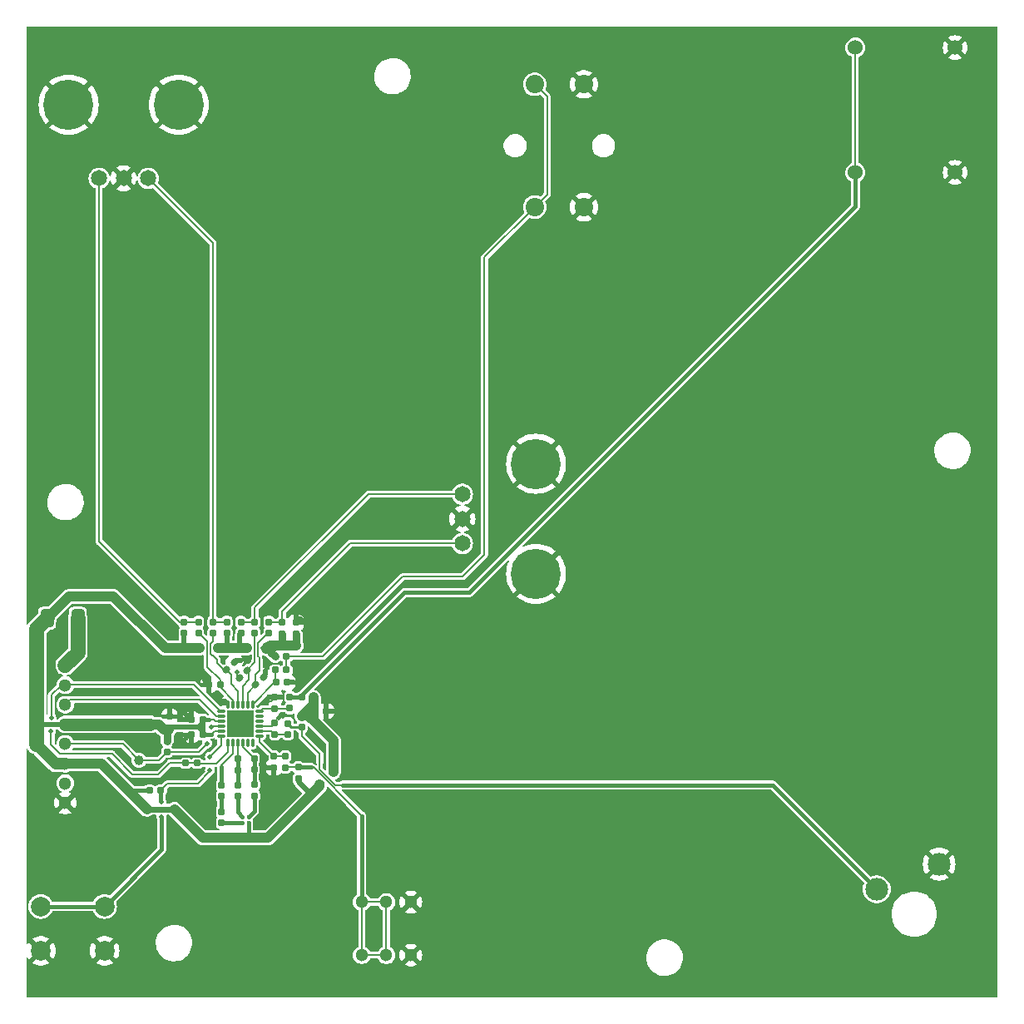
<source format=gtl>
G04 #@! TF.GenerationSoftware,KiCad,Pcbnew,7.0.1*
G04 #@! TF.CreationDate,2023-10-11T19:34:26-05:00*
G04 #@! TF.ProjectId,Tactile_Board,54616374-696c-4655-9f42-6f6172642e6b,1*
G04 #@! TF.SameCoordinates,Original*
G04 #@! TF.FileFunction,Copper,L1,Top*
G04 #@! TF.FilePolarity,Positive*
%FSLAX46Y46*%
G04 Gerber Fmt 4.6, Leading zero omitted, Abs format (unit mm)*
G04 Created by KiCad (PCBNEW 7.0.1) date 2023-10-11 19:34:26*
%MOMM*%
%LPD*%
G01*
G04 APERTURE LIST*
G04 Aperture macros list*
%AMRoundRect*
0 Rectangle with rounded corners*
0 $1 Rounding radius*
0 $2 $3 $4 $5 $6 $7 $8 $9 X,Y pos of 4 corners*
0 Add a 4 corners polygon primitive as box body*
4,1,4,$2,$3,$4,$5,$6,$7,$8,$9,$2,$3,0*
0 Add four circle primitives for the rounded corners*
1,1,$1+$1,$2,$3*
1,1,$1+$1,$4,$5*
1,1,$1+$1,$6,$7*
1,1,$1+$1,$8,$9*
0 Add four rect primitives between the rounded corners*
20,1,$1+$1,$2,$3,$4,$5,0*
20,1,$1+$1,$4,$5,$6,$7,0*
20,1,$1+$1,$6,$7,$8,$9,0*
20,1,$1+$1,$8,$9,$2,$3,0*%
G04 Aperture macros list end*
G04 #@! TA.AperFunction,ComponentPad*
%ADD10C,2.000000*%
G04 #@! TD*
G04 #@! TA.AperFunction,SMDPad,CuDef*
%ADD11RoundRect,0.155000X-0.212500X-0.155000X0.212500X-0.155000X0.212500X0.155000X-0.212500X0.155000X0*%
G04 #@! TD*
G04 #@! TA.AperFunction,SMDPad,CuDef*
%ADD12RoundRect,0.155000X-0.040659X-0.259862X0.259862X0.040659X0.040659X0.259862X-0.259862X-0.040659X0*%
G04 #@! TD*
G04 #@! TA.AperFunction,SMDPad,CuDef*
%ADD13RoundRect,0.155000X-0.155000X0.212500X-0.155000X-0.212500X0.155000X-0.212500X0.155000X0.212500X0*%
G04 #@! TD*
G04 #@! TA.AperFunction,SMDPad,CuDef*
%ADD14RoundRect,0.155000X0.212500X0.155000X-0.212500X0.155000X-0.212500X-0.155000X0.212500X-0.155000X0*%
G04 #@! TD*
G04 #@! TA.AperFunction,SMDPad,CuDef*
%ADD15RoundRect,0.155000X0.155000X-0.212500X0.155000X0.212500X-0.155000X0.212500X-0.155000X-0.212500X0*%
G04 #@! TD*
G04 #@! TA.AperFunction,ComponentPad*
%ADD16C,2.324000*%
G04 #@! TD*
G04 #@! TA.AperFunction,SMDPad,CuDef*
%ADD17C,1.000000*%
G04 #@! TD*
G04 #@! TA.AperFunction,ComponentPad*
%ADD18C,1.650000*%
G04 #@! TD*
G04 #@! TA.AperFunction,ComponentPad*
%ADD19C,5.100000*%
G04 #@! TD*
G04 #@! TA.AperFunction,ComponentPad*
%ADD20C,1.875000*%
G04 #@! TD*
G04 #@! TA.AperFunction,SMDPad,CuDef*
%ADD21RoundRect,0.155000X0.040659X0.259862X-0.259862X-0.040659X-0.040659X-0.259862X0.259862X0.040659X0*%
G04 #@! TD*
G04 #@! TA.AperFunction,ComponentPad*
%ADD22C,1.300000*%
G04 #@! TD*
G04 #@! TA.AperFunction,SMDPad,CuDef*
%ADD23RoundRect,0.067500X0.067500X-0.332500X0.067500X0.332500X-0.067500X0.332500X-0.067500X-0.332500X0*%
G04 #@! TD*
G04 #@! TA.AperFunction,SMDPad,CuDef*
%ADD24RoundRect,0.067500X0.332500X-0.067500X0.332500X0.067500X-0.332500X0.067500X-0.332500X-0.067500X0*%
G04 #@! TD*
G04 #@! TA.AperFunction,SMDPad,CuDef*
%ADD25R,2.700000X2.700000*%
G04 #@! TD*
G04 #@! TA.AperFunction,ComponentPad*
%ADD26C,1.524000*%
G04 #@! TD*
G04 #@! TA.AperFunction,SMDPad,CuDef*
%ADD27RoundRect,0.250000X0.412500X0.650000X-0.412500X0.650000X-0.412500X-0.650000X0.412500X-0.650000X0*%
G04 #@! TD*
G04 #@! TA.AperFunction,SMDPad,CuDef*
%ADD28R,0.400000X0.400000*%
G04 #@! TD*
G04 #@! TA.AperFunction,ViaPad*
%ADD29C,0.500000*%
G04 #@! TD*
G04 #@! TA.AperFunction,Conductor*
%ADD30C,0.400000*%
G04 #@! TD*
G04 #@! TA.AperFunction,Conductor*
%ADD31C,1.000000*%
G04 #@! TD*
G04 #@! TA.AperFunction,Conductor*
%ADD32C,0.500000*%
G04 #@! TD*
G04 #@! TA.AperFunction,Conductor*
%ADD33C,0.200000*%
G04 #@! TD*
G04 #@! TA.AperFunction,Conductor*
%ADD34C,0.800000*%
G04 #@! TD*
G04 #@! TA.AperFunction,Conductor*
%ADD35C,1.200000*%
G04 #@! TD*
G04 #@! TA.AperFunction,Conductor*
%ADD36C,0.130000*%
G04 #@! TD*
G04 #@! TA.AperFunction,Conductor*
%ADD37C,1.500000*%
G04 #@! TD*
G04 #@! TA.AperFunction,Conductor*
%ADD38C,1.300000*%
G04 #@! TD*
G04 #@! TA.AperFunction,Conductor*
%ADD39C,0.600000*%
G04 #@! TD*
G04 #@! TA.AperFunction,Conductor*
%ADD40C,0.250000*%
G04 #@! TD*
G04 #@! TA.AperFunction,Conductor*
%ADD41C,0.300000*%
G04 #@! TD*
G04 #@! TA.AperFunction,Conductor*
%ADD42C,0.381000*%
G04 #@! TD*
G04 APERTURE END LIST*
D10*
X162052000Y-109858800D03*
X168552000Y-109858800D03*
X162052000Y-114358800D03*
X168552000Y-114358800D03*
D11*
X177383700Y-90823600D03*
X178518700Y-90823600D03*
D12*
X182274317Y-86602083D03*
X183076883Y-85799517D03*
D13*
X180440400Y-100212900D03*
X180440400Y-101347900D03*
D14*
X191066300Y-89960000D03*
X189931300Y-89960000D03*
X187053100Y-85794400D03*
X185918100Y-85794400D03*
D13*
X188009600Y-80959700D03*
X188009600Y-82094700D03*
D11*
X185918100Y-84422800D03*
X187053100Y-84422800D03*
D13*
X185876000Y-88571000D03*
X185876000Y-89706000D03*
X186638000Y-80959700D03*
X186638000Y-82094700D03*
D14*
X189796300Y-88588400D03*
X188661300Y-88588400D03*
D15*
X183768200Y-95937300D03*
X183768200Y-94802300D03*
D13*
X182116800Y-97520500D03*
X182116800Y-98655500D03*
D15*
X188263600Y-96835400D03*
X188263600Y-95700400D03*
X182421600Y-82043900D03*
X182421600Y-80908900D03*
D14*
X187103900Y-87064400D03*
X185968900Y-87064400D03*
D15*
X178103600Y-82035200D03*
X178103600Y-80900200D03*
D14*
X174260200Y-98037200D03*
X173125200Y-98037200D03*
D16*
X247140800Y-108095600D03*
X253490800Y-105555600D03*
D17*
X172058400Y-94989200D03*
D18*
X204957200Y-67902800D03*
X204957200Y-72902800D03*
D19*
X212457200Y-64802800D03*
D18*
X204957200Y-70402800D03*
D19*
X212457200Y-76002800D03*
D15*
X174903200Y-94134300D03*
X174903200Y-92999300D03*
D13*
X180999200Y-80908900D03*
X180999200Y-82043900D03*
D20*
X212320799Y-38678400D03*
X212320799Y-26178400D03*
X217320799Y-38678400D03*
X217320799Y-26178400D03*
D13*
X187400000Y-88528900D03*
X187400000Y-89663900D03*
X187196800Y-91221300D03*
X187196800Y-92356300D03*
D15*
X176630400Y-82035200D03*
X176630400Y-80900200D03*
D11*
X177383700Y-92398400D03*
X178518700Y-92398400D03*
X179161700Y-87318400D03*
X180296700Y-87318400D03*
D15*
X186942800Y-95709100D03*
X186942800Y-94574100D03*
D13*
X183793200Y-97469700D03*
X183793200Y-98604700D03*
X188619200Y-90459300D03*
X188619200Y-91594300D03*
D21*
X184702483Y-86510717D03*
X183899917Y-87313283D03*
D15*
X182091800Y-95988100D03*
X182091800Y-94853100D03*
X185266400Y-82043900D03*
X185266400Y-80908900D03*
D13*
X185876000Y-91212600D03*
X185876000Y-92347600D03*
D18*
X167983600Y-35737000D03*
X172983600Y-35737000D03*
D19*
X164883600Y-28237000D03*
D18*
X170483600Y-35737000D03*
D19*
X176083600Y-28237000D03*
D22*
X164540000Y-85325000D03*
X164540000Y-87325000D03*
X164540000Y-89325000D03*
X164540000Y-91325000D03*
X164540000Y-93325000D03*
X164540000Y-95325000D03*
X164540000Y-97325000D03*
X164540000Y-99325000D03*
D23*
X181110000Y-93220000D03*
X181610000Y-93220000D03*
X182110000Y-93220000D03*
X182610000Y-93220000D03*
X183110000Y-93220000D03*
X183610000Y-93220000D03*
D24*
X184335000Y-92495000D03*
X184335000Y-91995000D03*
X184335000Y-91495000D03*
X184335000Y-90995000D03*
X184335000Y-90495000D03*
X184335000Y-89995000D03*
D23*
X183610000Y-89270000D03*
X183110000Y-89270000D03*
X182610000Y-89270000D03*
X182110000Y-89270000D03*
X181610000Y-89270000D03*
X181110000Y-89270000D03*
D24*
X180385000Y-89995000D03*
X180385000Y-90495000D03*
X180385000Y-90995000D03*
X180385000Y-91495000D03*
X180385000Y-91995000D03*
X180385000Y-92495000D03*
D25*
X182360000Y-91245000D03*
D15*
X179576800Y-82035200D03*
X179576800Y-80900200D03*
X183844000Y-82043900D03*
X183844000Y-80908900D03*
D21*
X181756083Y-84986717D03*
X180953517Y-85789283D03*
D13*
X180440400Y-97520500D03*
X180440400Y-98655500D03*
D26*
X244956400Y-22446800D03*
X244956400Y-35146800D03*
X255116400Y-22446800D03*
X255116400Y-35146800D03*
D13*
X175157200Y-90535500D03*
X175157200Y-91670500D03*
D27*
X165817700Y-80511200D03*
X162692700Y-80511200D03*
D22*
X194715200Y-109416400D03*
X194715200Y-114816400D03*
X197215200Y-109416400D03*
X197215200Y-114816400D03*
X199715200Y-109416400D03*
X199715200Y-114816400D03*
D15*
X185774400Y-95709100D03*
X185774400Y-94574100D03*
D28*
X183174000Y-100729600D03*
X182574000Y-100729600D03*
X182574000Y-101329600D03*
X183174000Y-101329600D03*
D11*
X176799900Y-95269000D03*
X177934900Y-95269000D03*
D29*
X190642993Y-97283407D03*
X178478100Y-83559200D03*
X183310600Y-83559200D03*
X184688500Y-83559200D03*
X179837100Y-83559200D03*
X191603952Y-96322448D03*
X163092200Y-92024500D03*
X163117600Y-90625500D03*
X179373600Y-91611000D03*
X178967549Y-93262349D03*
X171790000Y-47500000D03*
X212990000Y-85900000D03*
X166790000Y-89900000D03*
X161390000Y-32300000D03*
X232140336Y-26837816D03*
X189190000Y-86700000D03*
X161390000Y-56500000D03*
X198190000Y-104700000D03*
X227990000Y-82500000D03*
X168790000Y-88100000D03*
X248390000Y-113900000D03*
X167590000Y-92700000D03*
X195655000Y-117900000D03*
X258190000Y-51700000D03*
X188390000Y-64900000D03*
X245390000Y-96100000D03*
X171190000Y-83500000D03*
X161390000Y-59100000D03*
X234023927Y-37103391D03*
X192990000Y-59900000D03*
X198590000Y-89300000D03*
X223390000Y-117900000D03*
X221990000Y-106100000D03*
X202190000Y-59100000D03*
X162990000Y-86500000D03*
X161390000Y-64300000D03*
X184910800Y-85845200D03*
X204590000Y-83900000D03*
X180516600Y-88994800D03*
X188568400Y-80562000D03*
X258190000Y-105700000D03*
X258190000Y-100300000D03*
X176990000Y-53700000D03*
X258190000Y-55100000D03*
X175990000Y-96500000D03*
X188190000Y-52700000D03*
X167990000Y-80900000D03*
X162000000Y-107105000D03*
X187990000Y-93700000D03*
X166590000Y-88100000D03*
X200790000Y-70300000D03*
X161190000Y-79500000D03*
X258190000Y-92700000D03*
X258190000Y-75900000D03*
X161390000Y-66700000D03*
X191590000Y-73100000D03*
X179190000Y-97900000D03*
X243190000Y-49900000D03*
X214590000Y-47500000D03*
X234790000Y-101100000D03*
X179590000Y-22100000D03*
X227790000Y-117900000D03*
X214590000Y-22100000D03*
X209990000Y-69100000D03*
X177390000Y-78500000D03*
X250390000Y-22100000D03*
X258190000Y-87100000D03*
X185990000Y-114100000D03*
X200190000Y-45300000D03*
X258190000Y-97700000D03*
X258190000Y-61900000D03*
X207390000Y-22100000D03*
X240790000Y-22100000D03*
X171190000Y-92700000D03*
X161390000Y-35700000D03*
X181790000Y-105900000D03*
X235190000Y-22100000D03*
X218990000Y-71700000D03*
X222590000Y-22100000D03*
X189390000Y-94700000D03*
X231790000Y-117900000D03*
X173990000Y-88100000D03*
X190084800Y-92883600D03*
X258190000Y-34900000D03*
X227190000Y-75300000D03*
X235390000Y-77700000D03*
X223852532Y-26743637D03*
X185012400Y-95700400D03*
X162000000Y-103295000D03*
X185190000Y-109900000D03*
X210390000Y-111700000D03*
X195990000Y-22100000D03*
X244590000Y-80700000D03*
X254990000Y-113300000D03*
X165810000Y-117900000D03*
X177875000Y-117900000D03*
X169990000Y-94100000D03*
X188790000Y-85300000D03*
X185390000Y-97600000D03*
X171590000Y-42500000D03*
X227190000Y-88500000D03*
X165590000Y-74500000D03*
X226790000Y-22100000D03*
X236590000Y-111100000D03*
X189590000Y-108500000D03*
X228190000Y-106300000D03*
X188670000Y-117900000D03*
X184390000Y-60500000D03*
X161390000Y-39300000D03*
X176990000Y-85100000D03*
X180590000Y-84700000D03*
X258190000Y-90300000D03*
X200190000Y-30300000D03*
X172990000Y-85100000D03*
X173590000Y-22300000D03*
X258190000Y-42100000D03*
X245790000Y-117900000D03*
X212165000Y-117900000D03*
X203590000Y-22100000D03*
X175990000Y-93500000D03*
X196790000Y-53300000D03*
X202990000Y-77100000D03*
X176790000Y-88100000D03*
X171990000Y-59700000D03*
X203698100Y-92480988D03*
X209190000Y-72100000D03*
X204590000Y-99500000D03*
X234965723Y-69406989D03*
X211190000Y-22100000D03*
X258190000Y-108900000D03*
X182066000Y-85972200D03*
X166590000Y-86300000D03*
X258190000Y-38100000D03*
X250590000Y-117900000D03*
X251790000Y-77700000D03*
X258190000Y-58700000D03*
X238638727Y-29569024D03*
X208355000Y-117900000D03*
X251070432Y-44637758D03*
X175157200Y-89833000D03*
X194990000Y-77300000D03*
X216590000Y-111500000D03*
X171590000Y-89900000D03*
X258190000Y-111900000D03*
X252390000Y-84500000D03*
X186990000Y-77500000D03*
X230590000Y-22100000D03*
X258190000Y-27700000D03*
X191390000Y-101100000D03*
X170790000Y-88100000D03*
X165190000Y-63900000D03*
X199590000Y-22100000D03*
X161390000Y-53900000D03*
X161390000Y-42300000D03*
X228190000Y-32300000D03*
X192990000Y-45700000D03*
X171790000Y-97100000D03*
X244590000Y-90100000D03*
X176770100Y-92741300D03*
X161390000Y-45100000D03*
X202790000Y-74700000D03*
X198390000Y-65100000D03*
X236990000Y-92500000D03*
X169790000Y-76500000D03*
X161590000Y-23900000D03*
X186257000Y-90645800D03*
X195926800Y-112060600D03*
X198990000Y-74700000D03*
X227390000Y-66300000D03*
X226790000Y-92900000D03*
X164790000Y-22300000D03*
X215390000Y-100100000D03*
X171990000Y-102300000D03*
X174990000Y-86300000D03*
X192190000Y-30300000D03*
X170990000Y-86100000D03*
X258190000Y-65300000D03*
X182447000Y-84829200D03*
X186790000Y-98500000D03*
X258190000Y-24300000D03*
X258190000Y-84100000D03*
X258190000Y-70900000D03*
X161390000Y-48300000D03*
X176190000Y-42700000D03*
X161390000Y-62100000D03*
X215847267Y-93987861D03*
X224390000Y-47700000D03*
X196790000Y-99300000D03*
X196590000Y-70500000D03*
X249190000Y-102700000D03*
X237390000Y-61500000D03*
X184390000Y-70700000D03*
X244990000Y-63100000D03*
X166990000Y-104300000D03*
X163390000Y-83100000D03*
X243990000Y-73300000D03*
X219426091Y-85229160D03*
X216190000Y-106100000D03*
X183990000Y-22100000D03*
X258190000Y-73500000D03*
X258190000Y-115500000D03*
X187781000Y-87064400D03*
X184590000Y-30700000D03*
X185164800Y-88944000D03*
X235990000Y-117900000D03*
X173190000Y-93300000D03*
X223990000Y-38700000D03*
X188190000Y-22100000D03*
X234790000Y-106300000D03*
X258190000Y-102900000D03*
X168390000Y-99900000D03*
X161390000Y-76500000D03*
X227990000Y-100100000D03*
X190603252Y-113536658D03*
X162000000Y-117900000D03*
X217730859Y-55185872D03*
X177151695Y-86198422D03*
X258190000Y-78700000D03*
X178990000Y-100900000D03*
X235059903Y-55468411D03*
X184590000Y-45500000D03*
X176782800Y-90315600D03*
X205590000Y-111500000D03*
X176390000Y-61100000D03*
X192190000Y-22100000D03*
X174990000Y-84900000D03*
X172990000Y-65700000D03*
X165390000Y-52300000D03*
X219520271Y-89843960D03*
X170255000Y-117900000D03*
X177190000Y-98900000D03*
X200100000Y-117900000D03*
X161390000Y-51100000D03*
X242590000Y-111700000D03*
X161390000Y-68700000D03*
X258190000Y-95100000D03*
X185495000Y-117900000D03*
X222390000Y-110900000D03*
X258190000Y-81300000D03*
X258190000Y-31100000D03*
X219590000Y-117900000D03*
X218390000Y-22100000D03*
X210390000Y-106100000D03*
X191390000Y-79300000D03*
X169390000Y-89900000D03*
X251918049Y-26743637D03*
X228790000Y-110900000D03*
X258190000Y-48100000D03*
X258190000Y-44900000D03*
X188990000Y-39100000D03*
X251390000Y-68900000D03*
X252790000Y-98100000D03*
X193990000Y-75300000D03*
X181685000Y-117900000D03*
X209390000Y-100100000D03*
X215975000Y-117900000D03*
X184990000Y-100500000D03*
X240790000Y-117900000D03*
X210390000Y-90300000D03*
X171990000Y-54100000D03*
X188590000Y-104300000D03*
X191845000Y-117900000D03*
X168990000Y-22300000D03*
X251590000Y-56700000D03*
X176790000Y-47300000D03*
X221590000Y-100100000D03*
X174065000Y-117900000D03*
X235624980Y-85888417D03*
X161390000Y-74100000D03*
X252190000Y-91100000D03*
X161390000Y-71300000D03*
X204545000Y-117900000D03*
X178713200Y-86785000D03*
X254990000Y-117900000D03*
X197190000Y-38500000D03*
X172990000Y-79500000D03*
X174390000Y-109300000D03*
X179990000Y-113500000D03*
X232790000Y-42300000D03*
X258190000Y-68100000D03*
X241390000Y-106300000D03*
X204990000Y-105500000D03*
X249092661Y-31735155D03*
X174390000Y-72900000D03*
X168590000Y-84100000D03*
X174319000Y-100717100D03*
X174319000Y-99218100D03*
X179272000Y-94608200D03*
X179272000Y-95979800D03*
D30*
X179424400Y-92347600D02*
X178569500Y-92347600D01*
D31*
X185190200Y-102863200D02*
X189571700Y-98481700D01*
X189796300Y-89282200D02*
X188619200Y-90459300D01*
X185088600Y-83483000D02*
X185634700Y-83483000D01*
X183158200Y-102863200D02*
X185190200Y-102863200D01*
D30*
X179190000Y-90823600D02*
X178518700Y-90823600D01*
D31*
X174725400Y-83584600D02*
X169442200Y-78301400D01*
D32*
X176630400Y-82035200D02*
X176630400Y-83559200D01*
D33*
X179729200Y-92042800D02*
X180337200Y-92042800D01*
D31*
X173169400Y-91325000D02*
X174033000Y-91325000D01*
X176605000Y-83584600D02*
X174725400Y-83584600D01*
X168203200Y-95325000D02*
X171182100Y-98303900D01*
D30*
X173125200Y-98037200D02*
X171448800Y-98037200D01*
D34*
X185444200Y-83330600D02*
X185444200Y-83948900D01*
D35*
X161593600Y-89655200D02*
X161593600Y-91325000D01*
D32*
X178103600Y-91585600D02*
X178518700Y-91170500D01*
X188263600Y-97173600D02*
X189571700Y-98481700D01*
D36*
X188060400Y-82145500D02*
X188009600Y-82094700D01*
D34*
X185444200Y-83948900D02*
X185918100Y-84422800D01*
D31*
X174598400Y-91890400D02*
X175106400Y-91890400D01*
D37*
X161593600Y-89655200D02*
X161593600Y-93363600D01*
D32*
X178078200Y-91611000D02*
X178103600Y-91585600D01*
D34*
X174903200Y-92999300D02*
X174903200Y-92093600D01*
D35*
X161593600Y-93363600D02*
X163555000Y-95325000D01*
D34*
X186638000Y-83127400D02*
X186638000Y-82094700D01*
D32*
X176630400Y-83559200D02*
X176605000Y-83584600D01*
D31*
X164902500Y-78301400D02*
X162692700Y-80511200D01*
X184961600Y-83610000D02*
X185088600Y-83483000D01*
D33*
X179842915Y-90995000D02*
X179671515Y-90823600D01*
D31*
X191845000Y-92982600D02*
X191845000Y-96183000D01*
D33*
X179424400Y-92347600D02*
X179729200Y-92042800D01*
D32*
X181050000Y-82094700D02*
X181050000Y-83559200D01*
X164540000Y-91325000D02*
X161593600Y-91325000D01*
X178518700Y-91170500D02*
X178518700Y-90823600D01*
X178103600Y-91585600D02*
X178518700Y-92000700D01*
D30*
X183174000Y-101329600D02*
X183174000Y-102847400D01*
D32*
X175411200Y-91585600D02*
X175436600Y-91611000D01*
D31*
X180110200Y-83559200D02*
X181050000Y-83559200D01*
X190422600Y-97630800D02*
X190422600Y-97453000D01*
D38*
X164540000Y-91325000D02*
X173169400Y-91325000D01*
D33*
X180337200Y-92042800D02*
X180385000Y-91995000D01*
D35*
X163555000Y-95325000D02*
X164540000Y-95325000D01*
D31*
X186434800Y-83330600D02*
X188060400Y-83330600D01*
D33*
X180385000Y-90995000D02*
X179842915Y-90995000D01*
D31*
X181050000Y-83559200D02*
X182320000Y-83559200D01*
X175639800Y-99967600D02*
X178535400Y-102863200D01*
X185444200Y-83330600D02*
X186434800Y-83330600D01*
X178535400Y-102863200D02*
X183158200Y-102863200D01*
X189432000Y-90569600D02*
X189889200Y-91026800D01*
D33*
X179671515Y-90823600D02*
X179190000Y-90823600D01*
D32*
X178518700Y-92398400D02*
X178518700Y-90823600D01*
D31*
X174033000Y-91325000D02*
X174598400Y-91890400D01*
D39*
X172845800Y-99967600D02*
X175639800Y-99967600D01*
D31*
X182320000Y-83559200D02*
X183056600Y-83559200D01*
D37*
X162692700Y-80511200D02*
X161593600Y-81610300D01*
D31*
X169442200Y-78301400D02*
X164902500Y-78301400D01*
D32*
X178518700Y-92000700D02*
X178518700Y-92398400D01*
D40*
X180999200Y-82043900D02*
X181050000Y-82094700D01*
D32*
X182421600Y-82043900D02*
X182320000Y-82145500D01*
D31*
X189571700Y-98481700D02*
X190422600Y-97630800D01*
X164540000Y-95325000D02*
X168203200Y-95325000D01*
X189889200Y-91026800D02*
X191845000Y-92982600D01*
D33*
X171448800Y-98037200D02*
X171182100Y-98303900D01*
D37*
X161593600Y-81610300D02*
X161593600Y-89655200D01*
D32*
X188263600Y-96835400D02*
X188263600Y-97173600D01*
X175436600Y-91611000D02*
X178078200Y-91611000D01*
D33*
X183174000Y-102847400D02*
X183158200Y-102863200D01*
X174903200Y-92093600D02*
X175106400Y-91890400D01*
D34*
X188060400Y-83330600D02*
X188060400Y-82145500D01*
D33*
X175106400Y-91890400D02*
X175411200Y-91585600D01*
D32*
X182320000Y-82145500D02*
X182320000Y-83559200D01*
D34*
X186434800Y-83330600D02*
X186638000Y-83127400D01*
D33*
X189889200Y-88681300D02*
X189796300Y-88588400D01*
D34*
X189889200Y-91026800D02*
X189889200Y-88681300D01*
D31*
X171182100Y-98303900D02*
X172845800Y-99967600D01*
X178179800Y-83584600D02*
X176605000Y-83584600D01*
D41*
X178569500Y-92347600D02*
X178518700Y-92398400D01*
D31*
X189796300Y-88588400D02*
X189796300Y-89282200D01*
D37*
X164540000Y-85325000D02*
X165817700Y-84047300D01*
X165817700Y-84047300D02*
X165817700Y-80511200D01*
D33*
X181110000Y-93220000D02*
X181110000Y-94116400D01*
X163092200Y-92024500D02*
X163092200Y-93414400D01*
X163117600Y-88334400D02*
X164127000Y-87325000D01*
X181110000Y-94116400D02*
X179932000Y-95294400D01*
X177934900Y-95269000D02*
X176799900Y-95269000D01*
X179932000Y-95294400D02*
X177960300Y-95294400D01*
X163092200Y-93414400D02*
X164006600Y-94328800D01*
X177646400Y-87293000D02*
X164572000Y-87293000D01*
X164127000Y-87325000D02*
X164540000Y-87325000D01*
X180348400Y-89995000D02*
X177646400Y-87293000D01*
X175156800Y-95269000D02*
X176799900Y-95269000D01*
X163117600Y-90625500D02*
X163117600Y-88334400D01*
X169289800Y-94328800D02*
X171398000Y-96437000D01*
X180385000Y-89995000D02*
X180348400Y-89995000D01*
X171398000Y-96437000D02*
X173988800Y-96437000D01*
X164006600Y-94328800D02*
X169289800Y-94328800D01*
X173988800Y-96437000D02*
X175156800Y-95269000D01*
X177960300Y-95294400D02*
X177934900Y-95269000D01*
X164572000Y-87293000D02*
X164540000Y-87325000D01*
X165048000Y-88817000D02*
X164540000Y-89325000D01*
X179908600Y-90495000D02*
X178230600Y-88817000D01*
X180385000Y-90495000D02*
X179908600Y-90495000D01*
X178230600Y-88817000D02*
X165048000Y-88817000D01*
D30*
X183768200Y-95937300D02*
X183768200Y-97444700D01*
D33*
X183768200Y-94797923D02*
X183768200Y-94802300D01*
X183768200Y-97444700D02*
X183793200Y-97469700D01*
D30*
X183768200Y-94802300D02*
X183768200Y-95937300D01*
D33*
X182610000Y-93220000D02*
X182610000Y-93639723D01*
X182610000Y-93639723D02*
X183768200Y-94797923D01*
X184335000Y-89995000D02*
X184624000Y-89706000D01*
X185876000Y-89706000D02*
X187357900Y-89706000D01*
X187357900Y-89706000D02*
X187400000Y-89663900D01*
X184624000Y-89706000D02*
X185876000Y-89706000D01*
X185815600Y-87064400D02*
X185968900Y-87064400D01*
X185918100Y-87013600D02*
X185968900Y-87064400D01*
X185918100Y-85794400D02*
X185918100Y-87013600D01*
X183610000Y-89270000D02*
X185815600Y-87064400D01*
X182610000Y-87434800D02*
X183234400Y-86810400D01*
X183234400Y-85957034D02*
X183076883Y-85799517D01*
X183844000Y-85032400D02*
X183076883Y-85799517D01*
D36*
X183844000Y-82695600D02*
X183844000Y-84803800D01*
D33*
X183234400Y-86810400D02*
X183234400Y-85957034D01*
X183844000Y-84803800D02*
X183844000Y-85032400D01*
X182610000Y-89270000D02*
X182610000Y-87434800D01*
X183844000Y-82695600D02*
X183844000Y-82043900D01*
X183110000Y-88103200D02*
X183899917Y-87313283D01*
X183899917Y-87313283D02*
X183899917Y-86246483D01*
D36*
X184275800Y-84499200D02*
X184174000Y-84397400D01*
D33*
X183110000Y-89270000D02*
X183110000Y-88103200D01*
X184244000Y-83000400D02*
X185200500Y-82043900D01*
D36*
X184174000Y-84397400D02*
X184174000Y-83070400D01*
D33*
X184275800Y-85870600D02*
X184275800Y-84753000D01*
X185200500Y-82043900D02*
X185266400Y-82043900D01*
D36*
X184174000Y-83070400D02*
X184244000Y-83000400D01*
D33*
X183899917Y-86246483D02*
X184275800Y-85870600D01*
D36*
X184275800Y-84753000D02*
X184275800Y-84499200D01*
D30*
X182091800Y-94853100D02*
X182091800Y-95988100D01*
D33*
X182091800Y-97495500D02*
X182116800Y-97520500D01*
X182110000Y-93220000D02*
X182110000Y-94834900D01*
D30*
X182091800Y-95988100D02*
X182091800Y-97495500D01*
D33*
X182110000Y-94834900D02*
X182091800Y-94853100D01*
X184335000Y-92495000D02*
X184335000Y-93134700D01*
X184335000Y-93134700D02*
X185774400Y-94574100D01*
X185774400Y-94574100D02*
X187018300Y-94574100D01*
X180440400Y-95493533D02*
X181610000Y-94323933D01*
D30*
X180440400Y-95675000D02*
X180440400Y-97520500D01*
D33*
X180440400Y-95675000D02*
X180440400Y-95493533D01*
X181610000Y-94323933D02*
X181610000Y-93220000D01*
X187188100Y-92347600D02*
X187196800Y-92356300D01*
X185523400Y-91995000D02*
X185876000Y-92347600D01*
X184335000Y-91995000D02*
X185523400Y-91995000D01*
X185876000Y-92347600D02*
X187188100Y-92347600D01*
X180296700Y-87536977D02*
X180296700Y-87318400D01*
X178992600Y-82898800D02*
X178891000Y-82797200D01*
X181610000Y-88850277D02*
X180296700Y-87536977D01*
X181610000Y-89270000D02*
X181610000Y-88850277D01*
X178992600Y-85464200D02*
X178992600Y-84321200D01*
X178891000Y-82797200D02*
X178129000Y-82035200D01*
X180296700Y-86768300D02*
X178992600Y-85464200D01*
D36*
X178992600Y-82898800D02*
X178992600Y-84321200D01*
D33*
X178129000Y-82035200D02*
X178103600Y-82035200D01*
X180296700Y-87318400D02*
X180296700Y-86768300D01*
D36*
X179576800Y-84321200D02*
X179526000Y-84321200D01*
D33*
X181405600Y-87216800D02*
X181405600Y-86241366D01*
X179576800Y-82848000D02*
X179576800Y-82035200D01*
X179957800Y-85108600D02*
X179957800Y-84702200D01*
D36*
X179322600Y-84117800D02*
X179322600Y-83102200D01*
D33*
X181405600Y-86241366D02*
X180953517Y-85789283D01*
D36*
X179526000Y-84321200D02*
X179322600Y-84117800D01*
D33*
X180953517Y-85789283D02*
X180638483Y-85789283D01*
X180638483Y-85789283D02*
X179957800Y-85108600D01*
X182110000Y-89270000D02*
X182110000Y-87921200D01*
X179475200Y-82949600D02*
X179576800Y-82848000D01*
X182110000Y-87921200D02*
X181405600Y-87216800D01*
X179957800Y-84702200D02*
X179576800Y-84321200D01*
D36*
X179322600Y-83102200D02*
X179475200Y-82949600D01*
D33*
X179373600Y-91611000D02*
X179489600Y-91495000D01*
X178095598Y-94134300D02*
X174903200Y-94134300D01*
X174048300Y-94989200D02*
X172058400Y-94989200D01*
X174903200Y-94134300D02*
X174048300Y-94989200D01*
X178967549Y-93262349D02*
X178095598Y-94134300D01*
X172058400Y-94989200D02*
X170394200Y-93325000D01*
X170394200Y-93325000D02*
X164540000Y-93325000D01*
X179489600Y-91495000D02*
X180385000Y-91495000D01*
X185012400Y-95700400D02*
X185765700Y-95700400D01*
D32*
X184910800Y-85845200D02*
X184910800Y-86302400D01*
X188407300Y-80562000D02*
X188009600Y-80959700D01*
D33*
X185593600Y-91495000D02*
X184335000Y-91495000D01*
D32*
X175157200Y-89833000D02*
X175157200Y-90535500D01*
X178713200Y-86869900D02*
X179161700Y-87318400D01*
D41*
X180834800Y-88994800D02*
X181110000Y-89270000D01*
D32*
X187103900Y-87064400D02*
X187781000Y-87064400D01*
X176770100Y-92741300D02*
X177113000Y-92398400D01*
D33*
X185765700Y-95700400D02*
X185774400Y-95709100D01*
X182066000Y-86393766D02*
X182274317Y-86602083D01*
D32*
X181913600Y-84829200D02*
X182447000Y-84829200D01*
D36*
X181756083Y-84986717D02*
X181913600Y-84829200D01*
D41*
X177113000Y-92398400D02*
X177383700Y-92398400D01*
D32*
X176875700Y-90315600D02*
X177383700Y-90823600D01*
D33*
X185164800Y-88944000D02*
X185503000Y-88944000D01*
D32*
X180516600Y-88994800D02*
X180834800Y-88994800D01*
D36*
X176782800Y-90315600D02*
X176875700Y-90315600D01*
D33*
X178713200Y-86785000D02*
X178713200Y-86869900D01*
X185876000Y-91026800D02*
X185876000Y-91212600D01*
X184910800Y-86302400D02*
X184702483Y-86510717D01*
D36*
X188568400Y-80562000D02*
X188407300Y-80562000D01*
D33*
X185876000Y-91212600D02*
X185593600Y-91495000D01*
X182066000Y-85972200D02*
X182066000Y-86393766D01*
X185503000Y-88944000D02*
X185876000Y-88571000D01*
X186257000Y-90645800D02*
X185876000Y-91026800D01*
D30*
X183793200Y-100110400D02*
X183174000Y-100729600D01*
X183793200Y-98604700D02*
X183793200Y-100110400D01*
X182116800Y-98655500D02*
X182116800Y-100272400D01*
X182116800Y-100272400D02*
X182574000Y-100729600D01*
X182564400Y-101339200D02*
X182574000Y-101329600D01*
D33*
X180440400Y-101347900D02*
X180458700Y-101329600D01*
D30*
X180458700Y-101329600D02*
X180468300Y-101339200D01*
X180468300Y-101339200D02*
X182564400Y-101339200D01*
D33*
X198880800Y-76294800D02*
X204976800Y-76294800D01*
X213587400Y-27445001D02*
X212320799Y-26178400D01*
X204976800Y-76294800D02*
X207212000Y-74059600D01*
X207212000Y-43787199D02*
X212320799Y-38678400D01*
X187053100Y-84422800D02*
X190752800Y-84422800D01*
X212320799Y-38678400D02*
X213587400Y-37411799D01*
X187053100Y-84422800D02*
X187053100Y-85794400D01*
X207212000Y-74059600D02*
X207212000Y-43787199D01*
X213587400Y-37411799D02*
X213587400Y-27445001D01*
X190752800Y-84422800D02*
X198880800Y-76294800D01*
D30*
X205637200Y-77920400D02*
X244956400Y-38601200D01*
X188661300Y-88588400D02*
X188661300Y-88328700D01*
X188661300Y-88328700D02*
X199069600Y-77920400D01*
D42*
X188601800Y-88528900D02*
X188661300Y-88588400D01*
X187400000Y-88528900D02*
X188601800Y-88528900D01*
D30*
X244956400Y-38601200D02*
X244956400Y-35146800D01*
X199069600Y-77920400D02*
X205637200Y-77920400D01*
D33*
X244956400Y-22446800D02*
X244956400Y-35146800D01*
X194715200Y-109416400D02*
X197215200Y-109416400D01*
X192200600Y-98113400D02*
X194715200Y-100628000D01*
D30*
X194715200Y-100628000D02*
X194715200Y-109416400D01*
D33*
X186951500Y-95700400D02*
X186942800Y-95709100D01*
X197215200Y-109416400D02*
X197215200Y-114816400D01*
D36*
X189787600Y-95700400D02*
X191819600Y-97732400D01*
X189584400Y-95700400D02*
X189787600Y-95700400D01*
D33*
X194715200Y-109416400D02*
X194715200Y-114816400D01*
D36*
X191819600Y-97732400D02*
X192200600Y-98113400D01*
D33*
X197215200Y-114816400D02*
X194715200Y-114816400D01*
D42*
X188263600Y-95700400D02*
X189584400Y-95700400D01*
D33*
X188263600Y-95700400D02*
X186951500Y-95700400D01*
D40*
X187569800Y-91594300D02*
X188619200Y-91594300D01*
D36*
X190448000Y-95192400D02*
X190448000Y-95894110D01*
D33*
X188619200Y-92500000D02*
X190448000Y-94328800D01*
D40*
X187196800Y-91221300D02*
X187569800Y-91594300D01*
D36*
X190448000Y-95894110D02*
X192052945Y-97499055D01*
D33*
X188619200Y-91594300D02*
X188619200Y-92500000D01*
X190448000Y-94328800D02*
X190448000Y-95192400D01*
D42*
X236544255Y-97499055D02*
X247140800Y-108095600D01*
D36*
X192052945Y-97499055D02*
X192759400Y-97499055D01*
D42*
X192759400Y-97499055D02*
X236544255Y-97499055D01*
D33*
X167983600Y-72677200D02*
X167983600Y-35737000D01*
X176206600Y-80900200D02*
X167983600Y-72677200D01*
X176630400Y-80900200D02*
X176206600Y-80900200D01*
X176630400Y-80900200D02*
X178103600Y-80900200D01*
X179576800Y-80900200D02*
X179576800Y-42330200D01*
X179576800Y-42330200D02*
X172983600Y-35737000D01*
X179576800Y-80900200D02*
X180990500Y-80900200D01*
X180990500Y-80900200D02*
X180999200Y-80908900D01*
X182421600Y-80908900D02*
X183844000Y-80908900D01*
X195385600Y-67902800D02*
X204957200Y-67902800D01*
X183844000Y-80908900D02*
X183844000Y-79444400D01*
X183844000Y-79444400D02*
X195385600Y-67902800D01*
X193535200Y-72902800D02*
X186638000Y-79800000D01*
X185266400Y-80908900D02*
X186587200Y-80908900D01*
X186587200Y-80908900D02*
X186638000Y-80959700D01*
X186638000Y-79800000D02*
X186638000Y-80959700D01*
X204957200Y-72902800D02*
X193535200Y-72902800D01*
D30*
X180440400Y-100212900D02*
X180440400Y-98655500D01*
D33*
X179272000Y-96115500D02*
X178010700Y-97376800D01*
D30*
X174260200Y-99159300D02*
X174260200Y-98037200D01*
X174344400Y-104066400D02*
X168552000Y-109858800D01*
X168552000Y-109858800D02*
X162052000Y-109858800D01*
D33*
X179272000Y-95979800D02*
X179272000Y-96115500D01*
X178010700Y-97376800D02*
X174920600Y-97376800D01*
X180385000Y-93495200D02*
X180385000Y-92495000D01*
D30*
X174319000Y-100717100D02*
X174344400Y-100742500D01*
D33*
X179272000Y-94608200D02*
X180385000Y-93495200D01*
X174319000Y-99218100D02*
X174260200Y-99159300D01*
X174920600Y-97376800D02*
X174260200Y-98037200D01*
D30*
X174344400Y-100742500D02*
X174344400Y-104066400D01*
G04 #@! TA.AperFunction,Conductor*
G36*
X259382500Y-20310414D02*
G01*
X259409586Y-20337500D01*
X259419500Y-20374500D01*
X259419500Y-119065500D01*
X259409586Y-119102500D01*
X259382500Y-119129586D01*
X259345500Y-119139500D01*
X160654500Y-119139500D01*
X160617500Y-119129586D01*
X160590414Y-119102500D01*
X160580500Y-119065500D01*
X160580500Y-115582410D01*
X161181941Y-115582410D01*
X161228766Y-115618854D01*
X161447390Y-115737167D01*
X161682510Y-115817883D01*
X161927707Y-115858800D01*
X162176293Y-115858800D01*
X162421489Y-115817883D01*
X162656609Y-115737167D01*
X162875234Y-115618854D01*
X162922056Y-115582410D01*
X162922057Y-115582410D01*
X167681941Y-115582410D01*
X167728766Y-115618854D01*
X167947390Y-115737167D01*
X168182510Y-115817883D01*
X168427707Y-115858800D01*
X168676293Y-115858800D01*
X168921489Y-115817883D01*
X169011563Y-115786961D01*
X199098191Y-115786961D01*
X199200404Y-115850247D01*
X199399139Y-115927238D01*
X199608637Y-115966400D01*
X199821763Y-115966400D01*
X200031260Y-115927238D01*
X200229995Y-115850247D01*
X200332207Y-115786961D01*
X199715200Y-115169953D01*
X199098191Y-115786961D01*
X169011563Y-115786961D01*
X169156609Y-115737167D01*
X169375234Y-115618854D01*
X169422056Y-115582410D01*
X169422057Y-115582410D01*
X168552000Y-114712353D01*
X167681941Y-115582410D01*
X162922057Y-115582410D01*
X162052000Y-114712353D01*
X161181941Y-115582410D01*
X160580500Y-115582410D01*
X160580500Y-115091213D01*
X160597055Y-115044564D01*
X160639314Y-115018788D01*
X160688368Y-115025418D01*
X160722267Y-115061488D01*
X160728267Y-115075168D01*
X160828563Y-115228682D01*
X161698447Y-114358800D01*
X162405553Y-114358800D01*
X163275435Y-115228682D01*
X163375732Y-115075168D01*
X163475586Y-114847522D01*
X163536613Y-114606534D01*
X163557141Y-114358799D01*
X167046858Y-114358799D01*
X167067386Y-114606534D01*
X167128413Y-114847522D01*
X167228267Y-115075168D01*
X167328563Y-115228682D01*
X168198447Y-114358800D01*
X168905553Y-114358800D01*
X169775435Y-115228682D01*
X169875732Y-115075168D01*
X169975586Y-114847522D01*
X170036613Y-114606534D01*
X170057141Y-114358799D01*
X170036613Y-114111065D01*
X169975586Y-113870077D01*
X169876382Y-113643914D01*
X173753780Y-113643914D01*
X173783469Y-113913745D01*
X173852131Y-114176381D01*
X173852132Y-114176384D01*
X173958303Y-114426224D01*
X174099719Y-114657944D01*
X174273368Y-114866604D01*
X174475546Y-115047757D01*
X174701947Y-115197542D01*
X174855176Y-115269373D01*
X174947745Y-115312768D01*
X175207696Y-115390975D01*
X175476265Y-115430500D01*
X175476268Y-115430500D01*
X175679775Y-115430500D01*
X175679781Y-115430500D01*
X175882740Y-115415645D01*
X176147709Y-115356621D01*
X176401261Y-115259646D01*
X176637991Y-115126786D01*
X176852853Y-114960875D01*
X177041269Y-114765447D01*
X177199223Y-114544668D01*
X177323348Y-114303244D01*
X177410998Y-114046320D01*
X177460306Y-113779371D01*
X177470220Y-113508089D01*
X177440530Y-113238253D01*
X177371868Y-112975616D01*
X177265697Y-112725776D01*
X177124281Y-112494056D01*
X176950632Y-112285396D01*
X176931913Y-112268624D01*
X176748454Y-112104243D01*
X176653619Y-112041501D01*
X176522053Y-111954458D01*
X176522051Y-111954457D01*
X176276254Y-111839231D01*
X176016303Y-111761024D01*
X175747735Y-111721500D01*
X175747732Y-111721500D01*
X175544219Y-111721500D01*
X175341260Y-111736355D01*
X175098980Y-111790325D01*
X175076287Y-111795380D01*
X174822742Y-111892352D01*
X174586008Y-112025214D01*
X174371144Y-112191126D01*
X174182731Y-112386552D01*
X174024776Y-112607332D01*
X173900653Y-112848752D01*
X173813001Y-113105683D01*
X173763694Y-113372626D01*
X173761069Y-113444457D01*
X173754421Y-113626387D01*
X173753780Y-113643914D01*
X169876382Y-113643914D01*
X169875732Y-113642431D01*
X169775435Y-113488916D01*
X168905553Y-114358800D01*
X168198447Y-114358800D01*
X167328563Y-113488916D01*
X167228267Y-113642431D01*
X167128413Y-113870077D01*
X167067386Y-114111065D01*
X167046858Y-114358799D01*
X163557141Y-114358799D01*
X163536613Y-114111065D01*
X163475586Y-113870077D01*
X163375732Y-113642431D01*
X163275435Y-113488916D01*
X162405553Y-114358800D01*
X161698447Y-114358800D01*
X160828563Y-113488916D01*
X160728267Y-113642431D01*
X160722267Y-113656112D01*
X160688368Y-113692182D01*
X160639314Y-113698812D01*
X160597055Y-113673036D01*
X160580500Y-113626387D01*
X160580500Y-113135189D01*
X161181942Y-113135189D01*
X162051999Y-114005246D01*
X162922056Y-113135189D01*
X167681942Y-113135189D01*
X168551999Y-114005246D01*
X169422056Y-113135189D01*
X169375232Y-113098745D01*
X169156609Y-112980432D01*
X168921489Y-112899716D01*
X168676293Y-112858800D01*
X168427707Y-112858800D01*
X168182510Y-112899716D01*
X167947390Y-112980432D01*
X167728766Y-113098745D01*
X167681942Y-113135188D01*
X167681942Y-113135189D01*
X162922056Y-113135189D01*
X162875232Y-113098745D01*
X162656609Y-112980432D01*
X162421489Y-112899716D01*
X162176293Y-112858800D01*
X161927707Y-112858800D01*
X161682510Y-112899716D01*
X161447390Y-112980432D01*
X161228766Y-113098745D01*
X161181942Y-113135188D01*
X161181942Y-113135189D01*
X160580500Y-113135189D01*
X160580500Y-100295561D01*
X163922991Y-100295561D01*
X164025204Y-100358847D01*
X164223939Y-100435838D01*
X164433437Y-100475000D01*
X164646563Y-100475000D01*
X164856060Y-100435838D01*
X165054795Y-100358847D01*
X165157007Y-100295561D01*
X164540000Y-99678553D01*
X163922991Y-100295561D01*
X160580500Y-100295561D01*
X160580500Y-99324999D01*
X163385072Y-99324999D01*
X163404737Y-99537216D01*
X163463062Y-99742206D01*
X163558061Y-99932991D01*
X163566835Y-99944609D01*
X164186446Y-99325000D01*
X164893553Y-99325000D01*
X165513164Y-99944609D01*
X165521939Y-99932990D01*
X165616937Y-99742206D01*
X165675262Y-99537216D01*
X165694927Y-99324999D01*
X165675262Y-99112783D01*
X165616937Y-98907790D01*
X165521940Y-98717009D01*
X165513164Y-98705388D01*
X164893553Y-99325000D01*
X164186446Y-99325000D01*
X163566834Y-98705388D01*
X163558060Y-98717008D01*
X163463062Y-98907790D01*
X163404737Y-99112783D01*
X163385072Y-99324999D01*
X160580500Y-99324999D01*
X160580500Y-97325000D01*
X163630517Y-97325000D01*
X163650392Y-97514094D01*
X163709145Y-97694918D01*
X163804214Y-97859581D01*
X163931437Y-98000877D01*
X164085255Y-98112633D01*
X164085258Y-98112634D01*
X164085259Y-98112635D01*
X164109220Y-98123303D01*
X164141674Y-98151369D01*
X164153099Y-98192727D01*
X164139651Y-98233474D01*
X164105853Y-98259908D01*
X164025204Y-98291152D01*
X163922992Y-98354437D01*
X164539999Y-98971445D01*
X165157006Y-98354437D01*
X165157007Y-98354437D01*
X165054795Y-98291152D01*
X164974146Y-98259908D01*
X164940348Y-98233473D01*
X164926900Y-98192727D01*
X164938325Y-98151368D01*
X164970779Y-98123303D01*
X164994741Y-98112635D01*
X164994741Y-98112634D01*
X164994743Y-98112634D01*
X165148562Y-98000877D01*
X165170335Y-97976696D01*
X165275786Y-97859580D01*
X165370853Y-97694920D01*
X165371783Y-97692060D01*
X165415083Y-97558794D01*
X165429608Y-97514092D01*
X165449482Y-97325000D01*
X165429608Y-97135908D01*
X165417413Y-97098375D01*
X165370854Y-96955081D01*
X165275785Y-96790418D01*
X165148562Y-96649122D01*
X164994740Y-96537363D01*
X164821048Y-96460031D01*
X164677032Y-96429420D01*
X164635067Y-96420500D01*
X164444933Y-96420500D01*
X164407737Y-96428406D01*
X164258951Y-96460031D01*
X164085259Y-96537363D01*
X163931437Y-96649122D01*
X163804214Y-96790418D01*
X163709145Y-96955081D01*
X163650392Y-97135905D01*
X163630517Y-97325000D01*
X160580500Y-97325000D01*
X160580500Y-93893993D01*
X160595983Y-93848697D01*
X160635952Y-93822355D01*
X160683682Y-93825990D01*
X160719202Y-93858081D01*
X160764891Y-93940397D01*
X160821137Y-94005916D01*
X160866984Y-94059322D01*
X160897965Y-94095410D01*
X161059517Y-94220460D01*
X161242929Y-94310429D01*
X161242933Y-94310430D01*
X161328722Y-94332642D01*
X161343577Y-94336488D01*
X161377355Y-94355800D01*
X162924083Y-95902528D01*
X162928157Y-95906947D01*
X162963897Y-95949023D01*
X163027870Y-95997655D01*
X163029448Y-95998888D01*
X163092074Y-96049228D01*
X163092077Y-96049229D01*
X163092079Y-96049231D01*
X163096251Y-96051300D01*
X163108148Y-96058679D01*
X163111861Y-96061502D01*
X163111862Y-96061502D01*
X163111863Y-96061503D01*
X163184824Y-96095259D01*
X163186631Y-96096125D01*
X163258586Y-96131811D01*
X163258587Y-96131811D01*
X163258591Y-96131813D01*
X163263102Y-96132934D01*
X163276314Y-96137586D01*
X163280548Y-96139545D01*
X163359078Y-96156830D01*
X163360942Y-96157267D01*
X163438962Y-96176670D01*
X163443615Y-96176795D01*
X163457523Y-96178499D01*
X163462067Y-96179500D01*
X163542427Y-96179500D01*
X163544431Y-96179527D01*
X163624758Y-96181703D01*
X163624758Y-96181702D01*
X163624759Y-96181703D01*
X163629330Y-96180825D01*
X163643275Y-96179500D01*
X164219713Y-96179500D01*
X164249809Y-96185897D01*
X164258955Y-96189969D01*
X164444933Y-96229500D01*
X164635066Y-96229500D01*
X164635067Y-96229500D01*
X164821045Y-96189969D01*
X164821046Y-96189968D01*
X164821048Y-96189968D01*
X164994737Y-96112637D01*
X164994737Y-96112636D01*
X164994741Y-96112635D01*
X165020895Y-96093632D01*
X165064391Y-96079500D01*
X167860024Y-96079500D01*
X167888343Y-96085133D01*
X167912350Y-96101174D01*
X172343360Y-100532184D01*
X172359999Y-100545340D01*
X172447009Y-100614139D01*
X172606860Y-100688679D01*
X172779594Y-100724346D01*
X172955896Y-100719216D01*
X173121509Y-100674839D01*
X173126260Y-100673566D01*
X173126260Y-100673565D01*
X173126263Y-100673565D01*
X173281509Y-100589857D01*
X173319304Y-100556221D01*
X173336612Y-100540820D01*
X173359489Y-100526938D01*
X173385807Y-100522100D01*
X173751948Y-100522100D01*
X173791955Y-100533847D01*
X173819261Y-100565359D01*
X173825195Y-100606631D01*
X173809312Y-100717100D01*
X173829957Y-100860695D01*
X173883213Y-100977309D01*
X173889900Y-101008050D01*
X173889900Y-103847488D01*
X173884267Y-103875807D01*
X173868226Y-103899814D01*
X169094280Y-108673757D01*
X169054805Y-108694307D01*
X169010682Y-108688499D01*
X168982699Y-108675451D01*
X168770674Y-108618638D01*
X168552000Y-108599507D01*
X168333325Y-108618638D01*
X168121300Y-108675451D01*
X167922352Y-108768221D01*
X167742543Y-108894125D01*
X167587325Y-109049343D01*
X167461420Y-109229154D01*
X167399674Y-109361573D01*
X167372367Y-109392711D01*
X167332607Y-109404300D01*
X163271393Y-109404300D01*
X163231633Y-109392711D01*
X163204326Y-109361573D01*
X163183316Y-109316517D01*
X163142579Y-109229154D01*
X163016674Y-109049343D01*
X162861457Y-108894126D01*
X162861456Y-108894125D01*
X162681647Y-108768221D01*
X162482699Y-108675451D01*
X162270674Y-108618638D01*
X162052000Y-108599507D01*
X161833325Y-108618638D01*
X161621300Y-108675451D01*
X161422352Y-108768221D01*
X161242543Y-108894125D01*
X161087325Y-109049343D01*
X160961421Y-109229152D01*
X160868651Y-109428100D01*
X160811838Y-109640125D01*
X160792707Y-109858800D01*
X160811838Y-110077474D01*
X160868651Y-110289499D01*
X160961421Y-110488447D01*
X161087325Y-110668256D01*
X161242543Y-110823474D01*
X161422352Y-110949378D01*
X161422353Y-110949378D01*
X161422354Y-110949379D01*
X161621297Y-111042147D01*
X161621299Y-111042147D01*
X161621300Y-111042148D01*
X161833325Y-111098961D01*
X162052000Y-111118092D01*
X162270674Y-111098961D01*
X162482703Y-111042147D01*
X162681646Y-110949379D01*
X162861457Y-110823474D01*
X163016674Y-110668257D01*
X163142579Y-110488446D01*
X163204326Y-110356026D01*
X163231633Y-110324889D01*
X163271393Y-110313300D01*
X167332607Y-110313300D01*
X167372367Y-110324889D01*
X167399674Y-110356027D01*
X167461420Y-110488445D01*
X167587325Y-110668256D01*
X167742543Y-110823474D01*
X167922352Y-110949378D01*
X167922353Y-110949378D01*
X167922354Y-110949379D01*
X168121297Y-111042147D01*
X168121299Y-111042147D01*
X168121300Y-111042148D01*
X168333325Y-111098961D01*
X168552000Y-111118092D01*
X168770674Y-111098961D01*
X168982703Y-111042147D01*
X169181646Y-110949379D01*
X169361457Y-110823474D01*
X169516674Y-110668257D01*
X169642579Y-110488446D01*
X169735347Y-110289503D01*
X169792161Y-110077474D01*
X169811292Y-109858800D01*
X169792161Y-109640126D01*
X169735347Y-109428097D01*
X169729892Y-109416399D01*
X169722300Y-109400116D01*
X169716491Y-109355993D01*
X169737039Y-109316519D01*
X174644799Y-104408759D01*
X174650968Y-104403247D01*
X174681336Y-104379031D01*
X174714390Y-104330547D01*
X174715929Y-104328378D01*
X174750770Y-104281173D01*
X174750770Y-104281171D01*
X174751267Y-104280499D01*
X174758266Y-104266634D01*
X174758513Y-104265831D01*
X174758516Y-104265828D01*
X174775799Y-104209792D01*
X174776662Y-104207174D01*
X174776774Y-104206854D01*
X174796021Y-104151851D01*
X174796021Y-104151848D01*
X174796298Y-104151057D01*
X174798900Y-104135746D01*
X174798900Y-104076286D01*
X174798952Y-104073519D01*
X174801175Y-104014103D01*
X174798900Y-103996820D01*
X174798900Y-100896813D01*
X174805587Y-100866072D01*
X174808042Y-100860695D01*
X174828688Y-100717100D01*
X174812804Y-100606631D01*
X174818739Y-100565359D01*
X174846045Y-100533847D01*
X174886052Y-100522100D01*
X175096624Y-100522100D01*
X175124943Y-100527733D01*
X175148950Y-100543774D01*
X177959211Y-103354035D01*
X177966242Y-103362171D01*
X177982861Y-103384494D01*
X178022713Y-103417934D01*
X178027460Y-103422284D01*
X178032959Y-103427783D01*
X178057992Y-103447576D01*
X178059609Y-103448893D01*
X178117973Y-103497867D01*
X178117975Y-103497868D01*
X178121139Y-103499457D01*
X178133828Y-103507540D01*
X178136609Y-103509739D01*
X178189839Y-103534560D01*
X178205621Y-103541920D01*
X178207558Y-103542858D01*
X178208329Y-103543245D01*
X178275589Y-103577024D01*
X178279034Y-103577840D01*
X178293241Y-103582777D01*
X178296460Y-103584279D01*
X178371044Y-103599679D01*
X178373126Y-103600140D01*
X178384215Y-103602769D01*
X178447211Y-103617700D01*
X178447212Y-103617700D01*
X178450757Y-103617700D01*
X178465721Y-103619229D01*
X178466665Y-103619423D01*
X178469194Y-103619946D01*
X178545317Y-103617730D01*
X178547468Y-103617700D01*
X183070012Y-103617700D01*
X183202141Y-103617700D01*
X185129842Y-103617700D01*
X185140566Y-103618481D01*
X185142897Y-103618822D01*
X185168106Y-103622515D01*
X185219920Y-103617981D01*
X185226369Y-103617700D01*
X185234136Y-103617700D01*
X185234141Y-103617700D01*
X185265891Y-103613988D01*
X185267920Y-103613782D01*
X185343812Y-103607143D01*
X185347174Y-103606028D01*
X185361873Y-103602770D01*
X185365384Y-103602360D01*
X185436947Y-103576312D01*
X185438939Y-103575620D01*
X185511236Y-103551664D01*
X185514249Y-103549805D01*
X185527796Y-103543246D01*
X185531124Y-103542036D01*
X185594754Y-103500184D01*
X185596558Y-103499036D01*
X185598452Y-103497868D01*
X185661354Y-103459070D01*
X185663859Y-103456564D01*
X185675526Y-103447060D01*
X185678485Y-103445115D01*
X185730755Y-103389710D01*
X185732186Y-103388236D01*
X190136283Y-98984141D01*
X190136283Y-98984140D01*
X190913443Y-98206979D01*
X190921564Y-98199961D01*
X190943894Y-98183339D01*
X190977330Y-98143490D01*
X190981680Y-98138742D01*
X190987183Y-98133241D01*
X190995042Y-98123302D01*
X191006955Y-98108234D01*
X191008297Y-98106584D01*
X191057267Y-98048227D01*
X191058856Y-98045060D01*
X191066941Y-98032370D01*
X191069139Y-98029591D01*
X191101343Y-97960527D01*
X191102208Y-97958739D01*
X191136424Y-97890611D01*
X191137241Y-97887161D01*
X191142180Y-97872952D01*
X191143679Y-97869740D01*
X191159092Y-97795086D01*
X191159523Y-97793144D01*
X191177100Y-97718988D01*
X191179095Y-97710571D01*
X191180013Y-97710788D01*
X191189571Y-97679281D01*
X191222781Y-97652026D01*
X191265537Y-97647815D01*
X191303426Y-97668067D01*
X191852025Y-98216666D01*
X191866179Y-98236490D01*
X191899635Y-98304923D01*
X191908101Y-98322240D01*
X193123077Y-99537216D01*
X194239026Y-100653165D01*
X194255067Y-100677172D01*
X194260700Y-100705491D01*
X194260700Y-108590885D01*
X194252634Y-108624480D01*
X194230196Y-108650752D01*
X194106637Y-108740522D01*
X193979414Y-108881818D01*
X193884345Y-109046481D01*
X193825592Y-109227305D01*
X193805717Y-109416399D01*
X193825592Y-109605494D01*
X193884345Y-109786318D01*
X193979414Y-109950981D01*
X194106637Y-110092277D01*
X194260455Y-110204033D01*
X194260458Y-110204034D01*
X194260459Y-110204035D01*
X194316799Y-110229119D01*
X194348761Y-110256417D01*
X194360700Y-110296721D01*
X194360700Y-113936079D01*
X194348761Y-113976383D01*
X194316799Y-114003680D01*
X194291330Y-114015020D01*
X194260455Y-114028766D01*
X194106637Y-114140522D01*
X193979414Y-114281818D01*
X193884345Y-114446481D01*
X193825592Y-114627305D01*
X193805717Y-114816399D01*
X193825592Y-115005494D01*
X193884345Y-115186318D01*
X193979414Y-115350981D01*
X194106637Y-115492277D01*
X194260459Y-115604036D01*
X194434151Y-115681368D01*
X194434154Y-115681368D01*
X194434155Y-115681369D01*
X194620133Y-115720900D01*
X194810266Y-115720900D01*
X194810267Y-115720900D01*
X194996245Y-115681369D01*
X194996246Y-115681368D01*
X194996248Y-115681368D01*
X195169940Y-115604036D01*
X195323762Y-115492277D01*
X195384887Y-115424391D01*
X195450986Y-115350980D01*
X195533593Y-115207900D01*
X195560680Y-115180814D01*
X195597680Y-115170900D01*
X196332720Y-115170900D01*
X196369720Y-115180814D01*
X196396806Y-115207900D01*
X196479414Y-115350981D01*
X196606637Y-115492277D01*
X196760459Y-115604036D01*
X196934151Y-115681368D01*
X196934154Y-115681368D01*
X196934155Y-115681369D01*
X197120133Y-115720900D01*
X197310266Y-115720900D01*
X197310267Y-115720900D01*
X197496245Y-115681369D01*
X197496246Y-115681368D01*
X197496248Y-115681368D01*
X197669940Y-115604036D01*
X197823762Y-115492277D01*
X197884887Y-115424391D01*
X197950986Y-115350980D01*
X198046053Y-115186320D01*
X198051064Y-115170900D01*
X198091075Y-115047756D01*
X198104808Y-115005492D01*
X198124682Y-114816400D01*
X198560272Y-114816400D01*
X198579937Y-115028616D01*
X198638262Y-115233606D01*
X198733261Y-115424391D01*
X198742035Y-115436009D01*
X199361646Y-114816400D01*
X200068753Y-114816400D01*
X200688364Y-115436009D01*
X200697139Y-115424390D01*
X200792137Y-115233606D01*
X200820502Y-115133914D01*
X223683780Y-115133914D01*
X223713469Y-115403745D01*
X223748128Y-115536316D01*
X223782132Y-115666384D01*
X223888303Y-115916224D01*
X224029719Y-116147944D01*
X224203368Y-116356604D01*
X224405546Y-116537757D01*
X224631947Y-116687542D01*
X224848856Y-116789225D01*
X224877745Y-116802768D01*
X225137696Y-116880975D01*
X225406265Y-116920500D01*
X225406268Y-116920500D01*
X225609775Y-116920500D01*
X225609781Y-116920500D01*
X225812740Y-116905645D01*
X226077709Y-116846621D01*
X226331261Y-116749646D01*
X226567991Y-116616786D01*
X226782853Y-116450875D01*
X226971269Y-116255447D01*
X227129223Y-116034668D01*
X227253348Y-115793244D01*
X227340998Y-115536320D01*
X227390306Y-115269371D01*
X227400220Y-114998089D01*
X227370530Y-114728253D01*
X227301868Y-114465616D01*
X227195697Y-114215776D01*
X227054281Y-113984056D01*
X226880632Y-113775396D01*
X226795159Y-113698812D01*
X226678454Y-113594243D01*
X226559001Y-113515214D01*
X226452053Y-113444458D01*
X226452051Y-113444457D01*
X226206254Y-113329231D01*
X225946303Y-113251024D01*
X225677735Y-113211500D01*
X225677732Y-113211500D01*
X225474219Y-113211500D01*
X225271259Y-113226355D01*
X225271260Y-113226355D01*
X225006287Y-113285380D01*
X224752742Y-113382352D01*
X224516008Y-113515214D01*
X224301144Y-113681126D01*
X224112731Y-113876552D01*
X223954776Y-114097332D01*
X223830653Y-114338752D01*
X223743001Y-114595683D01*
X223693694Y-114862626D01*
X223693693Y-114862629D01*
X223693694Y-114862629D01*
X223684041Y-115126785D01*
X223683780Y-115133914D01*
X200820502Y-115133914D01*
X200850462Y-115028616D01*
X200870127Y-114816400D01*
X200850462Y-114604183D01*
X200792137Y-114399190D01*
X200697140Y-114208409D01*
X200688364Y-114196788D01*
X200068753Y-114816400D01*
X199361646Y-114816400D01*
X198742034Y-114196788D01*
X198733260Y-114208408D01*
X198638262Y-114399190D01*
X198579937Y-114604183D01*
X198560272Y-114816400D01*
X198124682Y-114816400D01*
X198104808Y-114627308D01*
X198094531Y-114595680D01*
X198046054Y-114446481D01*
X197950985Y-114281818D01*
X197823762Y-114140522D01*
X197669944Y-114028766D01*
X197650641Y-114020172D01*
X197613600Y-114003680D01*
X197581639Y-113976383D01*
X197569700Y-113936079D01*
X197569700Y-113845837D01*
X199098192Y-113845837D01*
X199715199Y-114462845D01*
X200332206Y-113845837D01*
X200332207Y-113845837D01*
X200229995Y-113782552D01*
X200031260Y-113705561D01*
X199821763Y-113666400D01*
X199608637Y-113666400D01*
X199399139Y-113705561D01*
X199200404Y-113782552D01*
X199098192Y-113845837D01*
X197569700Y-113845837D01*
X197569700Y-110635600D01*
X248641355Y-110635600D01*
X248661113Y-110937043D01*
X248661114Y-110937048D01*
X248720045Y-111233324D01*
X248782403Y-111417023D01*
X248817151Y-111519386D01*
X248950762Y-111790322D01*
X249118594Y-112041501D01*
X249317776Y-112268624D01*
X249544899Y-112467806D01*
X249796078Y-112635638D01*
X250067014Y-112769249D01*
X250330822Y-112858800D01*
X250353075Y-112866354D01*
X250451833Y-112885997D01*
X250649357Y-112925287D01*
X250875355Y-112940100D01*
X251026239Y-112940100D01*
X251026245Y-112940100D01*
X251252243Y-112925287D01*
X251498477Y-112876308D01*
X251548524Y-112866354D01*
X251548525Y-112866353D01*
X251548528Y-112866353D01*
X251834586Y-112769249D01*
X252105522Y-112635638D01*
X252356701Y-112467806D01*
X252583824Y-112268624D01*
X252783006Y-112041501D01*
X252950838Y-111790323D01*
X253084449Y-111519386D01*
X253181553Y-111233328D01*
X253240487Y-110937043D01*
X253260245Y-110635600D01*
X253240487Y-110334157D01*
X253181553Y-110037872D01*
X253084449Y-109751814D01*
X252950838Y-109480878D01*
X252783006Y-109229699D01*
X252583824Y-109002576D01*
X252384641Y-108827896D01*
X252356700Y-108803393D01*
X252105525Y-108635564D01*
X252105524Y-108635563D01*
X252105522Y-108635562D01*
X251834586Y-108501951D01*
X251732223Y-108467203D01*
X251548524Y-108404845D01*
X251252248Y-108345914D01*
X251252243Y-108345913D01*
X251026245Y-108331100D01*
X250875355Y-108331100D01*
X250649357Y-108345913D01*
X250649352Y-108345913D01*
X250649351Y-108345914D01*
X250353075Y-108404845D01*
X250072271Y-108500166D01*
X250067014Y-108501951D01*
X249818550Y-108624480D01*
X249796074Y-108635564D01*
X249544899Y-108803393D01*
X249317776Y-109002576D01*
X249118593Y-109229699D01*
X248950762Y-109480876D01*
X248817151Y-109751813D01*
X248720045Y-110037875D01*
X248662956Y-110324889D01*
X248661113Y-110334157D01*
X248641355Y-110635600D01*
X197569700Y-110635600D01*
X197569700Y-110386961D01*
X199098191Y-110386961D01*
X199200404Y-110450247D01*
X199399139Y-110527238D01*
X199608637Y-110566400D01*
X199821763Y-110566400D01*
X200031260Y-110527238D01*
X200229995Y-110450247D01*
X200332207Y-110386961D01*
X199715200Y-109769953D01*
X199098191Y-110386961D01*
X197569700Y-110386961D01*
X197569700Y-110296721D01*
X197581639Y-110256417D01*
X197613600Y-110229119D01*
X197669941Y-110204035D01*
X197823762Y-110092277D01*
X197950986Y-109950980D01*
X198046053Y-109786320D01*
X198051064Y-109770900D01*
X198075430Y-109695905D01*
X198104808Y-109605492D01*
X198124682Y-109416400D01*
X198124682Y-109416399D01*
X198560272Y-109416399D01*
X198579937Y-109628616D01*
X198638262Y-109833606D01*
X198733261Y-110024391D01*
X198742035Y-110036009D01*
X199361646Y-109416399D01*
X200068753Y-109416399D01*
X200688364Y-110036009D01*
X200697139Y-110024390D01*
X200792137Y-109833606D01*
X200850462Y-109628616D01*
X200870127Y-109416399D01*
X200850462Y-109204183D01*
X200792137Y-108999190D01*
X200697140Y-108808409D01*
X200688364Y-108796788D01*
X200068753Y-109416399D01*
X199361646Y-109416399D01*
X198742034Y-108796788D01*
X198733260Y-108808408D01*
X198638262Y-108999190D01*
X198579937Y-109204183D01*
X198560272Y-109416399D01*
X198124682Y-109416399D01*
X198104808Y-109227308D01*
X198076871Y-109141327D01*
X198046054Y-109046481D01*
X197950985Y-108881818D01*
X197823762Y-108740522D01*
X197669940Y-108628763D01*
X197496248Y-108551431D01*
X197356761Y-108521782D01*
X197310267Y-108511900D01*
X197120133Y-108511900D01*
X197082937Y-108519806D01*
X196934151Y-108551431D01*
X196760459Y-108628763D01*
X196606637Y-108740522D01*
X196479414Y-108881818D01*
X196396806Y-109024900D01*
X196369720Y-109051986D01*
X196332720Y-109061900D01*
X195597680Y-109061900D01*
X195560680Y-109051986D01*
X195533594Y-109024900D01*
X195450985Y-108881818D01*
X195323762Y-108740522D01*
X195200204Y-108650752D01*
X195177766Y-108624480D01*
X195169700Y-108590885D01*
X195169700Y-108445837D01*
X199098192Y-108445837D01*
X199715199Y-109062845D01*
X200332206Y-108445837D01*
X200332207Y-108445837D01*
X200229995Y-108382552D01*
X200031260Y-108305561D01*
X199821763Y-108266400D01*
X199608637Y-108266400D01*
X199399139Y-108305561D01*
X199200404Y-108382552D01*
X199098192Y-108445837D01*
X195169700Y-108445837D01*
X195169700Y-100593935D01*
X195154414Y-100492524D01*
X195154414Y-100492521D01*
X195094967Y-100369079D01*
X195001777Y-100268644D01*
X195001776Y-100268643D01*
X194883121Y-100200137D01*
X194781527Y-100176948D01*
X194745669Y-100157130D01*
X192658920Y-98070381D01*
X192638668Y-98032492D01*
X192642879Y-97989736D01*
X192670134Y-97956526D01*
X192711246Y-97944055D01*
X236329278Y-97944055D01*
X236357597Y-97949688D01*
X236381604Y-97965729D01*
X245838000Y-107422125D01*
X245858397Y-107460765D01*
X245853441Y-107504176D01*
X245796459Y-107634082D01*
X245738829Y-107861656D01*
X245719444Y-108095599D01*
X245738829Y-108329543D01*
X245796459Y-108557117D01*
X245890755Y-108772090D01*
X246019147Y-108968609D01*
X246019149Y-108968611D01*
X246019151Y-108968614D01*
X246178142Y-109141325D01*
X246178144Y-109141327D01*
X246363392Y-109285511D01*
X246420687Y-109316517D01*
X246569848Y-109397239D01*
X246791878Y-109473462D01*
X247023425Y-109512100D01*
X247258174Y-109512100D01*
X247258175Y-109512100D01*
X247489722Y-109473462D01*
X247711752Y-109397239D01*
X247918207Y-109285511D01*
X248103458Y-109141325D01*
X248262449Y-108968614D01*
X248390844Y-108772090D01*
X248485142Y-108557113D01*
X248542770Y-108329547D01*
X248562155Y-108095600D01*
X248542770Y-107861653D01*
X248485142Y-107634087D01*
X248409116Y-107460765D01*
X248390844Y-107419109D01*
X248262452Y-107222590D01*
X248262450Y-107222588D01*
X248262449Y-107222586D01*
X248103458Y-107049875D01*
X248103457Y-107049874D01*
X248103455Y-107049872D01*
X247918207Y-106905688D01*
X247902722Y-106897308D01*
X252502643Y-106897308D01*
X252510881Y-106904344D01*
X252733933Y-107041030D01*
X252975628Y-107141144D01*
X253229999Y-107202213D01*
X253490800Y-107222739D01*
X253751600Y-107202213D01*
X254005971Y-107141144D01*
X254247666Y-107041030D01*
X254470720Y-106904343D01*
X254478955Y-106897309D01*
X254478955Y-106897308D01*
X253490800Y-105909153D01*
X252502643Y-106897308D01*
X247902722Y-106897308D01*
X247711750Y-106793960D01*
X247489725Y-106717739D01*
X247489724Y-106717738D01*
X247489722Y-106717738D01*
X247258175Y-106679100D01*
X247023425Y-106679100D01*
X246791878Y-106717738D01*
X246648032Y-106767120D01*
X246569844Y-106793962D01*
X246552603Y-106803292D01*
X246506715Y-106811436D01*
X246465060Y-106790535D01*
X245230124Y-105555599D01*
X251823660Y-105555599D01*
X251844186Y-105816400D01*
X251905255Y-106070771D01*
X252005369Y-106312466D01*
X252142054Y-106535519D01*
X252149089Y-106543755D01*
X252149090Y-106543755D01*
X253137247Y-105555600D01*
X253844353Y-105555600D01*
X254832508Y-106543755D01*
X254832509Y-106543755D01*
X254839543Y-106535520D01*
X254976230Y-106312466D01*
X255076344Y-106070771D01*
X255137413Y-105816400D01*
X255157939Y-105555599D01*
X255137413Y-105294799D01*
X255076344Y-105040428D01*
X254976230Y-104798733D01*
X254839544Y-104575681D01*
X254832508Y-104567444D01*
X253844353Y-105555600D01*
X253137247Y-105555600D01*
X252149090Y-104567443D01*
X252142053Y-104575682D01*
X252005369Y-104798733D01*
X251905255Y-105040428D01*
X251844186Y-105294799D01*
X251823660Y-105555599D01*
X245230124Y-105555599D01*
X243888415Y-104213890D01*
X252502643Y-104213890D01*
X253490799Y-105202046D01*
X254478955Y-104213890D01*
X254478955Y-104213889D01*
X254470719Y-104206854D01*
X254247666Y-104070169D01*
X254005971Y-103970055D01*
X253751600Y-103908986D01*
X253490800Y-103888460D01*
X253229999Y-103908986D01*
X252975628Y-103970055D01*
X252733933Y-104070169D01*
X252510882Y-104206853D01*
X252502643Y-104213890D01*
X243888415Y-104213890D01*
X236879517Y-97204992D01*
X236873987Y-97198803D01*
X236850350Y-97169162D01*
X236802964Y-97136855D01*
X236800736Y-97135275D01*
X236777423Y-97118069D01*
X236753757Y-97100602D01*
X236740448Y-97093884D01*
X236684708Y-97076690D01*
X236682094Y-97075830D01*
X236627920Y-97056874D01*
X236627919Y-97056873D01*
X236626999Y-97056552D01*
X236612300Y-97054055D01*
X236611328Y-97054055D01*
X236553944Y-97054055D01*
X236551179Y-97054003D01*
X236545681Y-97053797D01*
X236492890Y-97051822D01*
X236475931Y-97054055D01*
X192726051Y-97054055D01*
X192626755Y-97069021D01*
X192575126Y-97093884D01*
X192505891Y-97127226D01*
X192495514Y-97136855D01*
X192470784Y-97159801D01*
X192447486Y-97174440D01*
X192420451Y-97179555D01*
X192215938Y-97179555D01*
X192187619Y-97173922D01*
X192163612Y-97157881D01*
X192037668Y-97031937D01*
X192016675Y-96989625D01*
X192025553Y-96943234D01*
X192060685Y-96911663D01*
X192062862Y-96910723D01*
X192062866Y-96910723D01*
X192224818Y-96840864D01*
X192366294Y-96735539D01*
X192372306Y-96728375D01*
X192409857Y-96683623D01*
X192479667Y-96600427D01*
X192558824Y-96442811D01*
X192597904Y-96277921D01*
X192599500Y-96271189D01*
X192599500Y-93042958D01*
X192600281Y-93032234D01*
X192600586Y-93030146D01*
X192604315Y-93004694D01*
X192599781Y-92952879D01*
X192599500Y-92946431D01*
X192599500Y-92938662D01*
X192597003Y-92917298D01*
X192595790Y-92906921D01*
X192595581Y-92904871D01*
X192588943Y-92828988D01*
X192587827Y-92825622D01*
X192584570Y-92810929D01*
X192584160Y-92807416D01*
X192558098Y-92735812D01*
X192557420Y-92733859D01*
X192533464Y-92661564D01*
X192531603Y-92658548D01*
X192525048Y-92645008D01*
X192523836Y-92641676D01*
X192481992Y-92578055D01*
X192480837Y-92576241D01*
X192440871Y-92511447D01*
X192438364Y-92508940D01*
X192428863Y-92497276D01*
X192426916Y-92494316D01*
X192371530Y-92442062D01*
X192369986Y-92440562D01*
X190810188Y-90880764D01*
X190791035Y-90847591D01*
X190791035Y-90809285D01*
X190810188Y-90776112D01*
X190816300Y-90770000D01*
X190816300Y-90210000D01*
X191316300Y-90210000D01*
X191316300Y-90770000D01*
X191344948Y-90770000D01*
X191382078Y-90767077D01*
X191540999Y-90720907D01*
X191683445Y-90636664D01*
X191800464Y-90519645D01*
X191884707Y-90377199D01*
X191930876Y-90218279D01*
X191931529Y-90210000D01*
X191316300Y-90210000D01*
X190816300Y-90210000D01*
X190816300Y-89150000D01*
X191316300Y-89150000D01*
X191316300Y-89710000D01*
X191931529Y-89710000D01*
X191930876Y-89701720D01*
X191884707Y-89542800D01*
X191800464Y-89400354D01*
X191683445Y-89283335D01*
X191540999Y-89199092D01*
X191382078Y-89152922D01*
X191344948Y-89150000D01*
X191316300Y-89150000D01*
X190816300Y-89150000D01*
X190787652Y-89150000D01*
X190750523Y-89152922D01*
X190645446Y-89183450D01*
X190600464Y-89182272D01*
X190564481Y-89155255D01*
X190550800Y-89112388D01*
X190550800Y-88544462D01*
X190550454Y-88541500D01*
X190535460Y-88413216D01*
X190475136Y-88247476D01*
X190378215Y-88100115D01*
X190249923Y-87979078D01*
X190097176Y-87890890D01*
X190097175Y-87890889D01*
X190097174Y-87890889D01*
X189942496Y-87844581D01*
X189902291Y-87814951D01*
X189890068Y-87766526D01*
X189911393Y-87721365D01*
X199236185Y-78396574D01*
X199260193Y-78380533D01*
X199288512Y-78374900D01*
X205607511Y-78374900D01*
X205615796Y-78375365D01*
X205654385Y-78379713D01*
X205654385Y-78379712D01*
X205654386Y-78379713D01*
X205712006Y-78368809D01*
X205714698Y-78368352D01*
X205772679Y-78359614D01*
X205772680Y-78359613D01*
X205773512Y-78359488D01*
X205788262Y-78354634D01*
X205789004Y-78354241D01*
X205789007Y-78354241D01*
X205835395Y-78329723D01*
X210483829Y-78329723D01*
X210552554Y-78391139D01*
X210831954Y-78589383D01*
X211131766Y-78755084D01*
X211448258Y-78886178D01*
X211777446Y-78981016D01*
X212115163Y-79038397D01*
X212457200Y-79057605D01*
X212799236Y-79038397D01*
X213136953Y-78981016D01*
X213466141Y-78886178D01*
X213782633Y-78755084D01*
X214082445Y-78589383D01*
X214361844Y-78391140D01*
X214430568Y-78329723D01*
X214430568Y-78329722D01*
X212457200Y-76356353D01*
X210483829Y-78329723D01*
X205835395Y-78329723D01*
X205840872Y-78326828D01*
X205843283Y-78325611D01*
X205896121Y-78300167D01*
X205896121Y-78300166D01*
X205896876Y-78299803D01*
X205909543Y-78290815D01*
X205910135Y-78290222D01*
X205910140Y-78290220D01*
X205951626Y-78248732D01*
X205953565Y-78246865D01*
X205996556Y-78206977D01*
X205996556Y-78206976D01*
X205997168Y-78206409D01*
X206007776Y-78192582D01*
X209570498Y-74629860D01*
X209615568Y-74608544D01*
X209663933Y-74620659D01*
X209693634Y-74660707D01*
X209691188Y-74710506D01*
X209573821Y-74993858D01*
X209478983Y-75323046D01*
X209421602Y-75660763D01*
X209402394Y-76002799D01*
X209421602Y-76344836D01*
X209478983Y-76682553D01*
X209573821Y-77011741D01*
X209704915Y-77328233D01*
X209870616Y-77628045D01*
X210068860Y-77907445D01*
X210130275Y-77976168D01*
X210130276Y-77976169D01*
X212103648Y-76002799D01*
X212810753Y-76002799D01*
X214784122Y-77976168D01*
X214784123Y-77976168D01*
X214845540Y-77907444D01*
X215043783Y-77628045D01*
X215209484Y-77328233D01*
X215340578Y-77011741D01*
X215435416Y-76682553D01*
X215492797Y-76344836D01*
X215512005Y-76002799D01*
X215492797Y-75660763D01*
X215435416Y-75323046D01*
X215340578Y-74993858D01*
X215209484Y-74677366D01*
X215043783Y-74377554D01*
X214845539Y-74098154D01*
X214784123Y-74029430D01*
X214784123Y-74029429D01*
X212810753Y-76002799D01*
X212103648Y-76002799D01*
X212457200Y-75649247D01*
X214430569Y-73675876D01*
X214430568Y-73675875D01*
X214361845Y-73614460D01*
X214082445Y-73416216D01*
X213782633Y-73250515D01*
X213466141Y-73119421D01*
X213136953Y-73024583D01*
X212799236Y-72967202D01*
X212457200Y-72947994D01*
X212115163Y-72967202D01*
X211777446Y-73024583D01*
X211448258Y-73119421D01*
X211164906Y-73236788D01*
X211115107Y-73239234D01*
X211075059Y-73209533D01*
X211062944Y-73161168D01*
X211084260Y-73116098D01*
X220656444Y-63543914D01*
X253003780Y-63543914D01*
X253033469Y-63813745D01*
X253033470Y-63813747D01*
X253102132Y-64076384D01*
X253208303Y-64326224D01*
X253349719Y-64557944D01*
X253523368Y-64766604D01*
X253725546Y-64947757D01*
X253951947Y-65097542D01*
X254168856Y-65199225D01*
X254197745Y-65212768D01*
X254457696Y-65290975D01*
X254726265Y-65330500D01*
X254726268Y-65330500D01*
X254929775Y-65330500D01*
X254929781Y-65330500D01*
X255132740Y-65315645D01*
X255397709Y-65256621D01*
X255651261Y-65159646D01*
X255887991Y-65026786D01*
X256102853Y-64860875D01*
X256291269Y-64665447D01*
X256449223Y-64444668D01*
X256573348Y-64203244D01*
X256660998Y-63946320D01*
X256710306Y-63679371D01*
X256720220Y-63408089D01*
X256690530Y-63138253D01*
X256621868Y-62875616D01*
X256515697Y-62625776D01*
X256374281Y-62394056D01*
X256200632Y-62185396D01*
X255998454Y-62004243D01*
X255772053Y-61854458D01*
X255772051Y-61854457D01*
X255526254Y-61739231D01*
X255266303Y-61661024D01*
X254997735Y-61621500D01*
X254997732Y-61621500D01*
X254794219Y-61621500D01*
X254591260Y-61636354D01*
X254591260Y-61636355D01*
X254326287Y-61695380D01*
X254072742Y-61792352D01*
X253836008Y-61925214D01*
X253621144Y-62091126D01*
X253432731Y-62286552D01*
X253274776Y-62507332D01*
X253150653Y-62748752D01*
X253063001Y-63005683D01*
X253013694Y-63272626D01*
X253003780Y-63543914D01*
X220656444Y-63543914D01*
X245256798Y-38943560D01*
X245262968Y-38938047D01*
X245293336Y-38913831D01*
X245326386Y-38865352D01*
X245327965Y-38863129D01*
X245363268Y-38815297D01*
X245370269Y-38801428D01*
X245387794Y-38744609D01*
X245388660Y-38741977D01*
X245408021Y-38686651D01*
X245408021Y-38686647D01*
X245408298Y-38685856D01*
X245410900Y-38670546D01*
X245410900Y-38611086D01*
X245410952Y-38608319D01*
X245413175Y-38548903D01*
X245410900Y-38531620D01*
X245410900Y-36198541D01*
X254418211Y-36198541D01*
X254482987Y-36243898D01*
X254683120Y-36337221D01*
X254896424Y-36394375D01*
X255116399Y-36413621D01*
X255336375Y-36394375D01*
X255549681Y-36337220D01*
X255749811Y-36243899D01*
X255814587Y-36198541D01*
X255116400Y-35500353D01*
X254418211Y-36198541D01*
X245410900Y-36198541D01*
X245410900Y-36100815D01*
X245421428Y-36062771D01*
X245450017Y-36035553D01*
X245523867Y-35996079D01*
X245523866Y-35996079D01*
X245523869Y-35996078D01*
X245678652Y-35869052D01*
X245805678Y-35714269D01*
X245900067Y-35537680D01*
X245958192Y-35346069D01*
X245977818Y-35146800D01*
X253849578Y-35146800D01*
X253868824Y-35366775D01*
X253925978Y-35580079D01*
X254019301Y-35780212D01*
X254064658Y-35844986D01*
X254762846Y-35146800D01*
X255469953Y-35146800D01*
X256168141Y-35844987D01*
X256213499Y-35780211D01*
X256306820Y-35580081D01*
X256363975Y-35366775D01*
X256383221Y-35146800D01*
X256363975Y-34926824D01*
X256306821Y-34713520D01*
X256213498Y-34513388D01*
X256168140Y-34448612D01*
X255469953Y-35146800D01*
X254762846Y-35146800D01*
X254064657Y-34448611D01*
X254019301Y-34513389D01*
X253925978Y-34713520D01*
X253868824Y-34926824D01*
X253849578Y-35146800D01*
X245977818Y-35146800D01*
X245958192Y-34947531D01*
X245900067Y-34755920D01*
X245867109Y-34694260D01*
X245805679Y-34579332D01*
X245730028Y-34487151D01*
X245678652Y-34424548D01*
X245523869Y-34297522D01*
X245523870Y-34297522D01*
X245523867Y-34297520D01*
X245350017Y-34204595D01*
X245321428Y-34177377D01*
X245310900Y-34139333D01*
X245310900Y-34095057D01*
X254418211Y-34095057D01*
X255116399Y-34793245D01*
X255814587Y-34095057D01*
X255749812Y-34049701D01*
X255549679Y-33956378D01*
X255336375Y-33899224D01*
X255116400Y-33879978D01*
X254896424Y-33899224D01*
X254683120Y-33956378D01*
X254482989Y-34049701D01*
X254418211Y-34095057D01*
X245310900Y-34095057D01*
X245310900Y-23498541D01*
X254418211Y-23498541D01*
X254482987Y-23543898D01*
X254683120Y-23637221D01*
X254896424Y-23694375D01*
X255116400Y-23713621D01*
X255336375Y-23694375D01*
X255549681Y-23637220D01*
X255749811Y-23543899D01*
X255814587Y-23498541D01*
X255116400Y-22800353D01*
X254418211Y-23498541D01*
X245310900Y-23498541D01*
X245310900Y-23454267D01*
X245321428Y-23416223D01*
X245350017Y-23389005D01*
X245523867Y-23296079D01*
X245523866Y-23296079D01*
X245523869Y-23296078D01*
X245678652Y-23169052D01*
X245805678Y-23014269D01*
X245900067Y-22837680D01*
X245958192Y-22646069D01*
X245977818Y-22446800D01*
X253849578Y-22446800D01*
X253868824Y-22666775D01*
X253925978Y-22880079D01*
X254019301Y-23080212D01*
X254064658Y-23144986D01*
X254762846Y-22446799D01*
X255469953Y-22446799D01*
X256168141Y-23144987D01*
X256213499Y-23080211D01*
X256306820Y-22880081D01*
X256363975Y-22666775D01*
X256383221Y-22446800D01*
X256363975Y-22226824D01*
X256306821Y-22013520D01*
X256213498Y-21813388D01*
X256168140Y-21748612D01*
X255469953Y-22446799D01*
X254762846Y-22446799D01*
X254064657Y-21748611D01*
X254019301Y-21813389D01*
X253925978Y-22013520D01*
X253868824Y-22226824D01*
X253849578Y-22446800D01*
X245977818Y-22446800D01*
X245958192Y-22247531D01*
X245900067Y-22055920D01*
X245805678Y-21879331D01*
X245678652Y-21724548D01*
X245523869Y-21597522D01*
X245523870Y-21597522D01*
X245523867Y-21597520D01*
X245347283Y-21503134D01*
X245155669Y-21445008D01*
X244956400Y-21425382D01*
X244757130Y-21445008D01*
X244565516Y-21503134D01*
X244388932Y-21597520D01*
X244234148Y-21724548D01*
X244107120Y-21879332D01*
X244012734Y-22055916D01*
X243954608Y-22247530D01*
X243934982Y-22446800D01*
X243954608Y-22646069D01*
X244012734Y-22837683D01*
X244107120Y-23014267D01*
X244107122Y-23014269D01*
X244234148Y-23169052D01*
X244365395Y-23276763D01*
X244388932Y-23296079D01*
X244562783Y-23389005D01*
X244591372Y-23416223D01*
X244601900Y-23454267D01*
X244601900Y-34139333D01*
X244591372Y-34177377D01*
X244562783Y-34204595D01*
X244388932Y-34297520D01*
X244234148Y-34424548D01*
X244107120Y-34579332D01*
X244012734Y-34755916D01*
X243977566Y-34871850D01*
X243954608Y-34947531D01*
X243934982Y-35146800D01*
X243954608Y-35346069D01*
X243997944Y-35488929D01*
X244012734Y-35537683D01*
X244107120Y-35714267D01*
X244145751Y-35761339D01*
X244234148Y-35869052D01*
X244326688Y-35944997D01*
X244388932Y-35996079D01*
X244462783Y-36035553D01*
X244491372Y-36062771D01*
X244501900Y-36100815D01*
X244501900Y-38382288D01*
X244496267Y-38410607D01*
X244480226Y-38434614D01*
X205470613Y-77444226D01*
X205446606Y-77460267D01*
X205418287Y-77465900D01*
X199099288Y-77465900D01*
X199091004Y-77465435D01*
X199090396Y-77465366D01*
X199052414Y-77461087D01*
X199052413Y-77461087D01*
X198994800Y-77471987D01*
X198992074Y-77472450D01*
X198933302Y-77481309D01*
X198918529Y-77486170D01*
X198865964Y-77513950D01*
X198863497Y-77515195D01*
X198809927Y-77540994D01*
X198797248Y-77549991D01*
X198755196Y-77592042D01*
X198753205Y-77593960D01*
X198709630Y-77634392D01*
X198699022Y-77648216D01*
X188360905Y-87986332D01*
X188354719Y-87991860D01*
X188324364Y-88016068D01*
X188312946Y-88032815D01*
X188285403Y-88057061D01*
X188248564Y-88075833D01*
X188214966Y-88083900D01*
X187932272Y-88083900D01*
X187903954Y-88078267D01*
X187879946Y-88062226D01*
X187844029Y-88026309D01*
X187798698Y-87980978D01*
X187683120Y-87922088D01*
X187683119Y-87922087D01*
X187683118Y-87922087D01*
X187674608Y-87920739D01*
X187634688Y-87900791D01*
X187613497Y-87861515D01*
X187618744Y-87817198D01*
X187648519Y-87783956D01*
X187721043Y-87741066D01*
X187838064Y-87624045D01*
X187922307Y-87481599D01*
X187968476Y-87322679D01*
X187969129Y-87314400D01*
X186927900Y-87314400D01*
X186890900Y-87304486D01*
X186863814Y-87277400D01*
X186853900Y-87240400D01*
X186853900Y-86888400D01*
X186863814Y-86851400D01*
X186890900Y-86824314D01*
X186927900Y-86814400D01*
X187969129Y-86814400D01*
X187968476Y-86806120D01*
X187922307Y-86647200D01*
X187838064Y-86504754D01*
X187721044Y-86387734D01*
X187605434Y-86319362D01*
X187575819Y-86286471D01*
X187570273Y-86242561D01*
X187590777Y-86203342D01*
X187601022Y-86193098D01*
X187659912Y-86077520D01*
X187675100Y-85981626D01*
X187675100Y-85607174D01*
X187659912Y-85511280D01*
X187601022Y-85395702D01*
X187509298Y-85303978D01*
X187448003Y-85272746D01*
X187418504Y-85245478D01*
X187407600Y-85206813D01*
X187407600Y-85010387D01*
X187418504Y-84971722D01*
X187448004Y-84944453D01*
X187474193Y-84931109D01*
X187509298Y-84913222D01*
X187601022Y-84821498D01*
X187602954Y-84817705D01*
X187630223Y-84788205D01*
X187668889Y-84777300D01*
X190708358Y-84777300D01*
X190723543Y-84778874D01*
X190737947Y-84781895D01*
X190770254Y-84777867D01*
X190779407Y-84777300D01*
X190782178Y-84777300D01*
X190802418Y-84773922D01*
X190805410Y-84773485D01*
X190855351Y-84767261D01*
X190855352Y-84767260D01*
X190857889Y-84766944D01*
X190867248Y-84763946D01*
X190869496Y-84762729D01*
X190869498Y-84762729D01*
X190913747Y-84738782D01*
X190916450Y-84737390D01*
X190961640Y-84715299D01*
X190961641Y-84715297D01*
X190963938Y-84714175D01*
X190971815Y-84708301D01*
X190973545Y-84706420D01*
X190973549Y-84706419D01*
X191007629Y-84669396D01*
X191009699Y-84667238D01*
X199005964Y-76670974D01*
X199029972Y-76654933D01*
X199058291Y-76649300D01*
X204932358Y-76649300D01*
X204947543Y-76650874D01*
X204961947Y-76653895D01*
X204994254Y-76649867D01*
X205003407Y-76649300D01*
X205006178Y-76649300D01*
X205026418Y-76645922D01*
X205029410Y-76645485D01*
X205079351Y-76639261D01*
X205079352Y-76639260D01*
X205081889Y-76638944D01*
X205091248Y-76635946D01*
X205093496Y-76634729D01*
X205093498Y-76634729D01*
X205137747Y-76610782D01*
X205140450Y-76609390D01*
X205185640Y-76587299D01*
X205185641Y-76587297D01*
X205187938Y-76586175D01*
X205195815Y-76580301D01*
X205197545Y-76578420D01*
X205197549Y-76578419D01*
X205231629Y-76541396D01*
X205233699Y-76539238D01*
X207431250Y-74341687D01*
X207443091Y-74332072D01*
X207455416Y-74324021D01*
X207475411Y-74298329D01*
X207481474Y-74291463D01*
X207483442Y-74289497D01*
X207495381Y-74272774D01*
X207497167Y-74270378D01*
X207528085Y-74230656D01*
X207528086Y-74230652D01*
X207529662Y-74228628D01*
X207534152Y-74219905D01*
X207534883Y-74217449D01*
X207534884Y-74217448D01*
X207549247Y-74169200D01*
X207550161Y-74166347D01*
X207566500Y-74118756D01*
X207566500Y-74118755D01*
X207567329Y-74116340D01*
X207568747Y-74106607D01*
X207568397Y-74098154D01*
X207566563Y-74053797D01*
X207566500Y-74050739D01*
X207566500Y-67129723D01*
X210483829Y-67129723D01*
X210552554Y-67191139D01*
X210831954Y-67389383D01*
X211131766Y-67555084D01*
X211448258Y-67686178D01*
X211777446Y-67781016D01*
X212115163Y-67838397D01*
X212457200Y-67857605D01*
X212799236Y-67838397D01*
X213136953Y-67781016D01*
X213466141Y-67686178D01*
X213782633Y-67555084D01*
X214082445Y-67389383D01*
X214361844Y-67191140D01*
X214430568Y-67129723D01*
X214430568Y-67129722D01*
X212457200Y-65156353D01*
X210483829Y-67129723D01*
X207566500Y-67129723D01*
X207566500Y-64802800D01*
X209402394Y-64802800D01*
X209421602Y-65144836D01*
X209478983Y-65482553D01*
X209573821Y-65811741D01*
X209704915Y-66128233D01*
X209870616Y-66428045D01*
X210068860Y-66707445D01*
X210130275Y-66776168D01*
X210130275Y-66776169D01*
X212103646Y-64802800D01*
X212810753Y-64802800D01*
X214784122Y-66776168D01*
X214784123Y-66776168D01*
X214845540Y-66707444D01*
X215043783Y-66428045D01*
X215209484Y-66128233D01*
X215340578Y-65811741D01*
X215435416Y-65482553D01*
X215492797Y-65144836D01*
X215512005Y-64802800D01*
X215492797Y-64460763D01*
X215435416Y-64123046D01*
X215340578Y-63793858D01*
X215209484Y-63477366D01*
X215043783Y-63177554D01*
X214845539Y-62898154D01*
X214784123Y-62829430D01*
X214784123Y-62829429D01*
X212810753Y-64802800D01*
X212103646Y-64802800D01*
X210130275Y-62829429D01*
X210068859Y-62898155D01*
X209870616Y-63177554D01*
X209704915Y-63477366D01*
X209573821Y-63793858D01*
X209478983Y-64123046D01*
X209421602Y-64460763D01*
X209402394Y-64802800D01*
X207566500Y-64802800D01*
X207566500Y-62475875D01*
X210483829Y-62475875D01*
X212457199Y-64449245D01*
X214430569Y-62475875D01*
X214361845Y-62414460D01*
X214082445Y-62216216D01*
X213782633Y-62050515D01*
X213466141Y-61919421D01*
X213136953Y-61824583D01*
X212799236Y-61767202D01*
X212457200Y-61747994D01*
X212115163Y-61767202D01*
X211777446Y-61824583D01*
X211448258Y-61919421D01*
X211131766Y-62050515D01*
X210831954Y-62216216D01*
X210552555Y-62414459D01*
X210483829Y-62475875D01*
X207566500Y-62475875D01*
X207566500Y-43964690D01*
X207572133Y-43936371D01*
X207588174Y-43912364D01*
X207995433Y-43505105D01*
X211726677Y-39773859D01*
X211763727Y-39753780D01*
X211805729Y-39757183D01*
X211993195Y-39829808D01*
X212210344Y-39870400D01*
X212431254Y-39870400D01*
X212500408Y-39857473D01*
X216495277Y-39857473D01*
X216531869Y-39885954D01*
X216741379Y-39999334D01*
X216966706Y-40076688D01*
X217201685Y-40115900D01*
X217439913Y-40115900D01*
X217674891Y-40076688D01*
X217900218Y-39999334D01*
X218109732Y-39885952D01*
X218146319Y-39857474D01*
X218146320Y-39857474D01*
X217320799Y-39031953D01*
X216495277Y-39857473D01*
X212500408Y-39857473D01*
X212648403Y-39829808D01*
X212854396Y-39750006D01*
X213042217Y-39633712D01*
X213205472Y-39484886D01*
X213338600Y-39308596D01*
X213437068Y-39110845D01*
X213497523Y-38898368D01*
X213517906Y-38678400D01*
X213517906Y-38678399D01*
X215878371Y-38678399D01*
X215898044Y-38915812D01*
X215956528Y-39146759D01*
X216052221Y-39364919D01*
X216142517Y-39503127D01*
X216967246Y-38678400D01*
X217674352Y-38678400D01*
X218499079Y-39503127D01*
X218589376Y-39364919D01*
X218685069Y-39146759D01*
X218743553Y-38915812D01*
X218763226Y-38678399D01*
X218743553Y-38440987D01*
X218685069Y-38210040D01*
X218589376Y-37991880D01*
X218499079Y-37853671D01*
X217674352Y-38678400D01*
X216967246Y-38678400D01*
X216142517Y-37853671D01*
X216052221Y-37991880D01*
X215956528Y-38210040D01*
X215898044Y-38440987D01*
X215878371Y-38678399D01*
X213517906Y-38678399D01*
X213511668Y-38611086D01*
X213497523Y-38458432D01*
X213437068Y-38245956D01*
X213437068Y-38245955D01*
X213400138Y-38171790D01*
X213393346Y-38126893D01*
X213414053Y-38086483D01*
X213806650Y-37693886D01*
X213818491Y-37684271D01*
X213830816Y-37676220D01*
X213850811Y-37650528D01*
X213856874Y-37643662D01*
X213858842Y-37641696D01*
X213870781Y-37624973D01*
X213872567Y-37622577D01*
X213903485Y-37582855D01*
X213903486Y-37582851D01*
X213905062Y-37580827D01*
X213909552Y-37572104D01*
X213910283Y-37569648D01*
X213910284Y-37569647D01*
X213924647Y-37521399D01*
X213925561Y-37518546D01*
X213932160Y-37499325D01*
X216495277Y-37499325D01*
X217320798Y-38324846D01*
X218146319Y-37499325D01*
X218109730Y-37470847D01*
X217900218Y-37357465D01*
X217674891Y-37280111D01*
X217439913Y-37240900D01*
X217201685Y-37240900D01*
X216966706Y-37280111D01*
X216741379Y-37357465D01*
X216531863Y-37470849D01*
X216495277Y-37499324D01*
X216495277Y-37499325D01*
X213932160Y-37499325D01*
X213941900Y-37470955D01*
X213941900Y-37470954D01*
X213942729Y-37468539D01*
X213944147Y-37458806D01*
X213941963Y-37405996D01*
X213941900Y-37402938D01*
X213941900Y-32537697D01*
X218141299Y-32537697D01*
X218181466Y-32752568D01*
X218260431Y-32956401D01*
X218375505Y-33142253D01*
X218522771Y-33303795D01*
X218522774Y-33303797D01*
X218697210Y-33435526D01*
X218697211Y-33435526D01*
X218697212Y-33435527D01*
X218892889Y-33532963D01*
X219103138Y-33592784D01*
X219266265Y-33607900D01*
X219266268Y-33607900D01*
X219375330Y-33607900D01*
X219375333Y-33607900D01*
X219497677Y-33596562D01*
X219538460Y-33592784D01*
X219748709Y-33532963D01*
X219944386Y-33435527D01*
X220118827Y-33303795D01*
X220266093Y-33142253D01*
X220381167Y-32956401D01*
X220460132Y-32752568D01*
X220500299Y-32537697D01*
X220500299Y-32319103D01*
X220460132Y-32104232D01*
X220381167Y-31900399D01*
X220266093Y-31714547D01*
X220118827Y-31553005D01*
X220114176Y-31549493D01*
X219944387Y-31421273D01*
X219748707Y-31323836D01*
X219538459Y-31264015D01*
X219375333Y-31248900D01*
X219375330Y-31248900D01*
X219266268Y-31248900D01*
X219266265Y-31248900D01*
X219103138Y-31264015D01*
X218892890Y-31323836D01*
X218697210Y-31421273D01*
X218522774Y-31553002D01*
X218522771Y-31553004D01*
X218522771Y-31553005D01*
X218375505Y-31714547D01*
X218375503Y-31714549D01*
X218375503Y-31714550D01*
X218260431Y-31900398D01*
X218260431Y-31900399D01*
X218181466Y-32104232D01*
X218141299Y-32319103D01*
X218141299Y-32537697D01*
X213941900Y-32537697D01*
X213941900Y-27489443D01*
X213943475Y-27474257D01*
X213946495Y-27459854D01*
X213942468Y-27427548D01*
X213941900Y-27418395D01*
X213941900Y-27415624D01*
X213938521Y-27395374D01*
X213938080Y-27392349D01*
X213937283Y-27385954D01*
X213933733Y-27357473D01*
X216495277Y-27357473D01*
X216531869Y-27385954D01*
X216741379Y-27499334D01*
X216966706Y-27576688D01*
X217201685Y-27615900D01*
X217439913Y-27615900D01*
X217674891Y-27576688D01*
X217900218Y-27499334D01*
X218109732Y-27385952D01*
X218146319Y-27357474D01*
X218146320Y-27357473D01*
X217320799Y-26531953D01*
X216495277Y-27357473D01*
X213933733Y-27357473D01*
X213931860Y-27342450D01*
X213931858Y-27342447D01*
X213931542Y-27339906D01*
X213928547Y-27330556D01*
X213927329Y-27328306D01*
X213927329Y-27328303D01*
X213903377Y-27284045D01*
X213901976Y-27281323D01*
X213898329Y-27273862D01*
X213879899Y-27236161D01*
X213879897Y-27236159D01*
X213878776Y-27233865D01*
X213872897Y-27225981D01*
X213834010Y-27190182D01*
X213831803Y-27188065D01*
X213414055Y-26770317D01*
X213393346Y-26729904D01*
X213400138Y-26685010D01*
X213437068Y-26610845D01*
X213497523Y-26398368D01*
X213517906Y-26178400D01*
X215878371Y-26178400D01*
X215898044Y-26415812D01*
X215956528Y-26646759D01*
X216052221Y-26864919D01*
X216142517Y-27003127D01*
X216967246Y-26178400D01*
X217674352Y-26178400D01*
X218499079Y-27003127D01*
X218589376Y-26864919D01*
X218685069Y-26646759D01*
X218743553Y-26415812D01*
X218763226Y-26178400D01*
X218743553Y-25940987D01*
X218685069Y-25710040D01*
X218589376Y-25491880D01*
X218499079Y-25353671D01*
X217674352Y-26178400D01*
X216967246Y-26178400D01*
X216142517Y-25353671D01*
X216052221Y-25491880D01*
X215956528Y-25710040D01*
X215898044Y-25940987D01*
X215878371Y-26178400D01*
X213517906Y-26178400D01*
X213497523Y-25958432D01*
X213437068Y-25745955D01*
X213338600Y-25548204D01*
X213338599Y-25548203D01*
X213338599Y-25548202D01*
X213205472Y-25371914D01*
X213042217Y-25223088D01*
X212854396Y-25106794D01*
X212648402Y-25026991D01*
X212500398Y-24999325D01*
X216495277Y-24999325D01*
X217320798Y-25824846D01*
X218146319Y-24999325D01*
X218109730Y-24970847D01*
X217900218Y-24857465D01*
X217674891Y-24780111D01*
X217439913Y-24740900D01*
X217201685Y-24740900D01*
X216966706Y-24780111D01*
X216741379Y-24857465D01*
X216531863Y-24970849D01*
X216495277Y-24999324D01*
X216495277Y-24999325D01*
X212500398Y-24999325D01*
X212431254Y-24986400D01*
X212210344Y-24986400D01*
X211993195Y-25026991D01*
X211787201Y-25106794D01*
X211599380Y-25223088D01*
X211436125Y-25371914D01*
X211302998Y-25548202D01*
X211204529Y-25745956D01*
X211144074Y-25958432D01*
X211123691Y-26178400D01*
X211144074Y-26398367D01*
X211204529Y-26610843D01*
X211302998Y-26808597D01*
X211436125Y-26984885D01*
X211436126Y-26984886D01*
X211599381Y-27133712D01*
X211787202Y-27250006D01*
X211993195Y-27329808D01*
X212210344Y-27370400D01*
X212431254Y-27370400D01*
X212648403Y-27329808D01*
X212835865Y-27257184D01*
X212877870Y-27253781D01*
X212914922Y-27273862D01*
X213211226Y-27570166D01*
X213227267Y-27594173D01*
X213232900Y-27622492D01*
X213232900Y-37234308D01*
X213227267Y-37262627D01*
X213211226Y-37286634D01*
X212914921Y-37582937D01*
X212877869Y-37603018D01*
X212835863Y-37599614D01*
X212648402Y-37526991D01*
X212431254Y-37486400D01*
X212210344Y-37486400D01*
X211993195Y-37526991D01*
X211787201Y-37606794D01*
X211599380Y-37723088D01*
X211436125Y-37871914D01*
X211302998Y-38048202D01*
X211204529Y-38245956D01*
X211144074Y-38458432D01*
X211123691Y-38678399D01*
X211144074Y-38898367D01*
X211204529Y-39110846D01*
X211241457Y-39185007D01*
X211248250Y-39229905D01*
X211227541Y-39270317D01*
X206992753Y-43505105D01*
X206980905Y-43514727D01*
X206968584Y-43522777D01*
X206948587Y-43548468D01*
X206942530Y-43555327D01*
X206940560Y-43557296D01*
X206928631Y-43574004D01*
X206926807Y-43576451D01*
X206894348Y-43618157D01*
X206889843Y-43626908D01*
X206874762Y-43677561D01*
X206873830Y-43680470D01*
X206856670Y-43730457D01*
X206855252Y-43740191D01*
X206857437Y-43793002D01*
X206857500Y-43796060D01*
X206857500Y-73882109D01*
X206851867Y-73910428D01*
X206835826Y-73934435D01*
X204851635Y-75918626D01*
X204827628Y-75934667D01*
X204799309Y-75940300D01*
X198925242Y-75940300D01*
X198910056Y-75938725D01*
X198895653Y-75935705D01*
X198863346Y-75939732D01*
X198854193Y-75940300D01*
X198851421Y-75940300D01*
X198831197Y-75943674D01*
X198828174Y-75944115D01*
X198775723Y-75950653D01*
X198766339Y-75953659D01*
X198719850Y-75978817D01*
X198717134Y-75980215D01*
X198669673Y-76003418D01*
X198661778Y-76009304D01*
X198625994Y-76048176D01*
X198623877Y-76050382D01*
X190627635Y-84046626D01*
X190603628Y-84062667D01*
X190575309Y-84068300D01*
X188559002Y-84068300D01*
X188514812Y-84053657D01*
X188488111Y-84015523D01*
X188489465Y-83968990D01*
X188518339Y-83932474D01*
X188520955Y-83930752D01*
X188548685Y-83912515D01*
X188669722Y-83784223D01*
X188757910Y-83631476D01*
X188758685Y-83628889D01*
X188767163Y-83600570D01*
X188808495Y-83462509D01*
X188818751Y-83286431D01*
X188788123Y-83112734D01*
X188720952Y-82957013D01*
X188714900Y-82927703D01*
X188714900Y-82104318D01*
X188699376Y-81981439D01*
X188679261Y-81930635D01*
X188638501Y-81827686D01*
X188590190Y-81761192D01*
X188576971Y-81729277D01*
X188579682Y-81694834D01*
X188597734Y-81665375D01*
X188686265Y-81576844D01*
X188770507Y-81434399D01*
X188816677Y-81275478D01*
X188819600Y-81238348D01*
X188819600Y-81209700D01*
X187833600Y-81209700D01*
X187796600Y-81199786D01*
X187769514Y-81172700D01*
X187759600Y-81135700D01*
X187759600Y-80094471D01*
X188259600Y-80094471D01*
X188259600Y-80709700D01*
X188819600Y-80709700D01*
X188819600Y-80681052D01*
X188816677Y-80643921D01*
X188770507Y-80485000D01*
X188686264Y-80342554D01*
X188569245Y-80225535D01*
X188426799Y-80141292D01*
X188267879Y-80095123D01*
X188259600Y-80094471D01*
X187759600Y-80094471D01*
X187751320Y-80095123D01*
X187592400Y-80141292D01*
X187449954Y-80225535D01*
X187332934Y-80342555D01*
X187245684Y-80490087D01*
X187212793Y-80519702D01*
X187168884Y-80525248D01*
X187129663Y-80504744D01*
X187128423Y-80503504D01*
X187128422Y-80503502D01*
X187036698Y-80411778D01*
X187032905Y-80409845D01*
X187003405Y-80382577D01*
X186992500Y-80343911D01*
X186992500Y-79977491D01*
X186998133Y-79949172D01*
X187014174Y-79925165D01*
X193660365Y-73278974D01*
X193684372Y-73262933D01*
X193712691Y-73257300D01*
X203881976Y-73257300D01*
X203920932Y-73268384D01*
X203948218Y-73298316D01*
X204035456Y-73473517D01*
X204156021Y-73633169D01*
X204156022Y-73633170D01*
X204303869Y-73767950D01*
X204473964Y-73873269D01*
X204660515Y-73945539D01*
X204857170Y-73982300D01*
X205057230Y-73982300D01*
X205253885Y-73945539D01*
X205440436Y-73873269D01*
X205610531Y-73767950D01*
X205758378Y-73633170D01*
X205878942Y-73473518D01*
X205878941Y-73473518D01*
X205878943Y-73473517D01*
X205968116Y-73294431D01*
X206017911Y-73119421D01*
X206022866Y-73102007D01*
X206041325Y-72902800D01*
X206022866Y-72703593D01*
X206004895Y-72640432D01*
X205968116Y-72511168D01*
X205878943Y-72332082D01*
X205758378Y-72172430D01*
X205610531Y-72037650D01*
X205440436Y-71932331D01*
X205253884Y-71860060D01*
X205211433Y-71852125D01*
X205169020Y-71827746D01*
X205151086Y-71782233D01*
X205165467Y-71735475D01*
X205205879Y-71707906D01*
X205412108Y-71652648D01*
X205622232Y-71554666D01*
X205700623Y-71499776D01*
X204957200Y-70756353D01*
X204213776Y-71499776D01*
X204292167Y-71554666D01*
X204502292Y-71652648D01*
X204708520Y-71707906D01*
X204748932Y-71735475D01*
X204763313Y-71782233D01*
X204745379Y-71827746D01*
X204702966Y-71852125D01*
X204660515Y-71860060D01*
X204473963Y-71932331D01*
X204303868Y-72037650D01*
X204156021Y-72172430D01*
X204035456Y-72332082D01*
X203948218Y-72507284D01*
X203920932Y-72537216D01*
X203881976Y-72548300D01*
X193579642Y-72548300D01*
X193564456Y-72546725D01*
X193550053Y-72543705D01*
X193517746Y-72547732D01*
X193508593Y-72548300D01*
X193505821Y-72548300D01*
X193485597Y-72551674D01*
X193482574Y-72552115D01*
X193430123Y-72558653D01*
X193420739Y-72561659D01*
X193374250Y-72586817D01*
X193371534Y-72588215D01*
X193324073Y-72611418D01*
X193316178Y-72617304D01*
X193280394Y-72656176D01*
X193278277Y-72658382D01*
X186418753Y-79517906D01*
X186406905Y-79527528D01*
X186394584Y-79535578D01*
X186374587Y-79561269D01*
X186368530Y-79568128D01*
X186366560Y-79570097D01*
X186354631Y-79586805D01*
X186352807Y-79589252D01*
X186327405Y-79621891D01*
X186320348Y-79630958D01*
X186315843Y-79639709D01*
X186300762Y-79690362D01*
X186299830Y-79693271D01*
X186282670Y-79743258D01*
X186281252Y-79752992D01*
X186283437Y-79805803D01*
X186283500Y-79808861D01*
X186283500Y-80343911D01*
X186272595Y-80382577D01*
X186243094Y-80409845D01*
X186241026Y-80410899D01*
X186239301Y-80411778D01*
X186190824Y-80460256D01*
X186147578Y-80503502D01*
X186142230Y-80513996D01*
X186114963Y-80543495D01*
X186076298Y-80554400D01*
X185853987Y-80554400D01*
X185815322Y-80543496D01*
X185788053Y-80513996D01*
X185782706Y-80503502D01*
X185756822Y-80452702D01*
X185665098Y-80360978D01*
X185665095Y-80360976D01*
X185549521Y-80302088D01*
X185453626Y-80286900D01*
X185079174Y-80286900D01*
X184983278Y-80302088D01*
X184867704Y-80360976D01*
X184775976Y-80452704D01*
X184717088Y-80568278D01*
X184701900Y-80664174D01*
X184701900Y-81153626D01*
X184717088Y-81249521D01*
X184771544Y-81356396D01*
X184775978Y-81365098D01*
X184834955Y-81424075D01*
X184854106Y-81457246D01*
X184854107Y-81495551D01*
X184834955Y-81528724D01*
X184775977Y-81587703D01*
X184717088Y-81703278D01*
X184701900Y-81799174D01*
X184701900Y-82010509D01*
X184696267Y-82038828D01*
X184680226Y-82062835D01*
X184534826Y-82208234D01*
X184496936Y-82228486D01*
X184454181Y-82224275D01*
X184420971Y-82197020D01*
X184408500Y-82155908D01*
X184408500Y-81799174D01*
X184397429Y-81729277D01*
X184393312Y-81703280D01*
X184334422Y-81587702D01*
X184275444Y-81528724D01*
X184256292Y-81495551D01*
X184256293Y-81457246D01*
X184275442Y-81424077D01*
X184334422Y-81365098D01*
X184393312Y-81249520D01*
X184408500Y-81153626D01*
X184408500Y-80664174D01*
X184393312Y-80568280D01*
X184334422Y-80452702D01*
X184242698Y-80360978D01*
X184238905Y-80359045D01*
X184209405Y-80331777D01*
X184198500Y-80293111D01*
X184198500Y-79621891D01*
X184204133Y-79593572D01*
X184220174Y-79569565D01*
X193386939Y-70402800D01*
X203627138Y-70402800D01*
X203647345Y-70633759D01*
X203707351Y-70857707D01*
X203805335Y-71067835D01*
X203860222Y-71146223D01*
X204603647Y-70402800D01*
X205310753Y-70402800D01*
X206054176Y-71146223D01*
X206109066Y-71067832D01*
X206207048Y-70857707D01*
X206267054Y-70633759D01*
X206287261Y-70402800D01*
X206267054Y-70171840D01*
X206207048Y-69947892D01*
X206109066Y-69737768D01*
X206054175Y-69659376D01*
X205310753Y-70402800D01*
X204603647Y-70402800D01*
X203860224Y-69659377D01*
X203805333Y-69737768D01*
X203707351Y-69947892D01*
X203647345Y-70171840D01*
X203627138Y-70402800D01*
X193386939Y-70402800D01*
X195510765Y-68278974D01*
X195534772Y-68262933D01*
X195563091Y-68257300D01*
X203881976Y-68257300D01*
X203920932Y-68268384D01*
X203948218Y-68298316D01*
X204035456Y-68473517D01*
X204152937Y-68629085D01*
X204156022Y-68633170D01*
X204303869Y-68767950D01*
X204473964Y-68873269D01*
X204660515Y-68945539D01*
X204702965Y-68953474D01*
X204745378Y-68977852D01*
X204763313Y-69023365D01*
X204748932Y-69070124D01*
X204708520Y-69097693D01*
X204502292Y-69152951D01*
X204292168Y-69250933D01*
X204213777Y-69305824D01*
X204957199Y-70049246D01*
X205700623Y-69305822D01*
X205622235Y-69250935D01*
X205412107Y-69152951D01*
X205205879Y-69097693D01*
X205165467Y-69070124D01*
X205151086Y-69023365D01*
X205169021Y-68977852D01*
X205211432Y-68953474D01*
X205253885Y-68945539D01*
X205440436Y-68873269D01*
X205610531Y-68767950D01*
X205758378Y-68633170D01*
X205878942Y-68473518D01*
X205878941Y-68473518D01*
X205878943Y-68473517D01*
X205968116Y-68294431D01*
X206022866Y-68102006D01*
X206023366Y-68096616D01*
X206041325Y-67902800D01*
X206022866Y-67703593D01*
X206009375Y-67656176D01*
X205968116Y-67511168D01*
X205878943Y-67332082D01*
X205758378Y-67172430D01*
X205610531Y-67037650D01*
X205440436Y-66932331D01*
X205253884Y-66860060D01*
X205057230Y-66823300D01*
X204857170Y-66823300D01*
X204660515Y-66860060D01*
X204473963Y-66932331D01*
X204303868Y-67037650D01*
X204156021Y-67172430D01*
X204035456Y-67332082D01*
X203948218Y-67507284D01*
X203920932Y-67537216D01*
X203881976Y-67548300D01*
X195430042Y-67548300D01*
X195414856Y-67546725D01*
X195400453Y-67543705D01*
X195368146Y-67547732D01*
X195358993Y-67548300D01*
X195356221Y-67548300D01*
X195335997Y-67551674D01*
X195332974Y-67552115D01*
X195280523Y-67558653D01*
X195271139Y-67561659D01*
X195224650Y-67586817D01*
X195221934Y-67588215D01*
X195174473Y-67611418D01*
X195166578Y-67617304D01*
X195130794Y-67656176D01*
X195128677Y-67658382D01*
X183624753Y-79162306D01*
X183612905Y-79171928D01*
X183600584Y-79179978D01*
X183580587Y-79205669D01*
X183574530Y-79212528D01*
X183572560Y-79214497D01*
X183560631Y-79231205D01*
X183558807Y-79233652D01*
X183526348Y-79275358D01*
X183521843Y-79284109D01*
X183506762Y-79334762D01*
X183505830Y-79337671D01*
X183488670Y-79387658D01*
X183487252Y-79397392D01*
X183489437Y-79450203D01*
X183489500Y-79453261D01*
X183489500Y-80293111D01*
X183478595Y-80331777D01*
X183449094Y-80359045D01*
X183447026Y-80360099D01*
X183445301Y-80360978D01*
X183353577Y-80452702D01*
X183322347Y-80513996D01*
X183295078Y-80543496D01*
X183256413Y-80554400D01*
X183009187Y-80554400D01*
X182970522Y-80543496D01*
X182943253Y-80513996D01*
X182937906Y-80503502D01*
X182912022Y-80452702D01*
X182820298Y-80360978D01*
X182820295Y-80360976D01*
X182704721Y-80302088D01*
X182608826Y-80286900D01*
X182234374Y-80286900D01*
X182138478Y-80302088D01*
X182022904Y-80360976D01*
X181931176Y-80452704D01*
X181872288Y-80568278D01*
X181857100Y-80664174D01*
X181857100Y-81153626D01*
X181872288Y-81249521D01*
X181926744Y-81356396D01*
X181931178Y-81365098D01*
X181990155Y-81424075D01*
X182009306Y-81457246D01*
X182009307Y-81495551D01*
X181990155Y-81528724D01*
X181931177Y-81587703D01*
X181872288Y-81703278D01*
X181857100Y-81799174D01*
X181857100Y-81928562D01*
X181850413Y-81959302D01*
X181830956Y-82001906D01*
X181829484Y-82012144D01*
X181825575Y-82027463D01*
X181821959Y-82037158D01*
X181818258Y-82088901D01*
X181817695Y-82094139D01*
X181816233Y-82104322D01*
X181815500Y-82109420D01*
X181815500Y-82124847D01*
X181815311Y-82130126D01*
X181811610Y-82181859D01*
X181813809Y-82191965D01*
X181815500Y-82207693D01*
X181815500Y-82730700D01*
X181805586Y-82767700D01*
X181778500Y-82794786D01*
X181741500Y-82804700D01*
X181628500Y-82804700D01*
X181591500Y-82794786D01*
X181564414Y-82767700D01*
X181554500Y-82730700D01*
X181554500Y-82352537D01*
X181555411Y-82340961D01*
X181563700Y-82288626D01*
X181563700Y-81799174D01*
X181552629Y-81729277D01*
X181548512Y-81703280D01*
X181489622Y-81587702D01*
X181430644Y-81528724D01*
X181411492Y-81495551D01*
X181411493Y-81457246D01*
X181430642Y-81424077D01*
X181489622Y-81365098D01*
X181548512Y-81249520D01*
X181563700Y-81153626D01*
X181563700Y-80664174D01*
X181548512Y-80568280D01*
X181489622Y-80452702D01*
X181397898Y-80360978D01*
X181397895Y-80360976D01*
X181282321Y-80302088D01*
X181186426Y-80286900D01*
X180811974Y-80286900D01*
X180716078Y-80302088D01*
X180600504Y-80360976D01*
X180508777Y-80452703D01*
X180481980Y-80505296D01*
X180454711Y-80534796D01*
X180416046Y-80545700D01*
X180164387Y-80545700D01*
X180125722Y-80534796D01*
X180098453Y-80505296D01*
X180067222Y-80444002D01*
X179975498Y-80352278D01*
X179975082Y-80352066D01*
X179971705Y-80350345D01*
X179942205Y-80323077D01*
X179931300Y-80284411D01*
X179931300Y-42374642D01*
X179932875Y-42359456D01*
X179935895Y-42345053D01*
X179931867Y-42312745D01*
X179931300Y-42303593D01*
X179931300Y-42300824D01*
X179927922Y-42280581D01*
X179927481Y-42277554D01*
X179921261Y-42227649D01*
X179921260Y-42227647D01*
X179920944Y-42225110D01*
X179917945Y-42215748D01*
X179892792Y-42169271D01*
X179891404Y-42166578D01*
X179869299Y-42121360D01*
X179869297Y-42121358D01*
X179868176Y-42119064D01*
X179862295Y-42111178D01*
X179823410Y-42075381D01*
X179821203Y-42073264D01*
X173992957Y-36245018D01*
X173972248Y-36204605D01*
X173979040Y-36159709D01*
X173994516Y-36128631D01*
X174049266Y-35936207D01*
X174067725Y-35737000D01*
X174049266Y-35537793D01*
X173994516Y-35345369D01*
X173994515Y-35345366D01*
X173905343Y-35166282D01*
X173784778Y-35006630D01*
X173636931Y-34871850D01*
X173466836Y-34766531D01*
X173280284Y-34694260D01*
X173083630Y-34657500D01*
X172883570Y-34657500D01*
X172686915Y-34694260D01*
X172500363Y-34766531D01*
X172330268Y-34871850D01*
X172182421Y-35006630D01*
X172061856Y-35166282D01*
X171972684Y-35345366D01*
X171931523Y-35490029D01*
X171904715Y-35529002D01*
X171859778Y-35543775D01*
X171815074Y-35528311D01*
X171788869Y-35488929D01*
X171733448Y-35282091D01*
X171635466Y-35071968D01*
X171580575Y-34993576D01*
X170837153Y-35737000D01*
X171580576Y-36480423D01*
X171635466Y-36402032D01*
X171733448Y-36191908D01*
X171788869Y-35985070D01*
X171815074Y-35945688D01*
X171859778Y-35930224D01*
X171904715Y-35944997D01*
X171931523Y-35983970D01*
X171972684Y-36128633D01*
X172061856Y-36307717D01*
X172182421Y-36467369D01*
X172182422Y-36467370D01*
X172330269Y-36602150D01*
X172500364Y-36707469D01*
X172686915Y-36779739D01*
X172883570Y-36816500D01*
X173083630Y-36816500D01*
X173280285Y-36779739D01*
X173411708Y-36728824D01*
X173453711Y-36725421D01*
X173490763Y-36745502D01*
X179200626Y-42455365D01*
X179216667Y-42479372D01*
X179222300Y-42507691D01*
X179222300Y-80284411D01*
X179211395Y-80323077D01*
X179181894Y-80350345D01*
X179179826Y-80351399D01*
X179178101Y-80352278D01*
X179086377Y-80444003D01*
X179027488Y-80559578D01*
X179012300Y-80655474D01*
X179012300Y-81144926D01*
X179027488Y-81240821D01*
X179086376Y-81356395D01*
X179086378Y-81356398D01*
X179145355Y-81415375D01*
X179164506Y-81448546D01*
X179164507Y-81486851D01*
X179145355Y-81520024D01*
X179086377Y-81579003D01*
X179027488Y-81694578D01*
X179012300Y-81790474D01*
X179012300Y-82238509D01*
X178999829Y-82279621D01*
X178966619Y-82306876D01*
X178923863Y-82311087D01*
X178885974Y-82290835D01*
X178689774Y-82094635D01*
X178673733Y-82070628D01*
X178668100Y-82042309D01*
X178668100Y-81790474D01*
X178658407Y-81729277D01*
X178652912Y-81694580D01*
X178594022Y-81579002D01*
X178535044Y-81520024D01*
X178515892Y-81486851D01*
X178515893Y-81448546D01*
X178535042Y-81415377D01*
X178594022Y-81356398D01*
X178652912Y-81240820D01*
X178668100Y-81144926D01*
X178668100Y-80655474D01*
X178652912Y-80559580D01*
X178594022Y-80444002D01*
X178502298Y-80352278D01*
X178502295Y-80352276D01*
X178386721Y-80293388D01*
X178290826Y-80278200D01*
X177916374Y-80278200D01*
X177820478Y-80293388D01*
X177704904Y-80352276D01*
X177613177Y-80444003D01*
X177581947Y-80505296D01*
X177554678Y-80534796D01*
X177516013Y-80545700D01*
X177217987Y-80545700D01*
X177179322Y-80534796D01*
X177152053Y-80505296D01*
X177151139Y-80503502D01*
X177120822Y-80444002D01*
X177029098Y-80352278D01*
X177029095Y-80352276D01*
X176913521Y-80293388D01*
X176817626Y-80278200D01*
X176443174Y-80278200D01*
X176347280Y-80293388D01*
X176318695Y-80307953D01*
X176232117Y-80352066D01*
X176186946Y-80359220D01*
X176146196Y-80338457D01*
X168359774Y-72552035D01*
X168343733Y-72528028D01*
X168338100Y-72499709D01*
X168338100Y-36833976D01*
X169740176Y-36833976D01*
X169818567Y-36888866D01*
X170028692Y-36986848D01*
X170252640Y-37046854D01*
X170483600Y-37067061D01*
X170714559Y-37046854D01*
X170938507Y-36986848D01*
X171148632Y-36888866D01*
X171227023Y-36833976D01*
X170483600Y-36090553D01*
X169740176Y-36833976D01*
X168338100Y-36833976D01*
X168338100Y-36808033D01*
X168351050Y-36766213D01*
X168385368Y-36739030D01*
X168420496Y-36725421D01*
X168466836Y-36707469D01*
X168636931Y-36602150D01*
X168784778Y-36467370D01*
X168905342Y-36307718D01*
X168905341Y-36307718D01*
X168905343Y-36307717D01*
X168994516Y-36128632D01*
X169035676Y-35983971D01*
X169062484Y-35944997D01*
X169107421Y-35930224D01*
X169152125Y-35945688D01*
X169178330Y-35985070D01*
X169233751Y-36191907D01*
X169331735Y-36402035D01*
X169386622Y-36480423D01*
X170130047Y-35737000D01*
X169386624Y-34993577D01*
X169331733Y-35071968D01*
X169233751Y-35282092D01*
X169178330Y-35488929D01*
X169152125Y-35528311D01*
X169107421Y-35543775D01*
X169062484Y-35529002D01*
X169035676Y-35490028D01*
X168994516Y-35345368D01*
X168905343Y-35166282D01*
X168784778Y-35006630D01*
X168636931Y-34871850D01*
X168466836Y-34766531D01*
X168280284Y-34694260D01*
X168083630Y-34657500D01*
X167883570Y-34657500D01*
X167686915Y-34694260D01*
X167500363Y-34766531D01*
X167330268Y-34871850D01*
X167182421Y-35006630D01*
X167061856Y-35166282D01*
X166972683Y-35345368D01*
X166917933Y-35537793D01*
X166899474Y-35736999D01*
X166917933Y-35936206D01*
X166972683Y-36128631D01*
X167061856Y-36307717D01*
X167182421Y-36467369D01*
X167182422Y-36467370D01*
X167330269Y-36602150D01*
X167500364Y-36707469D01*
X167545085Y-36724793D01*
X167581832Y-36739030D01*
X167616150Y-36766213D01*
X167629100Y-36808033D01*
X167629100Y-72632758D01*
X167627525Y-72647944D01*
X167624505Y-72662346D01*
X167628532Y-72694654D01*
X167629100Y-72703807D01*
X167629100Y-72706580D01*
X167632474Y-72726806D01*
X167632914Y-72729826D01*
X167639453Y-72782278D01*
X167642458Y-72791656D01*
X167667607Y-72838128D01*
X167669006Y-72840847D01*
X167692219Y-72888330D01*
X167698106Y-72896223D01*
X167736988Y-72932017D01*
X167739195Y-72934134D01*
X175924505Y-81119444D01*
X175934128Y-81131294D01*
X175942179Y-81143616D01*
X175967868Y-81163610D01*
X175974739Y-81169678D01*
X175976703Y-81171642D01*
X175993415Y-81183575D01*
X175995865Y-81185402D01*
X176035544Y-81216285D01*
X176035545Y-81216285D01*
X176037566Y-81217858D01*
X176051426Y-81224993D01*
X176052694Y-81225898D01*
X176072046Y-81236267D01*
X176090621Y-81259530D01*
X176139978Y-81356398D01*
X176198955Y-81415375D01*
X176218106Y-81448546D01*
X176218107Y-81486851D01*
X176198955Y-81520024D01*
X176139977Y-81579003D01*
X176081088Y-81694578D01*
X176065900Y-81790474D01*
X176065900Y-82279926D01*
X176081088Y-82375821D01*
X176117834Y-82447938D01*
X176125900Y-82481533D01*
X176125900Y-82756100D01*
X176115986Y-82793100D01*
X176088900Y-82820186D01*
X176051900Y-82830100D01*
X175068576Y-82830100D01*
X175040257Y-82824467D01*
X175016250Y-82808426D01*
X170018384Y-77810560D01*
X170011360Y-77802433D01*
X169994739Y-77780106D01*
X169985058Y-77771982D01*
X169954892Y-77746669D01*
X169950133Y-77742309D01*
X169944639Y-77736815D01*
X169919619Y-77717032D01*
X169917975Y-77715693D01*
X169859627Y-77666733D01*
X169859625Y-77666731D01*
X169856458Y-77665141D01*
X169843771Y-77657059D01*
X169840990Y-77654860D01*
X169771976Y-77622677D01*
X169770041Y-77621740D01*
X169702011Y-77587575D01*
X169698558Y-77586757D01*
X169684360Y-77581822D01*
X169681141Y-77580321D01*
X169606549Y-77564918D01*
X169604449Y-77564452D01*
X169530390Y-77546900D01*
X169530388Y-77546900D01*
X169526843Y-77546900D01*
X169511879Y-77545371D01*
X169508408Y-77544654D01*
X169508406Y-77544654D01*
X169432282Y-77546869D01*
X169430132Y-77546900D01*
X164962857Y-77546900D01*
X164952133Y-77546119D01*
X164942131Y-77544654D01*
X164924593Y-77542085D01*
X164924591Y-77542085D01*
X164895229Y-77544654D01*
X164872779Y-77546618D01*
X164866331Y-77546900D01*
X164858559Y-77546900D01*
X164826876Y-77550602D01*
X164824738Y-77550820D01*
X164748887Y-77557456D01*
X164745517Y-77558573D01*
X164730844Y-77561827D01*
X164727316Y-77562239D01*
X164655770Y-77588278D01*
X164653742Y-77588983D01*
X164581461Y-77612936D01*
X164578442Y-77614799D01*
X164564917Y-77621347D01*
X164561577Y-77622562D01*
X164497937Y-77664418D01*
X164496124Y-77665573D01*
X164431345Y-77705530D01*
X164428833Y-77708042D01*
X164417183Y-77717532D01*
X164414217Y-77719482D01*
X164361978Y-77774852D01*
X164360479Y-77776395D01*
X162801848Y-79335026D01*
X162777841Y-79351067D01*
X162749522Y-79356700D01*
X162231944Y-79356700D01*
X162171858Y-79363159D01*
X162035931Y-79413858D01*
X161919795Y-79500795D01*
X161832858Y-79616931D01*
X161782160Y-79752857D01*
X161775700Y-79812946D01*
X161775700Y-79976970D01*
X161770067Y-80005289D01*
X161754026Y-80029296D01*
X160892942Y-80890378D01*
X160891600Y-80891686D01*
X160827497Y-80952621D01*
X160792566Y-81002806D01*
X160789183Y-81007292D01*
X160750546Y-81054678D01*
X160734922Y-81084589D01*
X160730071Y-81092597D01*
X160715237Y-81113910D01*
X160678437Y-81141660D01*
X160632349Y-81142245D01*
X160594854Y-81115438D01*
X160580500Y-81071638D01*
X160580500Y-68764914D01*
X162713780Y-68764914D01*
X162743469Y-69034745D01*
X162812131Y-69297381D01*
X162812132Y-69297384D01*
X162918303Y-69547224D01*
X163059719Y-69778944D01*
X163233368Y-69987604D01*
X163435546Y-70168757D01*
X163661947Y-70318542D01*
X163841685Y-70402800D01*
X163907745Y-70433768D01*
X164167696Y-70511975D01*
X164436265Y-70551500D01*
X164436268Y-70551500D01*
X164639775Y-70551500D01*
X164639781Y-70551500D01*
X164842740Y-70536645D01*
X165107709Y-70477621D01*
X165361261Y-70380646D01*
X165597991Y-70247786D01*
X165812853Y-70081875D01*
X166001269Y-69886447D01*
X166159223Y-69665668D01*
X166283348Y-69424244D01*
X166370998Y-69167320D01*
X166420306Y-68900371D01*
X166430220Y-68629089D01*
X166400530Y-68359253D01*
X166331868Y-68096616D01*
X166225697Y-67846776D01*
X166084281Y-67615056D01*
X165910632Y-67406396D01*
X165891644Y-67389383D01*
X165708454Y-67225243D01*
X165656907Y-67191140D01*
X165482053Y-67075458D01*
X165401402Y-67037650D01*
X165236254Y-66960231D01*
X164976303Y-66882024D01*
X164707735Y-66842500D01*
X164707732Y-66842500D01*
X164504219Y-66842500D01*
X164301259Y-66857355D01*
X164301260Y-66857355D01*
X164036287Y-66916380D01*
X163782742Y-67013352D01*
X163546008Y-67146214D01*
X163331144Y-67312126D01*
X163142731Y-67507552D01*
X162984776Y-67728332D01*
X162860653Y-67969752D01*
X162773001Y-68226683D01*
X162723694Y-68493626D01*
X162713780Y-68764914D01*
X160580500Y-68764914D01*
X160580500Y-34640024D01*
X169740177Y-34640024D01*
X170483599Y-35383446D01*
X171227023Y-34640022D01*
X171148635Y-34585135D01*
X170938507Y-34487151D01*
X170714559Y-34427145D01*
X170483600Y-34406938D01*
X170252640Y-34427145D01*
X170028692Y-34487151D01*
X169818568Y-34585133D01*
X169740177Y-34640024D01*
X160580500Y-34640024D01*
X160580500Y-32537697D01*
X209141299Y-32537697D01*
X209181466Y-32752568D01*
X209260431Y-32956401D01*
X209375505Y-33142253D01*
X209522771Y-33303795D01*
X209522774Y-33303797D01*
X209697210Y-33435526D01*
X209697211Y-33435526D01*
X209697212Y-33435527D01*
X209892889Y-33532963D01*
X210103138Y-33592784D01*
X210266265Y-33607900D01*
X210266268Y-33607900D01*
X210375330Y-33607900D01*
X210375333Y-33607900D01*
X210497677Y-33596562D01*
X210538460Y-33592784D01*
X210748709Y-33532963D01*
X210944386Y-33435527D01*
X211118827Y-33303795D01*
X211266093Y-33142253D01*
X211381167Y-32956401D01*
X211460132Y-32752568D01*
X211500299Y-32537697D01*
X211500299Y-32319103D01*
X211460132Y-32104232D01*
X211381167Y-31900399D01*
X211266093Y-31714547D01*
X211118827Y-31553005D01*
X211114176Y-31549493D01*
X210944387Y-31421273D01*
X210748707Y-31323836D01*
X210538459Y-31264015D01*
X210375333Y-31248900D01*
X210375330Y-31248900D01*
X210266268Y-31248900D01*
X210266265Y-31248900D01*
X210103138Y-31264015D01*
X209892890Y-31323836D01*
X209697210Y-31421273D01*
X209522774Y-31553002D01*
X209522771Y-31553004D01*
X209522771Y-31553005D01*
X209375505Y-31714547D01*
X209375503Y-31714549D01*
X209375503Y-31714550D01*
X209260431Y-31900398D01*
X209260431Y-31900399D01*
X209181466Y-32104232D01*
X209141299Y-32319103D01*
X209141299Y-32537697D01*
X160580500Y-32537697D01*
X160580500Y-30563923D01*
X162910229Y-30563923D01*
X162978954Y-30625339D01*
X163258354Y-30823583D01*
X163558166Y-30989284D01*
X163874658Y-31120378D01*
X164203846Y-31215216D01*
X164541563Y-31272597D01*
X164883600Y-31291805D01*
X165225636Y-31272597D01*
X165563353Y-31215216D01*
X165892541Y-31120378D01*
X166209033Y-30989284D01*
X166508845Y-30823583D01*
X166788244Y-30625340D01*
X166856968Y-30563923D01*
X174110229Y-30563923D01*
X174178954Y-30625339D01*
X174458354Y-30823583D01*
X174758166Y-30989284D01*
X175074658Y-31120378D01*
X175403846Y-31215216D01*
X175741563Y-31272597D01*
X176083600Y-31291805D01*
X176425636Y-31272597D01*
X176763353Y-31215216D01*
X177092541Y-31120378D01*
X177409033Y-30989284D01*
X177708845Y-30823583D01*
X177988244Y-30625340D01*
X178056968Y-30563923D01*
X178056968Y-30563922D01*
X176083600Y-28590553D01*
X174110229Y-30563923D01*
X166856968Y-30563923D01*
X166856968Y-30563922D01*
X164883600Y-28590553D01*
X162910229Y-30563923D01*
X160580500Y-30563923D01*
X160580500Y-28237000D01*
X161828794Y-28237000D01*
X161848002Y-28579036D01*
X161905383Y-28916753D01*
X162000221Y-29245941D01*
X162131315Y-29562433D01*
X162297016Y-29862245D01*
X162495260Y-30141645D01*
X162556675Y-30210368D01*
X162556675Y-30210369D01*
X164530046Y-28237000D01*
X165237153Y-28237000D01*
X167210522Y-30210368D01*
X167210523Y-30210368D01*
X167271940Y-30141644D01*
X167470183Y-29862245D01*
X167635884Y-29562433D01*
X167766978Y-29245941D01*
X167861816Y-28916753D01*
X167919197Y-28579036D01*
X167938405Y-28237000D01*
X173028794Y-28237000D01*
X173048002Y-28579036D01*
X173105383Y-28916753D01*
X173200221Y-29245941D01*
X173331315Y-29562433D01*
X173497016Y-29862245D01*
X173695260Y-30141645D01*
X173756675Y-30210368D01*
X173756675Y-30210369D01*
X175730046Y-28237000D01*
X176437153Y-28237000D01*
X178410522Y-30210368D01*
X178410523Y-30210368D01*
X178471940Y-30141644D01*
X178670183Y-29862245D01*
X178835884Y-29562433D01*
X178966978Y-29245941D01*
X179061816Y-28916753D01*
X179119197Y-28579036D01*
X179138405Y-28237000D01*
X179119197Y-27894963D01*
X179061816Y-27557246D01*
X178966978Y-27228058D01*
X178835884Y-26911566D01*
X178670183Y-26611754D01*
X178471939Y-26332354D01*
X178410523Y-26263630D01*
X178410523Y-26263629D01*
X176437153Y-28237000D01*
X175730046Y-28237000D01*
X173756675Y-26263629D01*
X173695259Y-26332355D01*
X173497016Y-26611754D01*
X173331315Y-26911566D01*
X173200221Y-27228058D01*
X173105383Y-27557246D01*
X173048002Y-27894963D01*
X173028794Y-28237000D01*
X167938405Y-28237000D01*
X167919197Y-27894963D01*
X167861816Y-27557246D01*
X167766978Y-27228058D01*
X167635884Y-26911566D01*
X167470183Y-26611754D01*
X167271939Y-26332354D01*
X167210523Y-26263630D01*
X167210523Y-26263629D01*
X165237153Y-28237000D01*
X164530046Y-28237000D01*
X162556675Y-26263629D01*
X162495259Y-26332355D01*
X162297016Y-26611754D01*
X162131315Y-26911566D01*
X162000221Y-27228058D01*
X161905383Y-27557246D01*
X161848002Y-27894963D01*
X161828794Y-28237000D01*
X160580500Y-28237000D01*
X160580500Y-25910075D01*
X162910229Y-25910075D01*
X164883599Y-27883445D01*
X166856969Y-25910075D01*
X174110229Y-25910075D01*
X176083599Y-27883445D01*
X178056969Y-25910075D01*
X177988245Y-25848660D01*
X177708845Y-25650416D01*
X177409033Y-25484715D01*
X177240517Y-25414914D01*
X195993780Y-25414914D01*
X196023469Y-25684745D01*
X196092131Y-25947381D01*
X196092132Y-25947384D01*
X196198303Y-26197224D01*
X196339719Y-26428944D01*
X196513368Y-26637604D01*
X196715546Y-26818757D01*
X196941947Y-26968542D01*
X197158856Y-27070225D01*
X197187745Y-27083768D01*
X197447696Y-27161975D01*
X197716265Y-27201500D01*
X197716268Y-27201500D01*
X197919775Y-27201500D01*
X197919781Y-27201500D01*
X198122740Y-27186645D01*
X198387709Y-27127621D01*
X198641261Y-27030646D01*
X198877991Y-26897786D01*
X199092853Y-26731875D01*
X199281269Y-26536447D01*
X199439223Y-26315668D01*
X199563348Y-26074244D01*
X199650998Y-25817320D01*
X199700306Y-25550371D01*
X199710220Y-25279089D01*
X199680530Y-25009253D01*
X199611868Y-24746616D01*
X199505697Y-24496776D01*
X199364281Y-24265056D01*
X199190632Y-24056396D01*
X198988454Y-23875243D01*
X198762053Y-23725458D01*
X198736803Y-23713621D01*
X198516254Y-23610231D01*
X198256303Y-23532024D01*
X197987735Y-23492500D01*
X197987732Y-23492500D01*
X197784219Y-23492500D01*
X197581259Y-23507355D01*
X197581260Y-23507355D01*
X197316287Y-23566380D01*
X197062742Y-23663352D01*
X196826008Y-23796214D01*
X196611144Y-23962126D01*
X196422731Y-24157552D01*
X196264776Y-24378332D01*
X196140653Y-24619752D01*
X196053001Y-24876683D01*
X196003694Y-25143626D01*
X195993780Y-25414914D01*
X177240517Y-25414914D01*
X177092541Y-25353621D01*
X176763353Y-25258783D01*
X176425636Y-25201402D01*
X176083600Y-25182194D01*
X175741563Y-25201402D01*
X175403846Y-25258783D01*
X175074658Y-25353621D01*
X174758166Y-25484715D01*
X174458354Y-25650416D01*
X174178955Y-25848659D01*
X174110229Y-25910075D01*
X166856969Y-25910075D01*
X166788245Y-25848660D01*
X166508845Y-25650416D01*
X166209033Y-25484715D01*
X165892541Y-25353621D01*
X165563353Y-25258783D01*
X165225636Y-25201402D01*
X164883600Y-25182194D01*
X164541563Y-25201402D01*
X164203846Y-25258783D01*
X163874658Y-25353621D01*
X163558166Y-25484715D01*
X163258354Y-25650416D01*
X162978955Y-25848659D01*
X162910229Y-25910075D01*
X160580500Y-25910075D01*
X160580500Y-21395057D01*
X254418211Y-21395057D01*
X255116399Y-22093245D01*
X255814587Y-21395057D01*
X255749812Y-21349701D01*
X255549679Y-21256378D01*
X255336375Y-21199224D01*
X255116399Y-21179978D01*
X254896424Y-21199224D01*
X254683120Y-21256378D01*
X254482989Y-21349701D01*
X254418211Y-21395057D01*
X160580500Y-21395057D01*
X160580500Y-20374500D01*
X160590414Y-20337500D01*
X160617500Y-20310414D01*
X160654500Y-20300500D01*
X259345500Y-20300500D01*
X259382500Y-20310414D01*
G37*
G04 #@! TD.AperFunction*
G04 #@! TA.AperFunction,Conductor*
G36*
X196369720Y-109780814D02*
G01*
X196396806Y-109807900D01*
X196479414Y-109950981D01*
X196606637Y-110092277D01*
X196760455Y-110204033D01*
X196760458Y-110204034D01*
X196760459Y-110204035D01*
X196816799Y-110229119D01*
X196848761Y-110256417D01*
X196860700Y-110296721D01*
X196860700Y-113936079D01*
X196848761Y-113976383D01*
X196816799Y-114003680D01*
X196791330Y-114015020D01*
X196760455Y-114028766D01*
X196606637Y-114140522D01*
X196479414Y-114281818D01*
X196396806Y-114424900D01*
X196369720Y-114451986D01*
X196332720Y-114461900D01*
X195597680Y-114461900D01*
X195560680Y-114451986D01*
X195533594Y-114424900D01*
X195450985Y-114281818D01*
X195323762Y-114140522D01*
X195169944Y-114028766D01*
X195150641Y-114020172D01*
X195113600Y-114003680D01*
X195081639Y-113976383D01*
X195069700Y-113936079D01*
X195069700Y-110296721D01*
X195081639Y-110256417D01*
X195113600Y-110229119D01*
X195169941Y-110204035D01*
X195323762Y-110092277D01*
X195450986Y-109950980D01*
X195533593Y-109807900D01*
X195560680Y-109780814D01*
X195597680Y-109770900D01*
X196332720Y-109770900D01*
X196369720Y-109780814D01*
G37*
G04 #@! TD.AperFunction*
G04 #@! TA.AperFunction,Conductor*
G36*
X184125826Y-93426865D02*
G01*
X185188226Y-94489265D01*
X185204267Y-94513272D01*
X185209900Y-94541591D01*
X185209900Y-94818826D01*
X185224325Y-94909905D01*
X185226010Y-94920540D01*
X185223299Y-94954983D01*
X185205247Y-94984442D01*
X185097735Y-95091954D01*
X185013492Y-95234400D01*
X184967322Y-95393321D01*
X184964400Y-95430452D01*
X184964400Y-95459100D01*
X185950400Y-95459100D01*
X185987400Y-95469014D01*
X186014486Y-95496100D01*
X186024400Y-95533100D01*
X186024400Y-96574329D01*
X186032679Y-96573676D01*
X186191599Y-96527507D01*
X186334044Y-96443265D01*
X186451064Y-96326244D01*
X186468693Y-96296436D01*
X186494719Y-96270410D01*
X186530063Y-96260142D01*
X186565983Y-96268171D01*
X186603039Y-96287052D01*
X186659680Y-96315912D01*
X186755574Y-96331100D01*
X187130026Y-96331100D01*
X187225920Y-96315912D01*
X187341498Y-96257022D01*
X187433222Y-96165298D01*
X187468887Y-96095301D01*
X187496154Y-96065805D01*
X187534819Y-96054900D01*
X187676013Y-96054900D01*
X187714678Y-96065804D01*
X187741946Y-96095303D01*
X187742138Y-96095678D01*
X187773177Y-96156597D01*
X187832154Y-96215574D01*
X187851307Y-96248748D01*
X187851307Y-96287052D01*
X187832154Y-96320226D01*
X187773177Y-96379203D01*
X187714288Y-96494778D01*
X187699100Y-96590674D01*
X187699100Y-97080126D01*
X187714288Y-97176020D01*
X187758312Y-97262425D01*
X187761052Y-97272267D01*
X187761841Y-97271973D01*
X187769172Y-97291626D01*
X187773086Y-97306958D01*
X187774558Y-97317196D01*
X187796106Y-97364381D01*
X187798127Y-97369260D01*
X187816257Y-97417867D01*
X187822458Y-97426152D01*
X187830526Y-97439750D01*
X187834822Y-97449157D01*
X187868789Y-97488357D01*
X187872102Y-97492468D01*
X187881349Y-97504820D01*
X187892257Y-97515728D01*
X187895857Y-97519595D01*
X187929825Y-97558796D01*
X187938523Y-97564386D01*
X187950841Y-97574312D01*
X188629126Y-98252597D01*
X188648279Y-98285770D01*
X188648279Y-98324076D01*
X188629126Y-98357249D01*
X184899350Y-102087026D01*
X184875343Y-102103067D01*
X184847024Y-102108700D01*
X183702500Y-102108700D01*
X183665500Y-102098786D01*
X183638414Y-102071700D01*
X183628500Y-102034700D01*
X183628500Y-101286432D01*
X183628499Y-101286424D01*
X183628499Y-101104533D01*
X183616466Y-101044036D01*
X183616466Y-101015166D01*
X183628500Y-100954667D01*
X183628499Y-100948512D01*
X183634131Y-100920195D01*
X183650170Y-100896188D01*
X184093598Y-100452760D01*
X184099768Y-100447247D01*
X184130136Y-100423031D01*
X184163207Y-100374522D01*
X184164742Y-100372359D01*
X184199569Y-100325173D01*
X184199568Y-100325173D01*
X184200068Y-100324497D01*
X184207069Y-100310628D01*
X184219765Y-100269466D01*
X184224599Y-100253793D01*
X184225460Y-100251177D01*
X184244821Y-100195851D01*
X184244821Y-100195847D01*
X184245098Y-100195056D01*
X184247700Y-100179746D01*
X184247700Y-100120286D01*
X184247752Y-100117519D01*
X184249975Y-100058104D01*
X184247700Y-100040821D01*
X184247700Y-99127472D01*
X184253333Y-99099154D01*
X184269373Y-99075147D01*
X184270016Y-99074504D01*
X184283622Y-99060898D01*
X184342512Y-98945320D01*
X184357700Y-98849426D01*
X184357700Y-98359974D01*
X184342512Y-98264080D01*
X184283622Y-98148502D01*
X184224643Y-98089523D01*
X184205492Y-98056353D01*
X184205492Y-98018047D01*
X184224643Y-97984876D01*
X184283622Y-97925898D01*
X184342512Y-97810320D01*
X184357700Y-97714426D01*
X184357700Y-97224974D01*
X184342512Y-97129080D01*
X184283622Y-97013502D01*
X184264097Y-96993977D01*
X184244374Y-96974253D01*
X184228333Y-96950246D01*
X184222700Y-96921928D01*
X184222700Y-96460072D01*
X184228333Y-96431754D01*
X184244373Y-96407747D01*
X184244372Y-96407747D01*
X184258622Y-96393498D01*
X184317512Y-96277920D01*
X184332700Y-96182026D01*
X184332700Y-95959100D01*
X184964400Y-95959100D01*
X184964400Y-95987748D01*
X184967322Y-96024878D01*
X185013492Y-96183799D01*
X185097735Y-96326245D01*
X185214754Y-96443264D01*
X185357200Y-96527507D01*
X185516120Y-96573676D01*
X185524400Y-96574329D01*
X185524400Y-95959100D01*
X184964400Y-95959100D01*
X184332700Y-95959100D01*
X184332700Y-95692574D01*
X184317512Y-95596680D01*
X184258622Y-95481102D01*
X184244373Y-95466853D01*
X184228333Y-95442846D01*
X184222700Y-95414528D01*
X184222700Y-95325072D01*
X184228333Y-95296754D01*
X184244373Y-95272747D01*
X184244372Y-95272747D01*
X184258622Y-95258498D01*
X184317512Y-95142920D01*
X184332700Y-95047026D01*
X184332700Y-94557574D01*
X184317512Y-94461680D01*
X184258622Y-94346102D01*
X184166898Y-94254378D01*
X184166895Y-94254376D01*
X184051321Y-94195488D01*
X183955426Y-94180300D01*
X183682568Y-94180300D01*
X183654249Y-94174667D01*
X183630242Y-94158626D01*
X183472442Y-94000826D01*
X183452190Y-93962937D01*
X183456401Y-93920181D01*
X183483656Y-93886971D01*
X183524768Y-93874500D01*
X183715227Y-93874500D01*
X183715228Y-93874500D01*
X183762125Y-93868326D01*
X183865041Y-93820336D01*
X183945336Y-93740041D01*
X183993326Y-93637125D01*
X183999500Y-93590228D01*
X183999500Y-93479191D01*
X184011971Y-93438079D01*
X184045181Y-93410824D01*
X184087937Y-93406613D01*
X184125826Y-93426865D01*
G37*
G04 #@! TD.AperFunction*
G04 #@! TA.AperFunction,Conductor*
G36*
X179902743Y-95650474D02*
G01*
X179917147Y-95653495D01*
X179927086Y-95655579D01*
X179969345Y-95681355D01*
X179985900Y-95728004D01*
X179985900Y-96997728D01*
X179980267Y-97026046D01*
X179964227Y-97050053D01*
X179949977Y-97064303D01*
X179891088Y-97179878D01*
X179875900Y-97275774D01*
X179875900Y-97765226D01*
X179891088Y-97861121D01*
X179934943Y-97947190D01*
X179949978Y-97976698D01*
X179990902Y-98017622D01*
X180008954Y-98035674D01*
X180028107Y-98068848D01*
X180028107Y-98107152D01*
X180008954Y-98140326D01*
X179949977Y-98199303D01*
X179891088Y-98314878D01*
X179875900Y-98410774D01*
X179875900Y-98900226D01*
X179891088Y-98996121D01*
X179947854Y-99107530D01*
X179949978Y-99111698D01*
X179964226Y-99125946D01*
X179964227Y-99125947D01*
X179980267Y-99149954D01*
X179985900Y-99178272D01*
X179985900Y-99690128D01*
X179980267Y-99718446D01*
X179964227Y-99742453D01*
X179949977Y-99756703D01*
X179891088Y-99872278D01*
X179875900Y-99968174D01*
X179875900Y-100457626D01*
X179891088Y-100553521D01*
X179949976Y-100669095D01*
X179949978Y-100669098D01*
X180008955Y-100728075D01*
X180028106Y-100761246D01*
X180028107Y-100799551D01*
X180008955Y-100832724D01*
X179949977Y-100891703D01*
X179891088Y-101007278D01*
X179875900Y-101103174D01*
X179875900Y-101592626D01*
X179891088Y-101688521D01*
X179947132Y-101798513D01*
X179949978Y-101804098D01*
X180041702Y-101895822D01*
X180157280Y-101954712D01*
X180200841Y-101961611D01*
X180239922Y-101980756D01*
X180261483Y-102018558D01*
X180258068Y-102061941D01*
X180230859Y-102095904D01*
X180189265Y-102108700D01*
X178878577Y-102108700D01*
X178850258Y-102103067D01*
X178826251Y-102087026D01*
X176142239Y-99403015D01*
X176073140Y-99348379D01*
X176038591Y-99321061D01*
X175878740Y-99246521D01*
X175878738Y-99246520D01*
X175878737Y-99246520D01*
X175706007Y-99210854D01*
X175706006Y-99210854D01*
X175529704Y-99215984D01*
X175472914Y-99231200D01*
X175359335Y-99261634D01*
X175204090Y-99345343D01*
X175148988Y-99394380D01*
X175126111Y-99408262D01*
X175099793Y-99413100D01*
X174886052Y-99413100D01*
X174846045Y-99401353D01*
X174818739Y-99369841D01*
X174812805Y-99328569D01*
X174813884Y-99321061D01*
X174828688Y-99218100D01*
X174808042Y-99074504D01*
X174747777Y-98942542D01*
X174747776Y-98942541D01*
X174747776Y-98942540D01*
X174732774Y-98925227D01*
X174719366Y-98902628D01*
X174714700Y-98876768D01*
X174714700Y-98559972D01*
X174720333Y-98531654D01*
X174736374Y-98507646D01*
X174752320Y-98491700D01*
X174808122Y-98435898D01*
X174867012Y-98320320D01*
X174882200Y-98224426D01*
X174882200Y-97947190D01*
X174887833Y-97918871D01*
X174903874Y-97894864D01*
X175045764Y-97752974D01*
X175069771Y-97736933D01*
X175098090Y-97731300D01*
X177966258Y-97731300D01*
X177981443Y-97732874D01*
X177995847Y-97735895D01*
X178028154Y-97731867D01*
X178037307Y-97731300D01*
X178040078Y-97731300D01*
X178060318Y-97727922D01*
X178063310Y-97727485D01*
X178113251Y-97721261D01*
X178113252Y-97721260D01*
X178115789Y-97720944D01*
X178125148Y-97717946D01*
X178127396Y-97716729D01*
X178127398Y-97716729D01*
X178171647Y-97692782D01*
X178174350Y-97691390D01*
X178219540Y-97669299D01*
X178219541Y-97669297D01*
X178221838Y-97668175D01*
X178229715Y-97662301D01*
X178231445Y-97660420D01*
X178231449Y-97660419D01*
X178265530Y-97623395D01*
X178267600Y-97621237D01*
X179416125Y-96472711D01*
X179447600Y-96454037D01*
X179483732Y-96443429D01*
X179605775Y-96364996D01*
X179700777Y-96255358D01*
X179761042Y-96123396D01*
X179781688Y-95979800D01*
X179761042Y-95836204D01*
X179725983Y-95759436D01*
X179723337Y-95753641D01*
X179718736Y-95705454D01*
X179744906Y-95664732D01*
X179790650Y-95648900D01*
X179887558Y-95648900D01*
X179902743Y-95650474D01*
G37*
G04 #@! TD.AperFunction*
G04 #@! TA.AperFunction,Conductor*
G36*
X169140628Y-94688933D02*
G01*
X169164635Y-94704974D01*
X171115905Y-96656244D01*
X171125528Y-96668094D01*
X171133578Y-96680415D01*
X171133579Y-96680416D01*
X171159268Y-96700410D01*
X171166139Y-96706478D01*
X171168103Y-96708442D01*
X171184815Y-96720375D01*
X171187265Y-96722202D01*
X171196641Y-96729499D01*
X171226944Y-96753085D01*
X171226945Y-96753085D01*
X171228966Y-96754658D01*
X171237699Y-96759154D01*
X171288360Y-96774236D01*
X171291271Y-96775168D01*
X171338844Y-96791500D01*
X171338845Y-96791500D01*
X171341260Y-96792329D01*
X171350992Y-96793747D01*
X171353542Y-96793641D01*
X171353544Y-96793642D01*
X171400312Y-96791707D01*
X171403803Y-96791563D01*
X171406861Y-96791500D01*
X173944358Y-96791500D01*
X173959543Y-96793074D01*
X173973947Y-96796095D01*
X174006254Y-96792067D01*
X174015407Y-96791500D01*
X174018178Y-96791500D01*
X174038418Y-96788122D01*
X174041410Y-96787685D01*
X174091351Y-96781461D01*
X174091352Y-96781460D01*
X174093889Y-96781144D01*
X174103248Y-96778146D01*
X174105496Y-96776929D01*
X174105498Y-96776929D01*
X174149747Y-96752982D01*
X174152450Y-96751590D01*
X174197640Y-96729499D01*
X174197641Y-96729497D01*
X174199938Y-96728375D01*
X174207815Y-96722501D01*
X174209545Y-96720620D01*
X174209549Y-96720619D01*
X174243629Y-96683596D01*
X174245699Y-96681438D01*
X175281964Y-95645174D01*
X175305972Y-95629133D01*
X175334291Y-95623500D01*
X176184111Y-95623500D01*
X176222777Y-95634405D01*
X176250045Y-95663905D01*
X176251978Y-95667698D01*
X176343702Y-95759422D01*
X176459280Y-95818312D01*
X176555174Y-95833500D01*
X177044626Y-95833500D01*
X177140520Y-95818312D01*
X177256098Y-95759422D01*
X177315076Y-95700443D01*
X177348247Y-95681292D01*
X177386553Y-95681292D01*
X177419723Y-95700443D01*
X177478702Y-95759422D01*
X177594280Y-95818312D01*
X177690174Y-95833500D01*
X178179626Y-95833500D01*
X178275520Y-95818312D01*
X178391098Y-95759422D01*
X178479946Y-95670574D01*
X178503954Y-95654533D01*
X178532272Y-95648900D01*
X178753350Y-95648900D01*
X178799094Y-95664732D01*
X178825264Y-95705454D01*
X178820663Y-95753641D01*
X178782957Y-95836204D01*
X178762311Y-95979800D01*
X178775147Y-96069078D01*
X178772113Y-96102978D01*
X178754226Y-96131934D01*
X177885535Y-97000626D01*
X177861528Y-97016667D01*
X177833209Y-97022300D01*
X174965042Y-97022300D01*
X174949856Y-97020725D01*
X174935453Y-97017705D01*
X174903146Y-97021732D01*
X174893993Y-97022300D01*
X174891221Y-97022300D01*
X174870997Y-97025674D01*
X174867974Y-97026115D01*
X174815522Y-97032653D01*
X174806137Y-97035659D01*
X174759654Y-97060815D01*
X174756937Y-97062214D01*
X174709473Y-97085418D01*
X174701576Y-97091306D01*
X174665783Y-97130188D01*
X174663666Y-97132394D01*
X174345035Y-97451026D01*
X174321028Y-97467067D01*
X174292709Y-97472700D01*
X174015474Y-97472700D01*
X173919578Y-97487888D01*
X173804003Y-97546777D01*
X173745026Y-97605754D01*
X173711852Y-97624907D01*
X173673548Y-97624907D01*
X173640374Y-97605754D01*
X173611687Y-97577067D01*
X173581398Y-97546778D01*
X173566380Y-97539126D01*
X173465821Y-97487888D01*
X173369926Y-97472700D01*
X172880474Y-97472700D01*
X172784578Y-97487888D01*
X172669003Y-97546777D01*
X172654753Y-97561027D01*
X172630746Y-97577067D01*
X172602428Y-97582700D01*
X171558577Y-97582700D01*
X171530258Y-97577067D01*
X171506251Y-97561026D01*
X168779384Y-94834160D01*
X168772352Y-94826022D01*
X168768048Y-94820241D01*
X168755739Y-94803706D01*
X168754088Y-94801488D01*
X168739727Y-94763748D01*
X168747318Y-94724088D01*
X168774598Y-94694317D01*
X168813446Y-94683300D01*
X169112309Y-94683300D01*
X169140628Y-94688933D01*
G37*
G04 #@! TD.AperFunction*
G04 #@! TA.AperFunction,Conductor*
G36*
X179764236Y-92730058D02*
G01*
X179774277Y-92741974D01*
X179775438Y-92740814D01*
X179784663Y-92750039D01*
X179784664Y-92750041D01*
X179864959Y-92830336D01*
X179967875Y-92878326D01*
X179967878Y-92878326D01*
X179973578Y-92880984D01*
X179998946Y-92890851D01*
X180022139Y-92917298D01*
X180030500Y-92951467D01*
X180030500Y-93317709D01*
X180024867Y-93346028D01*
X180008826Y-93370035D01*
X179296835Y-94082026D01*
X179272828Y-94098067D01*
X179244509Y-94103700D01*
X179199464Y-94103700D01*
X179060268Y-94144571D01*
X179060265Y-94144572D01*
X178938225Y-94223003D01*
X178843223Y-94332640D01*
X178782957Y-94464604D01*
X178762312Y-94608199D01*
X178782957Y-94751795D01*
X178786895Y-94760417D01*
X178820572Y-94834160D01*
X178821029Y-94835159D01*
X178825630Y-94883346D01*
X178799460Y-94924068D01*
X178753716Y-94939900D01*
X178563631Y-94939900D01*
X178524966Y-94928996D01*
X178497697Y-94899496D01*
X178489468Y-94883346D01*
X178482822Y-94870302D01*
X178391098Y-94778578D01*
X178391095Y-94778576D01*
X178275521Y-94719688D01*
X178179626Y-94704500D01*
X177690174Y-94704500D01*
X177594278Y-94719688D01*
X177478703Y-94778577D01*
X177419726Y-94837554D01*
X177386552Y-94856707D01*
X177348248Y-94856707D01*
X177315074Y-94837554D01*
X177289835Y-94812315D01*
X177256098Y-94778578D01*
X177237909Y-94769310D01*
X177140521Y-94719688D01*
X177044626Y-94704500D01*
X176555174Y-94704500D01*
X176459278Y-94719688D01*
X176343703Y-94778577D01*
X176251978Y-94870301D01*
X176251977Y-94870303D01*
X176250045Y-94874094D01*
X176222777Y-94903595D01*
X176184111Y-94914500D01*
X175201240Y-94914500D01*
X175186055Y-94912925D01*
X175171652Y-94909905D01*
X175139347Y-94913932D01*
X175130194Y-94914500D01*
X175127418Y-94914500D01*
X175107185Y-94917875D01*
X175104167Y-94918315D01*
X175051717Y-94924855D01*
X175042342Y-94927857D01*
X174995862Y-94953012D01*
X174993143Y-94954412D01*
X174945671Y-94977620D01*
X174937776Y-94983506D01*
X174901994Y-95022376D01*
X174899877Y-95024582D01*
X173863635Y-96060826D01*
X173839628Y-96076867D01*
X173811309Y-96082500D01*
X171575491Y-96082500D01*
X171547172Y-96076867D01*
X171523165Y-96060826D01*
X169571892Y-94109553D01*
X169562269Y-94097703D01*
X169554221Y-94085384D01*
X169528526Y-94065384D01*
X169521661Y-94059322D01*
X169519697Y-94057358D01*
X169502990Y-94045429D01*
X169500540Y-94043602D01*
X169458839Y-94011145D01*
X169450095Y-94006644D01*
X169399444Y-93991564D01*
X169396534Y-93990632D01*
X169346541Y-93973470D01*
X169336807Y-93972052D01*
X169283997Y-93974237D01*
X169280939Y-93974300D01*
X165337724Y-93974300D01*
X165300724Y-93964386D01*
X165273638Y-93937300D01*
X165263724Y-93900300D01*
X165273638Y-93863300D01*
X165358394Y-93716500D01*
X165385480Y-93689414D01*
X165422480Y-93679500D01*
X170216709Y-93679500D01*
X170245028Y-93685133D01*
X170269035Y-93701174D01*
X171303414Y-94735553D01*
X171323232Y-94771410D01*
X171320937Y-94812315D01*
X171318163Y-94820241D01*
X171299126Y-94989199D01*
X171318163Y-95158158D01*
X171374316Y-95318633D01*
X171374317Y-95318635D01*
X171374318Y-95318637D01*
X171406911Y-95370508D01*
X171464774Y-95462598D01*
X171464776Y-95462600D01*
X171585000Y-95582824D01*
X171728963Y-95673282D01*
X171728966Y-95673283D01*
X171889441Y-95729436D01*
X171889444Y-95729436D01*
X171889446Y-95729437D01*
X172058400Y-95748474D01*
X172227354Y-95729437D01*
X172227356Y-95729436D01*
X172227358Y-95729436D01*
X172332703Y-95692574D01*
X172387837Y-95673282D01*
X172531800Y-95582824D01*
X172652024Y-95462600D01*
X172687358Y-95406367D01*
X172704976Y-95378329D01*
X172731838Y-95352933D01*
X172767633Y-95343700D01*
X174003858Y-95343700D01*
X174019043Y-95345274D01*
X174033447Y-95348295D01*
X174065754Y-95344267D01*
X174074907Y-95343700D01*
X174077678Y-95343700D01*
X174097918Y-95340322D01*
X174100910Y-95339885D01*
X174150851Y-95333661D01*
X174150852Y-95333660D01*
X174153389Y-95333344D01*
X174162748Y-95330346D01*
X174164996Y-95329129D01*
X174164998Y-95329129D01*
X174209247Y-95305182D01*
X174211950Y-95303790D01*
X174257140Y-95281699D01*
X174257141Y-95281697D01*
X174259438Y-95280575D01*
X174267315Y-95274701D01*
X174269045Y-95272820D01*
X174269049Y-95272819D01*
X174303129Y-95235796D01*
X174305199Y-95233638D01*
X174760864Y-94777974D01*
X174784873Y-94761933D01*
X174813191Y-94756300D01*
X175090426Y-94756300D01*
X175186320Y-94741112D01*
X175301898Y-94682222D01*
X175393622Y-94590498D01*
X175424853Y-94529203D01*
X175452122Y-94499704D01*
X175490787Y-94488800D01*
X178051156Y-94488800D01*
X178066341Y-94490374D01*
X178080745Y-94493395D01*
X178113052Y-94489367D01*
X178122205Y-94488800D01*
X178124976Y-94488800D01*
X178145216Y-94485422D01*
X178148208Y-94484985D01*
X178198149Y-94478761D01*
X178198150Y-94478760D01*
X178200687Y-94478444D01*
X178210046Y-94475446D01*
X178212294Y-94474229D01*
X178212296Y-94474229D01*
X178256545Y-94450282D01*
X178259248Y-94448890D01*
X178304438Y-94426799D01*
X178304439Y-94426797D01*
X178306736Y-94425675D01*
X178314613Y-94419801D01*
X178316343Y-94417920D01*
X178316347Y-94417919D01*
X178350427Y-94380896D01*
X178352497Y-94378738D01*
X178942713Y-93788523D01*
X178966721Y-93772482D01*
X178995040Y-93766849D01*
X179040083Y-93766849D01*
X179040085Y-93766849D01*
X179179281Y-93725978D01*
X179301324Y-93647545D01*
X179396326Y-93537907D01*
X179456591Y-93405945D01*
X179477237Y-93262349D01*
X179456591Y-93118753D01*
X179396326Y-92986791D01*
X179396325Y-92986790D01*
X179396325Y-92986789D01*
X179342402Y-92924560D01*
X179325080Y-92886632D01*
X179331014Y-92845360D01*
X179358319Y-92813847D01*
X179398327Y-92802100D01*
X179458465Y-92802100D01*
X179501926Y-92795548D01*
X179559879Y-92786814D01*
X179683321Y-92727367D01*
X179683323Y-92727365D01*
X179689937Y-92724180D01*
X179727881Y-92717082D01*
X179764236Y-92730058D01*
G37*
G04 #@! TD.AperFunction*
G04 #@! TA.AperFunction,Conductor*
G36*
X189310026Y-91514650D02*
G01*
X191068826Y-93273450D01*
X191084867Y-93297457D01*
X191090500Y-93325776D01*
X191090500Y-95906117D01*
X191078029Y-95947229D01*
X191044819Y-95974484D01*
X191002063Y-95978695D01*
X190964174Y-95958443D01*
X190789174Y-95783443D01*
X190773133Y-95759436D01*
X190767500Y-95731117D01*
X190767500Y-95365858D01*
X190771509Y-95341831D01*
X190800117Y-95258498D01*
X190802500Y-95251556D01*
X190802500Y-94373242D01*
X190804075Y-94358056D01*
X190804548Y-94355800D01*
X190807095Y-94343653D01*
X190803067Y-94311345D01*
X190802500Y-94302193D01*
X190802500Y-94299424D01*
X190799122Y-94279181D01*
X190798681Y-94276154D01*
X190795967Y-94254378D01*
X190792461Y-94226249D01*
X190792460Y-94226247D01*
X190792144Y-94223710D01*
X190789145Y-94214348D01*
X190763992Y-94167871D01*
X190762604Y-94165178D01*
X190740499Y-94119960D01*
X190740497Y-94119958D01*
X190739376Y-94117664D01*
X190733495Y-94109778D01*
X190694610Y-94073981D01*
X190692403Y-94071864D01*
X188995374Y-92374835D01*
X188979333Y-92350828D01*
X188973700Y-92322509D01*
X188973700Y-92210089D01*
X188984605Y-92171423D01*
X189014105Y-92144154D01*
X189017898Y-92142222D01*
X189109622Y-92050498D01*
X189168512Y-91934920D01*
X189183700Y-91839026D01*
X189183700Y-91566976D01*
X189196171Y-91525864D01*
X189229381Y-91498609D01*
X189272137Y-91494398D01*
X189310026Y-91514650D01*
G37*
G04 #@! TD.AperFunction*
G04 #@! TA.AperFunction,Conductor*
G36*
X188083015Y-91984704D02*
G01*
X188110285Y-92014204D01*
X188128778Y-92050498D01*
X188220502Y-92142222D01*
X188224294Y-92144154D01*
X188253795Y-92171423D01*
X188264700Y-92210089D01*
X188264700Y-92455558D01*
X188263125Y-92470744D01*
X188260105Y-92485146D01*
X188264132Y-92517454D01*
X188264700Y-92526607D01*
X188264700Y-92529380D01*
X188268074Y-92549606D01*
X188268514Y-92552626D01*
X188275053Y-92605078D01*
X188278058Y-92614456D01*
X188279270Y-92616697D01*
X188279271Y-92616698D01*
X188301922Y-92658553D01*
X188303207Y-92660928D01*
X188304606Y-92663647D01*
X188327819Y-92711130D01*
X188333706Y-92719023D01*
X188372588Y-92754817D01*
X188374795Y-92756934D01*
X190071826Y-94453965D01*
X190087867Y-94477972D01*
X190093500Y-94506291D01*
X190093500Y-95221777D01*
X190108071Y-95309098D01*
X190118911Y-95329129D01*
X190119581Y-95330366D01*
X190128500Y-95365586D01*
X190128500Y-95406301D01*
X190115117Y-95448746D01*
X190079810Y-95475838D01*
X190035348Y-95477780D01*
X189997813Y-95453868D01*
X189996138Y-95451872D01*
X189962229Y-95432295D01*
X189956784Y-95428826D01*
X189920737Y-95403585D01*
X189905328Y-95389108D01*
X189890495Y-95370508D01*
X189779659Y-95294941D01*
X189779658Y-95294940D01*
X189779656Y-95294939D01*
X189651474Y-95255400D01*
X189651473Y-95255400D01*
X188795872Y-95255400D01*
X188767554Y-95249767D01*
X188743546Y-95233726D01*
X188703540Y-95193720D01*
X188662298Y-95152478D01*
X188643541Y-95142921D01*
X188546721Y-95093588D01*
X188450826Y-95078400D01*
X188076374Y-95078400D01*
X187980478Y-95093588D01*
X187864904Y-95152476D01*
X187773177Y-95244203D01*
X187741947Y-95305496D01*
X187714678Y-95334996D01*
X187676013Y-95345900D01*
X187525954Y-95345900D01*
X187487289Y-95334996D01*
X187460020Y-95305496D01*
X187454641Y-95294939D01*
X187433222Y-95252902D01*
X187374243Y-95193923D01*
X187355092Y-95160753D01*
X187355092Y-95122447D01*
X187374243Y-95089276D01*
X187433222Y-95030298D01*
X187492112Y-94914720D01*
X187507300Y-94818826D01*
X187507300Y-94329374D01*
X187492112Y-94233480D01*
X187433222Y-94117902D01*
X187341498Y-94026178D01*
X187341495Y-94026176D01*
X187225921Y-93967288D01*
X187130026Y-93952100D01*
X186755574Y-93952100D01*
X186659678Y-93967288D01*
X186544104Y-94026176D01*
X186452377Y-94117903D01*
X186451329Y-94119960D01*
X186426918Y-94167871D01*
X186424534Y-94172549D01*
X186397265Y-94202048D01*
X186358600Y-94212953D01*
X186319935Y-94202048D01*
X186292666Y-94172549D01*
X186264822Y-94117902D01*
X186173098Y-94026178D01*
X186173095Y-94026176D01*
X186057521Y-93967288D01*
X185961626Y-93952100D01*
X185684391Y-93952100D01*
X185656072Y-93946467D01*
X185632065Y-93930426D01*
X184711174Y-93009535D01*
X184695133Y-92985528D01*
X184689500Y-92957209D01*
X184689500Y-92951467D01*
X184697861Y-92917298D01*
X184721054Y-92890851D01*
X184746421Y-92880984D01*
X184752119Y-92878326D01*
X184752125Y-92878326D01*
X184855041Y-92830336D01*
X184935336Y-92750041D01*
X184983326Y-92647125D01*
X184989500Y-92600228D01*
X184989500Y-92423500D01*
X184999414Y-92386500D01*
X185026500Y-92359414D01*
X185063500Y-92349500D01*
X185237500Y-92349500D01*
X185274500Y-92359414D01*
X185301586Y-92386500D01*
X185311500Y-92423500D01*
X185311500Y-92592326D01*
X185326688Y-92688221D01*
X185385576Y-92803795D01*
X185385578Y-92803798D01*
X185477302Y-92895522D01*
X185477304Y-92895523D01*
X185579730Y-92947712D01*
X185592880Y-92954412D01*
X185688774Y-92969600D01*
X186063226Y-92969600D01*
X186159120Y-92954412D01*
X186274698Y-92895522D01*
X186366422Y-92803798D01*
X186397653Y-92742503D01*
X186424922Y-92713004D01*
X186463587Y-92702100D01*
X186604781Y-92702100D01*
X186643446Y-92713005D01*
X186670712Y-92742501D01*
X186706378Y-92812498D01*
X186798102Y-92904222D01*
X186913680Y-92963112D01*
X187009574Y-92978300D01*
X187384026Y-92978300D01*
X187479920Y-92963112D01*
X187595498Y-92904222D01*
X187687222Y-92812498D01*
X187746112Y-92696920D01*
X187761300Y-92601026D01*
X187761300Y-92111574D01*
X187753032Y-92059373D01*
X187758518Y-92017702D01*
X187785817Y-91985739D01*
X187826121Y-91973800D01*
X188044351Y-91973800D01*
X188083015Y-91984704D01*
G37*
G04 #@! TD.AperFunction*
G04 #@! TA.AperFunction,Conductor*
G36*
X163774282Y-91835898D02*
G01*
X163799176Y-91853985D01*
X163833506Y-91892113D01*
X163838379Y-91898131D01*
X163864121Y-91933560D01*
X163864122Y-91933561D01*
X163864123Y-91933562D01*
X163896662Y-91962860D01*
X163902129Y-91968326D01*
X163931438Y-92000877D01*
X163963952Y-92024500D01*
X163966863Y-92026615D01*
X163972872Y-92031480D01*
X164005420Y-92060786D01*
X164043342Y-92082680D01*
X164049819Y-92086886D01*
X164085259Y-92112635D01*
X164085260Y-92112635D01*
X164085261Y-92112636D01*
X164125260Y-92130445D01*
X164132160Y-92133961D01*
X164170076Y-92155851D01*
X164170077Y-92155851D01*
X164170080Y-92155853D01*
X164211729Y-92169385D01*
X164218941Y-92172153D01*
X164258955Y-92189969D01*
X164301783Y-92199071D01*
X164309252Y-92201072D01*
X164337001Y-92210089D01*
X164350908Y-92214608D01*
X164394456Y-92219185D01*
X164402106Y-92220397D01*
X164444933Y-92229500D01*
X164492599Y-92229500D01*
X164635067Y-92229500D01*
X173216797Y-92229500D01*
X173216801Y-92229500D01*
X173358492Y-92214608D01*
X173539320Y-92155853D01*
X173653399Y-92089988D01*
X173700058Y-92080708D01*
X173742725Y-92101749D01*
X174022211Y-92381235D01*
X174029242Y-92389371D01*
X174045861Y-92411694D01*
X174085713Y-92445134D01*
X174090460Y-92449484D01*
X174095960Y-92454984D01*
X174120979Y-92474767D01*
X174122647Y-92476126D01*
X174180973Y-92525067D01*
X174184139Y-92526656D01*
X174196828Y-92534740D01*
X174199608Y-92536939D01*
X174199609Y-92536939D01*
X174199610Y-92536940D01*
X174205972Y-92539907D01*
X174237111Y-92567213D01*
X174248700Y-92606974D01*
X174248700Y-93040482D01*
X174264223Y-93163360D01*
X174325098Y-93317113D01*
X174379153Y-93391513D01*
X174385219Y-93401412D01*
X174412778Y-93455498D01*
X174471755Y-93514475D01*
X174490906Y-93547646D01*
X174490907Y-93585951D01*
X174471755Y-93619124D01*
X174412777Y-93678103D01*
X174353888Y-93793678D01*
X174338700Y-93889574D01*
X174338700Y-94166809D01*
X174333067Y-94195128D01*
X174317026Y-94219135D01*
X173923135Y-94613026D01*
X173899128Y-94629067D01*
X173870809Y-94634700D01*
X172767633Y-94634700D01*
X172731838Y-94625467D01*
X172704976Y-94600071D01*
X172652025Y-94515801D01*
X172531799Y-94395575D01*
X172453066Y-94346104D01*
X172387837Y-94305118D01*
X172387835Y-94305117D01*
X172387833Y-94305116D01*
X172227358Y-94248963D01*
X172058400Y-94229926D01*
X171889441Y-94248963D01*
X171881515Y-94251737D01*
X171840610Y-94254032D01*
X171804753Y-94234214D01*
X170676292Y-93105753D01*
X170666669Y-93093903D01*
X170658621Y-93081584D01*
X170632926Y-93061584D01*
X170626061Y-93055522D01*
X170624097Y-93053558D01*
X170607390Y-93041629D01*
X170604940Y-93039802D01*
X170563239Y-93007345D01*
X170554495Y-93002844D01*
X170503844Y-92987764D01*
X170500934Y-92986832D01*
X170450941Y-92969670D01*
X170441207Y-92968252D01*
X170388397Y-92970437D01*
X170385339Y-92970500D01*
X165422480Y-92970500D01*
X165385480Y-92960586D01*
X165358394Y-92933500D01*
X165275785Y-92790418D01*
X165148562Y-92649122D01*
X164994740Y-92537363D01*
X164821048Y-92460031D01*
X164681561Y-92430382D01*
X164635067Y-92420500D01*
X164444933Y-92420500D01*
X164407737Y-92428406D01*
X164258951Y-92460031D01*
X164085259Y-92537363D01*
X163931437Y-92649122D01*
X163804214Y-92790418D01*
X163709145Y-92955081D01*
X163650392Y-93135905D01*
X163634715Y-93285064D01*
X163619233Y-93323142D01*
X163585822Y-93347084D01*
X163544788Y-93349504D01*
X163508794Y-93329655D01*
X163468374Y-93289235D01*
X163452333Y-93265228D01*
X163446700Y-93236909D01*
X163446700Y-92413379D01*
X163451366Y-92387519D01*
X163464775Y-92364919D01*
X163520976Y-92300059D01*
X163520975Y-92300059D01*
X163520977Y-92300058D01*
X163581242Y-92168096D01*
X163601888Y-92024500D01*
X163586004Y-91914031D01*
X163591939Y-91872759D01*
X163619245Y-91841247D01*
X163659252Y-91829500D01*
X163744183Y-91829500D01*
X163774282Y-91835898D01*
G37*
G04 #@! TD.AperFunction*
G04 #@! TA.AperFunction,Conductor*
G36*
X176485346Y-92121702D02*
G01*
X176510031Y-92139270D01*
X176518470Y-92148400D01*
X177133700Y-92148400D01*
X177144926Y-92137174D01*
X177168933Y-92121133D01*
X177197252Y-92115500D01*
X177559700Y-92115500D01*
X177596700Y-92125414D01*
X177623786Y-92152500D01*
X177633700Y-92189500D01*
X177633700Y-93208400D01*
X177662348Y-93208400D01*
X177699478Y-93205477D01*
X177858399Y-93159307D01*
X178000844Y-93075065D01*
X178108357Y-92967552D01*
X178137816Y-92949500D01*
X178172260Y-92946789D01*
X178178076Y-92947710D01*
X178178080Y-92947712D01*
X178273974Y-92962900D01*
X178434536Y-92962900D01*
X178480280Y-92978732D01*
X178506450Y-93019454D01*
X178501849Y-93067641D01*
X178478506Y-93118753D01*
X178459964Y-93247719D01*
X178439043Y-93289514D01*
X177970433Y-93758126D01*
X177946426Y-93774167D01*
X177918107Y-93779800D01*
X175490787Y-93779800D01*
X175452122Y-93768896D01*
X175424853Y-93739396D01*
X175402191Y-93694920D01*
X175393622Y-93678102D01*
X175334643Y-93619123D01*
X175315492Y-93585952D01*
X175315493Y-93547647D01*
X175334643Y-93514476D01*
X175393622Y-93455498D01*
X175413724Y-93416044D01*
X175425712Y-93398986D01*
X175436910Y-93387063D01*
X175516575Y-93242153D01*
X175557700Y-93081983D01*
X175557700Y-92648400D01*
X176518471Y-92648400D01*
X176519123Y-92656679D01*
X176565292Y-92815599D01*
X176649535Y-92958045D01*
X176766554Y-93075064D01*
X176909000Y-93159307D01*
X177067921Y-93205477D01*
X177105052Y-93208400D01*
X177133700Y-93208400D01*
X177133700Y-92648400D01*
X176518471Y-92648400D01*
X175557700Y-92648400D01*
X175557700Y-92536540D01*
X175566566Y-92501418D01*
X175591036Y-92474714D01*
X175594685Y-92472315D01*
X175715722Y-92344023D01*
X175803910Y-92191276D01*
X175810106Y-92170581D01*
X175810796Y-92168277D01*
X175837497Y-92130143D01*
X175881687Y-92115500D01*
X176455690Y-92115500D01*
X176485346Y-92121702D01*
G37*
G04 #@! TD.AperFunction*
G04 #@! TA.AperFunction,Conductor*
G36*
X186872528Y-90071404D02*
G01*
X186899797Y-90100901D01*
X186909578Y-90120098D01*
X187001302Y-90211822D01*
X187116880Y-90270712D01*
X187212774Y-90285900D01*
X187587226Y-90285900D01*
X187683120Y-90270712D01*
X187774579Y-90224110D01*
X187814833Y-90216347D01*
X187853047Y-90231207D01*
X187877483Y-90264130D01*
X187880641Y-90305009D01*
X187862454Y-90393090D01*
X187862454Y-90393093D01*
X187862454Y-90393094D01*
X187867584Y-90569396D01*
X187888411Y-90647124D01*
X187913234Y-90739764D01*
X187996943Y-90895009D01*
X188114197Y-91026767D01*
X188116015Y-91028040D01*
X188142341Y-91061334D01*
X188146042Y-91103617D01*
X188133300Y-91127252D01*
X188134099Y-91127659D01*
X188110286Y-91174395D01*
X188083016Y-91203895D01*
X188044351Y-91214800D01*
X187835300Y-91214800D01*
X187798300Y-91204886D01*
X187771214Y-91177800D01*
X187761300Y-91140800D01*
X187761300Y-90976574D01*
X187748381Y-90895009D01*
X187746112Y-90880680D01*
X187687222Y-90765102D01*
X187595498Y-90673378D01*
X187595495Y-90673376D01*
X187479921Y-90614488D01*
X187384026Y-90599300D01*
X187009574Y-90599300D01*
X186913678Y-90614488D01*
X186798103Y-90673377D01*
X186740291Y-90731189D01*
X186701069Y-90751694D01*
X186657160Y-90746146D01*
X186624270Y-90716532D01*
X186552664Y-90595454D01*
X186435645Y-90478435D01*
X186293197Y-90394191D01*
X186285569Y-90391975D01*
X186249196Y-90368082D01*
X186232543Y-90327876D01*
X186241370Y-90285262D01*
X186272620Y-90254980D01*
X186274698Y-90253922D01*
X186366422Y-90162198D01*
X186397653Y-90100903D01*
X186424922Y-90071404D01*
X186463587Y-90060500D01*
X186833864Y-90060500D01*
X186872528Y-90071404D01*
G37*
G04 #@! TD.AperFunction*
G04 #@! TA.AperFunction,Conductor*
G36*
X177497228Y-87653133D02*
G01*
X177521235Y-87669174D01*
X178188235Y-88336174D01*
X178208487Y-88374063D01*
X178204276Y-88416819D01*
X178177021Y-88450029D01*
X178135909Y-88462500D01*
X165092440Y-88462500D01*
X165077255Y-88460925D01*
X165062852Y-88457905D01*
X165030547Y-88461932D01*
X165021394Y-88462500D01*
X165018618Y-88462500D01*
X164998385Y-88465875D01*
X164995367Y-88466315D01*
X164942919Y-88472855D01*
X164933538Y-88475859D01*
X164930844Y-88477318D01*
X164898480Y-88486180D01*
X164865531Y-88479837D01*
X164821045Y-88460031D01*
X164635067Y-88420500D01*
X164444933Y-88420500D01*
X164407737Y-88428406D01*
X164258951Y-88460031D01*
X164085259Y-88537363D01*
X163931437Y-88649122D01*
X163804214Y-88790418D01*
X163709145Y-88955081D01*
X163650392Y-89135905D01*
X163630517Y-89325000D01*
X163650392Y-89514094D01*
X163709145Y-89694918D01*
X163804214Y-89859581D01*
X163931437Y-90000877D01*
X164085259Y-90112636D01*
X164258951Y-90189968D01*
X164258954Y-90189968D01*
X164258955Y-90189969D01*
X164444933Y-90229500D01*
X164635066Y-90229500D01*
X164635067Y-90229500D01*
X164821045Y-90189969D01*
X164821046Y-90189968D01*
X164821048Y-90189968D01*
X164994740Y-90112636D01*
X165148562Y-90000877D01*
X165275785Y-89859581D01*
X165325904Y-89772774D01*
X165370853Y-89694920D01*
X165383738Y-89655266D01*
X165420280Y-89542800D01*
X165429608Y-89514092D01*
X165449482Y-89325000D01*
X165441939Y-89253233D01*
X165449023Y-89213061D01*
X165476320Y-89182744D01*
X165515534Y-89171500D01*
X178053109Y-89171500D01*
X178081428Y-89177133D01*
X178105435Y-89193174D01*
X179155035Y-90242774D01*
X179175287Y-90280663D01*
X179171076Y-90323419D01*
X179143821Y-90356629D01*
X179102709Y-90369100D01*
X179041472Y-90369100D01*
X179013154Y-90363467D01*
X178989147Y-90347427D01*
X178984594Y-90342874D01*
X178974898Y-90333178D01*
X178934928Y-90312812D01*
X178859321Y-90274288D01*
X178763426Y-90259100D01*
X178273974Y-90259100D01*
X178189376Y-90272499D01*
X178172259Y-90275210D01*
X178137816Y-90272499D01*
X178108357Y-90254447D01*
X178000845Y-90146935D01*
X177858399Y-90062692D01*
X177699478Y-90016522D01*
X177662348Y-90013600D01*
X177633700Y-90013600D01*
X177633700Y-91032500D01*
X177623786Y-91069500D01*
X177596700Y-91096586D01*
X177559700Y-91106500D01*
X177197252Y-91106500D01*
X177168933Y-91100867D01*
X177144926Y-91084826D01*
X177133700Y-91073600D01*
X176518470Y-91073600D01*
X176510031Y-91082730D01*
X176485346Y-91100298D01*
X176455690Y-91106500D01*
X175988688Y-91106500D01*
X175945821Y-91092819D01*
X175918804Y-91056836D01*
X175917626Y-91011855D01*
X175964277Y-90851278D01*
X175967200Y-90814148D01*
X175967200Y-90785500D01*
X174591176Y-90785500D01*
X174562857Y-90779867D01*
X174538850Y-90763826D01*
X174535439Y-90760415D01*
X174510419Y-90740632D01*
X174508775Y-90739293D01*
X174450427Y-90690333D01*
X174450425Y-90690331D01*
X174447258Y-90688741D01*
X174434571Y-90680659D01*
X174431790Y-90678460D01*
X174362776Y-90646277D01*
X174360841Y-90645340D01*
X174292811Y-90611175D01*
X174289358Y-90610357D01*
X174275160Y-90605422D01*
X174271941Y-90603921D01*
X174197349Y-90588518D01*
X174195249Y-90588052D01*
X174134270Y-90573600D01*
X176518471Y-90573600D01*
X177133700Y-90573600D01*
X177133700Y-90013600D01*
X177105052Y-90013600D01*
X177067921Y-90016522D01*
X176909000Y-90062692D01*
X176766554Y-90146935D01*
X176649535Y-90263954D01*
X176565292Y-90406400D01*
X176519123Y-90565320D01*
X176518471Y-90573600D01*
X174134270Y-90573600D01*
X174121190Y-90570500D01*
X174121188Y-90570500D01*
X174117643Y-90570500D01*
X174102679Y-90568971D01*
X174099208Y-90568254D01*
X174099206Y-90568254D01*
X174023082Y-90570469D01*
X174020932Y-90570500D01*
X173691395Y-90570500D01*
X173654395Y-90560586D01*
X173614175Y-90537365D01*
X173539320Y-90494147D01*
X173539321Y-90494147D01*
X173539317Y-90494145D01*
X173358494Y-90435392D01*
X173303412Y-90429603D01*
X173216801Y-90420500D01*
X164635067Y-90420500D01*
X164444933Y-90420500D01*
X164444931Y-90420500D01*
X164402098Y-90429603D01*
X164394452Y-90430814D01*
X164350911Y-90435391D01*
X164350907Y-90435392D01*
X164350908Y-90435392D01*
X164309262Y-90448923D01*
X164301788Y-90450926D01*
X164258953Y-90460031D01*
X164218948Y-90477842D01*
X164211719Y-90480617D01*
X164170076Y-90494147D01*
X164132158Y-90516038D01*
X164125262Y-90519552D01*
X164085259Y-90537363D01*
X164049827Y-90563106D01*
X164043334Y-90567323D01*
X164005418Y-90589214D01*
X163972879Y-90618512D01*
X163966863Y-90623384D01*
X163931438Y-90649122D01*
X163902138Y-90681663D01*
X163896663Y-90687138D01*
X163864122Y-90716438D01*
X163838384Y-90751863D01*
X163833513Y-90757878D01*
X163823413Y-90769096D01*
X163804214Y-90790420D01*
X163804213Y-90790421D01*
X163799179Y-90796013D01*
X163774284Y-90814102D01*
X163744184Y-90820500D01*
X163684652Y-90820500D01*
X163644645Y-90808753D01*
X163617339Y-90777241D01*
X163611405Y-90735969D01*
X163612116Y-90731018D01*
X163627288Y-90625500D01*
X163606642Y-90481904D01*
X163546377Y-90349942D01*
X163546376Y-90349941D01*
X163546376Y-90349940D01*
X163490538Y-90285500D01*
X174347200Y-90285500D01*
X174907200Y-90285500D01*
X174907200Y-89670271D01*
X175407200Y-89670271D01*
X175407200Y-90285500D01*
X175967200Y-90285500D01*
X175967200Y-90256852D01*
X175964277Y-90219721D01*
X175918107Y-90060800D01*
X175833864Y-89918354D01*
X175716845Y-89801335D01*
X175574399Y-89717092D01*
X175415479Y-89670923D01*
X175407200Y-89670271D01*
X174907200Y-89670271D01*
X174898920Y-89670923D01*
X174740000Y-89717092D01*
X174597554Y-89801335D01*
X174480535Y-89918354D01*
X174396292Y-90060800D01*
X174350122Y-90219721D01*
X174347200Y-90256852D01*
X174347200Y-90285500D01*
X163490538Y-90285500D01*
X163490175Y-90285081D01*
X163476766Y-90262481D01*
X163472100Y-90236621D01*
X163472100Y-88511891D01*
X163477733Y-88483573D01*
X163493774Y-88459565D01*
X163585227Y-88368112D01*
X163898925Y-88054412D01*
X163928382Y-88036362D01*
X163962825Y-88033651D01*
X163994745Y-88046873D01*
X164085259Y-88112636D01*
X164258951Y-88189968D01*
X164258954Y-88189968D01*
X164258955Y-88189969D01*
X164444933Y-88229500D01*
X164635066Y-88229500D01*
X164635067Y-88229500D01*
X164821045Y-88189969D01*
X164821046Y-88189968D01*
X164821048Y-88189968D01*
X164994740Y-88112636D01*
X165148562Y-88000877D01*
X165235273Y-87904574D01*
X165275786Y-87859580D01*
X165340576Y-87747361D01*
X165374742Y-87688185D01*
X165376500Y-87689200D01*
X165396526Y-87661634D01*
X165440025Y-87647500D01*
X177468909Y-87647500D01*
X177497228Y-87653133D01*
G37*
G04 #@! TD.AperFunction*
G04 #@! TA.AperFunction,Conductor*
G36*
X169127343Y-79061533D02*
G01*
X169151350Y-79077574D01*
X174149211Y-84075435D01*
X174156242Y-84083571D01*
X174157668Y-84085487D01*
X174172861Y-84105894D01*
X174212713Y-84139334D01*
X174217460Y-84143684D01*
X174222959Y-84149183D01*
X174247992Y-84168976D01*
X174249609Y-84170293D01*
X174307973Y-84219267D01*
X174307975Y-84219268D01*
X174311139Y-84220857D01*
X174323828Y-84228940D01*
X174326609Y-84231139D01*
X174375283Y-84253836D01*
X174395621Y-84263320D01*
X174397558Y-84264258D01*
X174415408Y-84273222D01*
X174465589Y-84298424D01*
X174469034Y-84299240D01*
X174483241Y-84304177D01*
X174486460Y-84305679D01*
X174561044Y-84321079D01*
X174563126Y-84321540D01*
X174582662Y-84326171D01*
X174637211Y-84339100D01*
X174637212Y-84339100D01*
X174640757Y-84339100D01*
X174655721Y-84340629D01*
X174656665Y-84340823D01*
X174659194Y-84341346D01*
X174735317Y-84339130D01*
X174737468Y-84339100D01*
X178223738Y-84339100D01*
X178223741Y-84339100D01*
X178354984Y-84323760D01*
X178520724Y-84263436D01*
X178523436Y-84261651D01*
X178560872Y-84249548D01*
X178599220Y-84258343D01*
X178627641Y-84285550D01*
X178638100Y-84323478D01*
X178638100Y-85419758D01*
X178636525Y-85434944D01*
X178633505Y-85449346D01*
X178637532Y-85481654D01*
X178638100Y-85490807D01*
X178638100Y-85493580D01*
X178641474Y-85513806D01*
X178641914Y-85516826D01*
X178648453Y-85569278D01*
X178651458Y-85578656D01*
X178652670Y-85580897D01*
X178652671Y-85580898D01*
X178660765Y-85595855D01*
X178676607Y-85625128D01*
X178678006Y-85627847D01*
X178701219Y-85675330D01*
X178707106Y-85683223D01*
X178745988Y-85719017D01*
X178748195Y-85721134D01*
X179421254Y-86394193D01*
X179440406Y-86427366D01*
X179440407Y-86465671D01*
X179421255Y-86498844D01*
X179411700Y-86508399D01*
X179411700Y-88128400D01*
X179440348Y-88128400D01*
X179477478Y-88125477D01*
X179636399Y-88079307D01*
X179778844Y-87995065D01*
X179886357Y-87887552D01*
X179915816Y-87869500D01*
X179950260Y-87866789D01*
X179956076Y-87867710D01*
X179956080Y-87867712D01*
X180051974Y-87882900D01*
X180110632Y-87882900D01*
X180138951Y-87888533D01*
X180162958Y-87904574D01*
X180664876Y-88406492D01*
X180684796Y-88442799D01*
X180682088Y-88484125D01*
X180657601Y-88517523D01*
X180637753Y-88532753D01*
X180546789Y-88651300D01*
X180489607Y-88789351D01*
X180475000Y-88900305D01*
X180475000Y-89135000D01*
X181146500Y-89135000D01*
X181183500Y-89144914D01*
X181210586Y-89172000D01*
X181220500Y-89209000D01*
X181220500Y-89331000D01*
X181210586Y-89368000D01*
X181183500Y-89395086D01*
X181146500Y-89405000D01*
X180475000Y-89405000D01*
X180475000Y-89441609D01*
X180462529Y-89482721D01*
X180429319Y-89509976D01*
X180386563Y-89514187D01*
X180348674Y-89493935D01*
X178933374Y-88078635D01*
X178917333Y-88054628D01*
X178911700Y-88026309D01*
X178911700Y-87568400D01*
X178453791Y-87568400D01*
X178425472Y-87562767D01*
X178401465Y-87546726D01*
X177928492Y-87073753D01*
X177924145Y-87068400D01*
X178296471Y-87068400D01*
X178911700Y-87068400D01*
X178911700Y-86508400D01*
X178883052Y-86508400D01*
X178845921Y-86511322D01*
X178687000Y-86557492D01*
X178544554Y-86641735D01*
X178427535Y-86758754D01*
X178343292Y-86901200D01*
X178297123Y-87060120D01*
X178296471Y-87068400D01*
X177924145Y-87068400D01*
X177918869Y-87061903D01*
X177910821Y-87049584D01*
X177885126Y-87029584D01*
X177878261Y-87023522D01*
X177876297Y-87021558D01*
X177859590Y-87009629D01*
X177857140Y-87007802D01*
X177815439Y-86975345D01*
X177806695Y-86970844D01*
X177756044Y-86955764D01*
X177753134Y-86954832D01*
X177703141Y-86937670D01*
X177693407Y-86936252D01*
X177640597Y-86938437D01*
X177637539Y-86938500D01*
X165404004Y-86938500D01*
X165367004Y-86928586D01*
X165339918Y-86901500D01*
X165325873Y-86877174D01*
X165275786Y-86790420D01*
X165247274Y-86758754D01*
X165148562Y-86649122D01*
X164994740Y-86537363D01*
X164821048Y-86460031D01*
X164769761Y-86449130D01*
X164727266Y-86422853D01*
X164711157Y-86375559D01*
X164728776Y-86328806D01*
X164772093Y-86303908D01*
X164794868Y-86299825D01*
X164817759Y-86295723D01*
X165007478Y-86219940D01*
X165178059Y-86107518D01*
X166518393Y-84767183D01*
X166519655Y-84765953D01*
X166583803Y-84704978D01*
X166618741Y-84654779D01*
X166622100Y-84650325D01*
X166660755Y-84602920D01*
X166676383Y-84572998D01*
X166681229Y-84564999D01*
X166700510Y-84537300D01*
X166724632Y-84481085D01*
X166727024Y-84476049D01*
X166755342Y-84421840D01*
X166764628Y-84389383D01*
X166767761Y-84380581D01*
X166781075Y-84349561D01*
X166793385Y-84289657D01*
X166794715Y-84284237D01*
X166811543Y-84225427D01*
X166814105Y-84191765D01*
X166815402Y-84182520D01*
X166822200Y-84149448D01*
X166822200Y-84088296D01*
X166822414Y-84082676D01*
X166822966Y-84075435D01*
X166827056Y-84021722D01*
X166822792Y-83988249D01*
X166822200Y-83978901D01*
X166822200Y-80460256D01*
X166806712Y-80307953D01*
X166802055Y-80293111D01*
X166745553Y-80113027D01*
X166743995Y-80110221D01*
X166734699Y-80074312D01*
X166734699Y-79812944D01*
X166728240Y-79752858D01*
X166677541Y-79616931D01*
X166590604Y-79500795D01*
X166474468Y-79413858D01*
X166338542Y-79363160D01*
X166338541Y-79363159D01*
X166278455Y-79356700D01*
X166278453Y-79356700D01*
X165356944Y-79356700D01*
X165296858Y-79363159D01*
X165160931Y-79413858D01*
X165044795Y-79500795D01*
X164957858Y-79616931D01*
X164907160Y-79752857D01*
X164900700Y-79812946D01*
X164900700Y-80085664D01*
X164894703Y-80114846D01*
X164854324Y-80208939D01*
X164813200Y-80409051D01*
X164813200Y-83600570D01*
X164807567Y-83628889D01*
X164791526Y-83652896D01*
X163793690Y-84650731D01*
X163696946Y-84769378D01*
X163602357Y-84950461D01*
X163546156Y-85146875D01*
X163530643Y-85350576D01*
X163556454Y-85553234D01*
X163622531Y-85746553D01*
X163726167Y-85922604D01*
X163726169Y-85922606D01*
X163863126Y-86074196D01*
X163951125Y-86138815D01*
X164027792Y-86195113D01*
X164027793Y-86195113D01*
X164027794Y-86195114D01*
X164052995Y-86206693D01*
X164213430Y-86280409D01*
X164232448Y-86284822D01*
X164314904Y-86303956D01*
X164356328Y-86330275D01*
X164372173Y-86376726D01*
X164355469Y-86422876D01*
X164313563Y-86448423D01*
X164258951Y-86460031D01*
X164085259Y-86537363D01*
X163931437Y-86649122D01*
X163804214Y-86790418D01*
X163709145Y-86955081D01*
X163650392Y-87135905D01*
X163633827Y-87293510D01*
X163612558Y-87338101D01*
X162898353Y-88052306D01*
X162886505Y-88061928D01*
X162874184Y-88069978D01*
X162854187Y-88095669D01*
X162848130Y-88102528D01*
X162846160Y-88104497D01*
X162834231Y-88121205D01*
X162832407Y-88123652D01*
X162799948Y-88165358D01*
X162795443Y-88174109D01*
X162780362Y-88224762D01*
X162779430Y-88227671D01*
X162762270Y-88277658D01*
X162760852Y-88287392D01*
X162763037Y-88340203D01*
X162763100Y-88343261D01*
X162763100Y-90236621D01*
X162758434Y-90262481D01*
X162745025Y-90285081D01*
X162728025Y-90304700D01*
X162690401Y-90327941D01*
X162646240Y-90325574D01*
X162611315Y-90298444D01*
X162598100Y-90256240D01*
X162598100Y-82057029D01*
X162603733Y-82028710D01*
X162619774Y-82004703D01*
X162937104Y-81687373D01*
X162961111Y-81671332D01*
X162989430Y-81665699D01*
X163153456Y-81665699D01*
X163193512Y-81661392D01*
X163213542Y-81659240D01*
X163349467Y-81608542D01*
X163465604Y-81521604D01*
X163552542Y-81405467D01*
X163603240Y-81269542D01*
X163609700Y-81209455D01*
X163609699Y-80943420D01*
X163618110Y-80909157D01*
X163630341Y-80885742D01*
X163679204Y-80714974D01*
X163686543Y-80689327D01*
X163693112Y-80603057D01*
X163699656Y-80577781D01*
X163714569Y-80556353D01*
X165193349Y-79077574D01*
X165217357Y-79061533D01*
X165245676Y-79055900D01*
X169099024Y-79055900D01*
X169127343Y-79061533D01*
G37*
G04 #@! TD.AperFunction*
G04 #@! TA.AperFunction,Conductor*
G36*
X186619913Y-87823764D02*
G01*
X186620223Y-87822699D01*
X186788121Y-87871477D01*
X186825252Y-87874400D01*
X186929229Y-87874400D01*
X186970341Y-87886871D01*
X186997596Y-87920081D01*
X187001807Y-87962837D01*
X186981556Y-88000723D01*
X186935915Y-88046365D01*
X186909576Y-88072704D01*
X186850688Y-88188278D01*
X186835500Y-88284174D01*
X186835500Y-88773626D01*
X186850688Y-88869521D01*
X186903872Y-88973900D01*
X186909578Y-88985098D01*
X186968555Y-89044075D01*
X186987706Y-89077246D01*
X186987707Y-89115551D01*
X186968555Y-89148724D01*
X186909578Y-89207702D01*
X186856896Y-89311096D01*
X186829627Y-89340595D01*
X186790962Y-89351500D01*
X186567962Y-89351500D01*
X186526850Y-89339029D01*
X186499595Y-89305819D01*
X186495384Y-89263063D01*
X186515636Y-89225174D01*
X186552664Y-89188145D01*
X186636907Y-89045699D01*
X186683077Y-88886778D01*
X186686000Y-88849648D01*
X186686000Y-88821000D01*
X185066000Y-88821000D01*
X185066000Y-88849648D01*
X185068922Y-88886778D01*
X185115092Y-89045699D01*
X185199335Y-89188145D01*
X185236364Y-89225174D01*
X185256616Y-89263063D01*
X185252405Y-89305819D01*
X185225150Y-89339029D01*
X185184038Y-89351500D01*
X184668442Y-89351500D01*
X184653256Y-89349925D01*
X184638853Y-89346905D01*
X184606546Y-89350932D01*
X184597393Y-89351500D01*
X184594621Y-89351500D01*
X184574397Y-89354874D01*
X184571374Y-89355315D01*
X184518923Y-89361853D01*
X184509539Y-89364859D01*
X184463050Y-89390017D01*
X184460334Y-89391415D01*
X184412873Y-89414618D01*
X184404978Y-89420504D01*
X184369193Y-89459377D01*
X184367076Y-89461582D01*
X184244835Y-89583825D01*
X184220828Y-89599867D01*
X184192509Y-89605500D01*
X184073500Y-89605500D01*
X184036500Y-89595586D01*
X184009414Y-89568500D01*
X183999500Y-89531500D01*
X183999500Y-89412491D01*
X184005133Y-89384172D01*
X184021174Y-89360165D01*
X185038665Y-88342674D01*
X185062672Y-88326633D01*
X185090991Y-88321000D01*
X186686000Y-88321000D01*
X186686000Y-88292352D01*
X186683077Y-88255221D01*
X186636907Y-88096300D01*
X186552664Y-87953854D01*
X186541488Y-87942678D01*
X186521399Y-87905585D01*
X186524841Y-87863543D01*
X186550696Y-87830212D01*
X186590562Y-87816424D01*
X186619913Y-87823764D01*
G37*
G04 #@! TD.AperFunction*
G04 #@! TA.AperFunction,Conductor*
G36*
X184681564Y-84310607D02*
G01*
X184723749Y-84327367D01*
X184758935Y-84341346D01*
X184764992Y-84343752D01*
X184909952Y-84364985D01*
X184937522Y-84374885D01*
X184959089Y-84394705D01*
X184963298Y-84400497D01*
X184995090Y-84426798D01*
X185000529Y-84431297D01*
X185005686Y-84435989D01*
X185340057Y-84770360D01*
X185353665Y-84789090D01*
X185370178Y-84821498D01*
X185461902Y-84913222D01*
X185511342Y-84938413D01*
X185515656Y-84940611D01*
X185527415Y-84948073D01*
X185549290Y-84965040D01*
X185582285Y-84990633D01*
X185734049Y-85056308D01*
X185897378Y-85082177D01*
X186062010Y-85066614D01*
X186217599Y-85010599D01*
X186316852Y-84943145D01*
X186324834Y-84938423D01*
X186374298Y-84913222D01*
X186433276Y-84854243D01*
X186466447Y-84835093D01*
X186504752Y-84835092D01*
X186537923Y-84854243D01*
X186596902Y-84913222D01*
X186632007Y-84931109D01*
X186658196Y-84944453D01*
X186687696Y-84971722D01*
X186698600Y-85010387D01*
X186698600Y-85206813D01*
X186687696Y-85245478D01*
X186658196Y-85272747D01*
X186596902Y-85303977D01*
X186537926Y-85362954D01*
X186504752Y-85382107D01*
X186466448Y-85382107D01*
X186433274Y-85362954D01*
X186409355Y-85339035D01*
X186374298Y-85303978D01*
X186313004Y-85272747D01*
X186258721Y-85245088D01*
X186162826Y-85229900D01*
X185903794Y-85229900D01*
X185896878Y-85227724D01*
X185889807Y-85229900D01*
X185673374Y-85229900D01*
X185577478Y-85245088D01*
X185461904Y-85303976D01*
X185370176Y-85395704D01*
X185311288Y-85511278D01*
X185296100Y-85607174D01*
X185296100Y-85698852D01*
X185283629Y-85739964D01*
X185250419Y-85767219D01*
X185207663Y-85771430D01*
X185169774Y-85751178D01*
X185159518Y-85740922D01*
X185131201Y-85716737D01*
X184986180Y-85637012D01*
X184825888Y-85595855D01*
X184704300Y-85595855D01*
X184667300Y-85585941D01*
X184640214Y-85558855D01*
X184630300Y-85521855D01*
X184630300Y-84723624D01*
X184629556Y-84719165D01*
X184615729Y-84636302D01*
X184604218Y-84615033D01*
X184595300Y-84579814D01*
X184595300Y-84516381D01*
X184595582Y-84509930D01*
X184598995Y-84470924D01*
X184598994Y-84470923D01*
X184588856Y-84433089D01*
X184587462Y-84426798D01*
X184581367Y-84392228D01*
X184584892Y-84353563D01*
X184607507Y-84322005D01*
X184642987Y-84306240D01*
X184681564Y-84310607D01*
G37*
G04 #@! TD.AperFunction*
G04 #@! TA.AperFunction,Conductor*
G36*
X183485620Y-84226629D02*
G01*
X183514041Y-84253836D01*
X183524500Y-84291764D01*
X183524500Y-84630342D01*
X183520491Y-84654369D01*
X183506042Y-84696455D01*
X183491513Y-84738782D01*
X183489500Y-84744645D01*
X183489500Y-84854909D01*
X183483867Y-84883228D01*
X183467826Y-84907235D01*
X183261641Y-85113419D01*
X183226590Y-85133048D01*
X183186448Y-85131471D01*
X183182401Y-85130156D01*
X183182400Y-85130156D01*
X183052683Y-85130156D01*
X182929314Y-85170240D01*
X182850770Y-85227306D01*
X182680974Y-85397102D01*
X182644336Y-85417094D01*
X182602708Y-85414081D01*
X182569332Y-85389021D01*
X182554825Y-85349886D01*
X182563801Y-85309126D01*
X182629788Y-85189095D01*
X182670945Y-85028805D01*
X182670945Y-84863312D01*
X182629787Y-84703019D01*
X182550062Y-84557998D01*
X182525877Y-84529681D01*
X182436222Y-84440026D01*
X182415970Y-84402137D01*
X182420181Y-84359381D01*
X182447436Y-84326171D01*
X182488548Y-84313700D01*
X183100538Y-84313700D01*
X183100541Y-84313700D01*
X183231784Y-84298360D01*
X183397524Y-84238036D01*
X183409836Y-84229937D01*
X183447272Y-84217834D01*
X183485620Y-84226629D01*
G37*
G04 #@! TD.AperFunction*
G04 #@! TA.AperFunction,Conductor*
G36*
X181146047Y-84326171D02*
G01*
X181173302Y-84359381D01*
X181177513Y-84402137D01*
X181157261Y-84440026D01*
X180986288Y-84610998D01*
X180962103Y-84639315D01*
X180882378Y-84784336D01*
X180841221Y-84944629D01*
X180841221Y-85096674D01*
X180833156Y-85130269D01*
X180810718Y-85156541D01*
X180727402Y-85217074D01*
X180699834Y-85244643D01*
X180666661Y-85263796D01*
X180628355Y-85263796D01*
X180595182Y-85244643D01*
X180333974Y-84983435D01*
X180317933Y-84959428D01*
X180312300Y-84931109D01*
X180312300Y-84746642D01*
X180313875Y-84731456D01*
X180315517Y-84723623D01*
X180316895Y-84717053D01*
X180312868Y-84684747D01*
X180312300Y-84675594D01*
X180312300Y-84672823D01*
X180308921Y-84652573D01*
X180308480Y-84649548D01*
X180302260Y-84599649D01*
X180302258Y-84599646D01*
X180301942Y-84597105D01*
X180298947Y-84587755D01*
X180297729Y-84585505D01*
X180297729Y-84585502D01*
X180273777Y-84541244D01*
X180272376Y-84538522D01*
X180250299Y-84493360D01*
X180250297Y-84493358D01*
X180249176Y-84491064D01*
X180243297Y-84483180D01*
X180204410Y-84447381D01*
X180202203Y-84445264D01*
X180196965Y-84440026D01*
X180176713Y-84402137D01*
X180180924Y-84359381D01*
X180208179Y-84326171D01*
X180249291Y-84313700D01*
X181104935Y-84313700D01*
X181146047Y-84326171D01*
G37*
G04 #@! TD.AperFunction*
M02*

</source>
